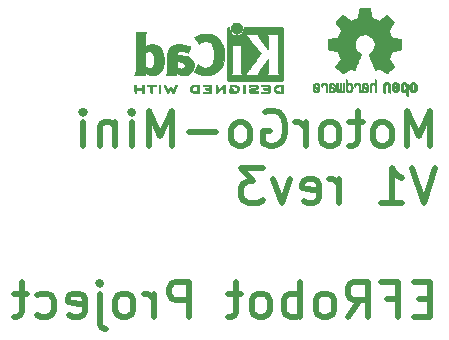
<source format=gbr>
%TF.GenerationSoftware,KiCad,Pcbnew,7.0.9*%
%TF.CreationDate,2023-12-08T19:14:30-07:00*%
%TF.ProjectId,mini_motor_go_V1_rev3,6d696e69-5f6d-46f7-946f-725f676f5f56,rev?*%
%TF.SameCoordinates,Original*%
%TF.FileFunction,Legend,Bot*%
%TF.FilePolarity,Positive*%
%FSLAX46Y46*%
G04 Gerber Fmt 4.6, Leading zero omitted, Abs format (unit mm)*
G04 Created by KiCad (PCBNEW 7.0.9) date 2023-12-08 19:14:30*
%MOMM*%
%LPD*%
G01*
G04 APERTURE LIST*
%ADD10C,0.500000*%
%ADD11C,0.010000*%
G04 APERTURE END LIST*
D10*
X177518767Y-64364857D02*
X177518767Y-61364857D01*
X177518767Y-61364857D02*
X176518767Y-63507714D01*
X176518767Y-63507714D02*
X175518767Y-61364857D01*
X175518767Y-61364857D02*
X175518767Y-64364857D01*
X173661624Y-64364857D02*
X173947339Y-64222000D01*
X173947339Y-64222000D02*
X174090196Y-64079142D01*
X174090196Y-64079142D02*
X174233053Y-63793428D01*
X174233053Y-63793428D02*
X174233053Y-62936285D01*
X174233053Y-62936285D02*
X174090196Y-62650571D01*
X174090196Y-62650571D02*
X173947339Y-62507714D01*
X173947339Y-62507714D02*
X173661624Y-62364857D01*
X173661624Y-62364857D02*
X173233053Y-62364857D01*
X173233053Y-62364857D02*
X172947339Y-62507714D01*
X172947339Y-62507714D02*
X172804482Y-62650571D01*
X172804482Y-62650571D02*
X172661624Y-62936285D01*
X172661624Y-62936285D02*
X172661624Y-63793428D01*
X172661624Y-63793428D02*
X172804482Y-64079142D01*
X172804482Y-64079142D02*
X172947339Y-64222000D01*
X172947339Y-64222000D02*
X173233053Y-64364857D01*
X173233053Y-64364857D02*
X173661624Y-64364857D01*
X171804481Y-62364857D02*
X170661624Y-62364857D01*
X171375910Y-61364857D02*
X171375910Y-63936285D01*
X171375910Y-63936285D02*
X171233053Y-64222000D01*
X171233053Y-64222000D02*
X170947338Y-64364857D01*
X170947338Y-64364857D02*
X170661624Y-64364857D01*
X169233052Y-64364857D02*
X169518767Y-64222000D01*
X169518767Y-64222000D02*
X169661624Y-64079142D01*
X169661624Y-64079142D02*
X169804481Y-63793428D01*
X169804481Y-63793428D02*
X169804481Y-62936285D01*
X169804481Y-62936285D02*
X169661624Y-62650571D01*
X169661624Y-62650571D02*
X169518767Y-62507714D01*
X169518767Y-62507714D02*
X169233052Y-62364857D01*
X169233052Y-62364857D02*
X168804481Y-62364857D01*
X168804481Y-62364857D02*
X168518767Y-62507714D01*
X168518767Y-62507714D02*
X168375910Y-62650571D01*
X168375910Y-62650571D02*
X168233052Y-62936285D01*
X168233052Y-62936285D02*
X168233052Y-63793428D01*
X168233052Y-63793428D02*
X168375910Y-64079142D01*
X168375910Y-64079142D02*
X168518767Y-64222000D01*
X168518767Y-64222000D02*
X168804481Y-64364857D01*
X168804481Y-64364857D02*
X169233052Y-64364857D01*
X166947338Y-64364857D02*
X166947338Y-62364857D01*
X166947338Y-62936285D02*
X166804481Y-62650571D01*
X166804481Y-62650571D02*
X166661624Y-62507714D01*
X166661624Y-62507714D02*
X166375909Y-62364857D01*
X166375909Y-62364857D02*
X166090195Y-62364857D01*
X163518766Y-61507714D02*
X163804481Y-61364857D01*
X163804481Y-61364857D02*
X164233052Y-61364857D01*
X164233052Y-61364857D02*
X164661623Y-61507714D01*
X164661623Y-61507714D02*
X164947338Y-61793428D01*
X164947338Y-61793428D02*
X165090195Y-62079142D01*
X165090195Y-62079142D02*
X165233052Y-62650571D01*
X165233052Y-62650571D02*
X165233052Y-63079142D01*
X165233052Y-63079142D02*
X165090195Y-63650571D01*
X165090195Y-63650571D02*
X164947338Y-63936285D01*
X164947338Y-63936285D02*
X164661623Y-64222000D01*
X164661623Y-64222000D02*
X164233052Y-64364857D01*
X164233052Y-64364857D02*
X163947338Y-64364857D01*
X163947338Y-64364857D02*
X163518766Y-64222000D01*
X163518766Y-64222000D02*
X163375909Y-64079142D01*
X163375909Y-64079142D02*
X163375909Y-63079142D01*
X163375909Y-63079142D02*
X163947338Y-63079142D01*
X161661623Y-64364857D02*
X161947338Y-64222000D01*
X161947338Y-64222000D02*
X162090195Y-64079142D01*
X162090195Y-64079142D02*
X162233052Y-63793428D01*
X162233052Y-63793428D02*
X162233052Y-62936285D01*
X162233052Y-62936285D02*
X162090195Y-62650571D01*
X162090195Y-62650571D02*
X161947338Y-62507714D01*
X161947338Y-62507714D02*
X161661623Y-62364857D01*
X161661623Y-62364857D02*
X161233052Y-62364857D01*
X161233052Y-62364857D02*
X160947338Y-62507714D01*
X160947338Y-62507714D02*
X160804481Y-62650571D01*
X160804481Y-62650571D02*
X160661623Y-62936285D01*
X160661623Y-62936285D02*
X160661623Y-63793428D01*
X160661623Y-63793428D02*
X160804481Y-64079142D01*
X160804481Y-64079142D02*
X160947338Y-64222000D01*
X160947338Y-64222000D02*
X161233052Y-64364857D01*
X161233052Y-64364857D02*
X161661623Y-64364857D01*
X159375909Y-63222000D02*
X157090195Y-63222000D01*
X155661623Y-64364857D02*
X155661623Y-61364857D01*
X155661623Y-61364857D02*
X154661623Y-63507714D01*
X154661623Y-63507714D02*
X153661623Y-61364857D01*
X153661623Y-61364857D02*
X153661623Y-64364857D01*
X152233052Y-64364857D02*
X152233052Y-62364857D01*
X152233052Y-61364857D02*
X152375909Y-61507714D01*
X152375909Y-61507714D02*
X152233052Y-61650571D01*
X152233052Y-61650571D02*
X152090195Y-61507714D01*
X152090195Y-61507714D02*
X152233052Y-61364857D01*
X152233052Y-61364857D02*
X152233052Y-61650571D01*
X150804481Y-62364857D02*
X150804481Y-64364857D01*
X150804481Y-62650571D02*
X150661624Y-62507714D01*
X150661624Y-62507714D02*
X150375909Y-62364857D01*
X150375909Y-62364857D02*
X149947338Y-62364857D01*
X149947338Y-62364857D02*
X149661624Y-62507714D01*
X149661624Y-62507714D02*
X149518767Y-62793428D01*
X149518767Y-62793428D02*
X149518767Y-64364857D01*
X148090195Y-64364857D02*
X148090195Y-62364857D01*
X148090195Y-61364857D02*
X148233052Y-61507714D01*
X148233052Y-61507714D02*
X148090195Y-61650571D01*
X148090195Y-61650571D02*
X147947338Y-61507714D01*
X147947338Y-61507714D02*
X148090195Y-61364857D01*
X148090195Y-61364857D02*
X148090195Y-61650571D01*
X177947338Y-66194857D02*
X176947338Y-69194857D01*
X176947338Y-69194857D02*
X175947338Y-66194857D01*
X173375909Y-69194857D02*
X175090195Y-69194857D01*
X174233052Y-69194857D02*
X174233052Y-66194857D01*
X174233052Y-66194857D02*
X174518766Y-66623428D01*
X174518766Y-66623428D02*
X174804481Y-66909142D01*
X174804481Y-66909142D02*
X175090195Y-67052000D01*
X169804481Y-69194857D02*
X169804481Y-67194857D01*
X169804481Y-67766285D02*
X169661624Y-67480571D01*
X169661624Y-67480571D02*
X169518767Y-67337714D01*
X169518767Y-67337714D02*
X169233052Y-67194857D01*
X169233052Y-67194857D02*
X168947338Y-67194857D01*
X166804481Y-69052000D02*
X167090195Y-69194857D01*
X167090195Y-69194857D02*
X167661624Y-69194857D01*
X167661624Y-69194857D02*
X167947338Y-69052000D01*
X167947338Y-69052000D02*
X168090195Y-68766285D01*
X168090195Y-68766285D02*
X168090195Y-67623428D01*
X168090195Y-67623428D02*
X167947338Y-67337714D01*
X167947338Y-67337714D02*
X167661624Y-67194857D01*
X167661624Y-67194857D02*
X167090195Y-67194857D01*
X167090195Y-67194857D02*
X166804481Y-67337714D01*
X166804481Y-67337714D02*
X166661624Y-67623428D01*
X166661624Y-67623428D02*
X166661624Y-67909142D01*
X166661624Y-67909142D02*
X168090195Y-68194857D01*
X165661623Y-67194857D02*
X164947337Y-69194857D01*
X164947337Y-69194857D02*
X164233052Y-67194857D01*
X163375909Y-66194857D02*
X161518766Y-66194857D01*
X161518766Y-66194857D02*
X162518766Y-67337714D01*
X162518766Y-67337714D02*
X162090195Y-67337714D01*
X162090195Y-67337714D02*
X161804481Y-67480571D01*
X161804481Y-67480571D02*
X161661623Y-67623428D01*
X161661623Y-67623428D02*
X161518766Y-67909142D01*
X161518766Y-67909142D02*
X161518766Y-68623428D01*
X161518766Y-68623428D02*
X161661623Y-68909142D01*
X161661623Y-68909142D02*
X161804481Y-69052000D01*
X161804481Y-69052000D02*
X162090195Y-69194857D01*
X162090195Y-69194857D02*
X162947338Y-69194857D01*
X162947338Y-69194857D02*
X163233052Y-69052000D01*
X163233052Y-69052000D02*
X163375909Y-68909142D01*
X177518767Y-77283428D02*
X176518767Y-77283428D01*
X176090195Y-78854857D02*
X177518767Y-78854857D01*
X177518767Y-78854857D02*
X177518767Y-75854857D01*
X177518767Y-75854857D02*
X176090195Y-75854857D01*
X173804481Y-77283428D02*
X174804481Y-77283428D01*
X174804481Y-78854857D02*
X174804481Y-75854857D01*
X174804481Y-75854857D02*
X173375909Y-75854857D01*
X170518766Y-78854857D02*
X171518766Y-77426285D01*
X172233052Y-78854857D02*
X172233052Y-75854857D01*
X172233052Y-75854857D02*
X171090195Y-75854857D01*
X171090195Y-75854857D02*
X170804480Y-75997714D01*
X170804480Y-75997714D02*
X170661623Y-76140571D01*
X170661623Y-76140571D02*
X170518766Y-76426285D01*
X170518766Y-76426285D02*
X170518766Y-76854857D01*
X170518766Y-76854857D02*
X170661623Y-77140571D01*
X170661623Y-77140571D02*
X170804480Y-77283428D01*
X170804480Y-77283428D02*
X171090195Y-77426285D01*
X171090195Y-77426285D02*
X172233052Y-77426285D01*
X168804480Y-78854857D02*
X169090195Y-78712000D01*
X169090195Y-78712000D02*
X169233052Y-78569142D01*
X169233052Y-78569142D02*
X169375909Y-78283428D01*
X169375909Y-78283428D02*
X169375909Y-77426285D01*
X169375909Y-77426285D02*
X169233052Y-77140571D01*
X169233052Y-77140571D02*
X169090195Y-76997714D01*
X169090195Y-76997714D02*
X168804480Y-76854857D01*
X168804480Y-76854857D02*
X168375909Y-76854857D01*
X168375909Y-76854857D02*
X168090195Y-76997714D01*
X168090195Y-76997714D02*
X167947338Y-77140571D01*
X167947338Y-77140571D02*
X167804480Y-77426285D01*
X167804480Y-77426285D02*
X167804480Y-78283428D01*
X167804480Y-78283428D02*
X167947338Y-78569142D01*
X167947338Y-78569142D02*
X168090195Y-78712000D01*
X168090195Y-78712000D02*
X168375909Y-78854857D01*
X168375909Y-78854857D02*
X168804480Y-78854857D01*
X166518766Y-78854857D02*
X166518766Y-75854857D01*
X166518766Y-76997714D02*
X166233052Y-76854857D01*
X166233052Y-76854857D02*
X165661623Y-76854857D01*
X165661623Y-76854857D02*
X165375909Y-76997714D01*
X165375909Y-76997714D02*
X165233052Y-77140571D01*
X165233052Y-77140571D02*
X165090194Y-77426285D01*
X165090194Y-77426285D02*
X165090194Y-78283428D01*
X165090194Y-78283428D02*
X165233052Y-78569142D01*
X165233052Y-78569142D02*
X165375909Y-78712000D01*
X165375909Y-78712000D02*
X165661623Y-78854857D01*
X165661623Y-78854857D02*
X166233052Y-78854857D01*
X166233052Y-78854857D02*
X166518766Y-78712000D01*
X163375908Y-78854857D02*
X163661623Y-78712000D01*
X163661623Y-78712000D02*
X163804480Y-78569142D01*
X163804480Y-78569142D02*
X163947337Y-78283428D01*
X163947337Y-78283428D02*
X163947337Y-77426285D01*
X163947337Y-77426285D02*
X163804480Y-77140571D01*
X163804480Y-77140571D02*
X163661623Y-76997714D01*
X163661623Y-76997714D02*
X163375908Y-76854857D01*
X163375908Y-76854857D02*
X162947337Y-76854857D01*
X162947337Y-76854857D02*
X162661623Y-76997714D01*
X162661623Y-76997714D02*
X162518766Y-77140571D01*
X162518766Y-77140571D02*
X162375908Y-77426285D01*
X162375908Y-77426285D02*
X162375908Y-78283428D01*
X162375908Y-78283428D02*
X162518766Y-78569142D01*
X162518766Y-78569142D02*
X162661623Y-78712000D01*
X162661623Y-78712000D02*
X162947337Y-78854857D01*
X162947337Y-78854857D02*
X163375908Y-78854857D01*
X161518765Y-76854857D02*
X160375908Y-76854857D01*
X161090194Y-75854857D02*
X161090194Y-78426285D01*
X161090194Y-78426285D02*
X160947337Y-78712000D01*
X160947337Y-78712000D02*
X160661622Y-78854857D01*
X160661622Y-78854857D02*
X160375908Y-78854857D01*
X157090194Y-78854857D02*
X157090194Y-75854857D01*
X157090194Y-75854857D02*
X155947337Y-75854857D01*
X155947337Y-75854857D02*
X155661622Y-75997714D01*
X155661622Y-75997714D02*
X155518765Y-76140571D01*
X155518765Y-76140571D02*
X155375908Y-76426285D01*
X155375908Y-76426285D02*
X155375908Y-76854857D01*
X155375908Y-76854857D02*
X155518765Y-77140571D01*
X155518765Y-77140571D02*
X155661622Y-77283428D01*
X155661622Y-77283428D02*
X155947337Y-77426285D01*
X155947337Y-77426285D02*
X157090194Y-77426285D01*
X154090194Y-78854857D02*
X154090194Y-76854857D01*
X154090194Y-77426285D02*
X153947337Y-77140571D01*
X153947337Y-77140571D02*
X153804480Y-76997714D01*
X153804480Y-76997714D02*
X153518765Y-76854857D01*
X153518765Y-76854857D02*
X153233051Y-76854857D01*
X151804479Y-78854857D02*
X152090194Y-78712000D01*
X152090194Y-78712000D02*
X152233051Y-78569142D01*
X152233051Y-78569142D02*
X152375908Y-78283428D01*
X152375908Y-78283428D02*
X152375908Y-77426285D01*
X152375908Y-77426285D02*
X152233051Y-77140571D01*
X152233051Y-77140571D02*
X152090194Y-76997714D01*
X152090194Y-76997714D02*
X151804479Y-76854857D01*
X151804479Y-76854857D02*
X151375908Y-76854857D01*
X151375908Y-76854857D02*
X151090194Y-76997714D01*
X151090194Y-76997714D02*
X150947337Y-77140571D01*
X150947337Y-77140571D02*
X150804479Y-77426285D01*
X150804479Y-77426285D02*
X150804479Y-78283428D01*
X150804479Y-78283428D02*
X150947337Y-78569142D01*
X150947337Y-78569142D02*
X151090194Y-78712000D01*
X151090194Y-78712000D02*
X151375908Y-78854857D01*
X151375908Y-78854857D02*
X151804479Y-78854857D01*
X149518765Y-76854857D02*
X149518765Y-79426285D01*
X149518765Y-79426285D02*
X149661622Y-79712000D01*
X149661622Y-79712000D02*
X149947336Y-79854857D01*
X149947336Y-79854857D02*
X150090193Y-79854857D01*
X149518765Y-75854857D02*
X149661622Y-75997714D01*
X149661622Y-75997714D02*
X149518765Y-76140571D01*
X149518765Y-76140571D02*
X149375908Y-75997714D01*
X149375908Y-75997714D02*
X149518765Y-75854857D01*
X149518765Y-75854857D02*
X149518765Y-76140571D01*
X146947337Y-78712000D02*
X147233051Y-78854857D01*
X147233051Y-78854857D02*
X147804480Y-78854857D01*
X147804480Y-78854857D02*
X148090194Y-78712000D01*
X148090194Y-78712000D02*
X148233051Y-78426285D01*
X148233051Y-78426285D02*
X148233051Y-77283428D01*
X148233051Y-77283428D02*
X148090194Y-76997714D01*
X148090194Y-76997714D02*
X147804480Y-76854857D01*
X147804480Y-76854857D02*
X147233051Y-76854857D01*
X147233051Y-76854857D02*
X146947337Y-76997714D01*
X146947337Y-76997714D02*
X146804480Y-77283428D01*
X146804480Y-77283428D02*
X146804480Y-77569142D01*
X146804480Y-77569142D02*
X148233051Y-77854857D01*
X144233051Y-78712000D02*
X144518765Y-78854857D01*
X144518765Y-78854857D02*
X145090193Y-78854857D01*
X145090193Y-78854857D02*
X145375908Y-78712000D01*
X145375908Y-78712000D02*
X145518765Y-78569142D01*
X145518765Y-78569142D02*
X145661622Y-78283428D01*
X145661622Y-78283428D02*
X145661622Y-77426285D01*
X145661622Y-77426285D02*
X145518765Y-77140571D01*
X145518765Y-77140571D02*
X145375908Y-76997714D01*
X145375908Y-76997714D02*
X145090193Y-76854857D01*
X145090193Y-76854857D02*
X144518765Y-76854857D01*
X144518765Y-76854857D02*
X144233051Y-76997714D01*
X143375907Y-76854857D02*
X142233050Y-76854857D01*
X142947336Y-75854857D02*
X142947336Y-78426285D01*
X142947336Y-78426285D02*
X142804479Y-78712000D01*
X142804479Y-78712000D02*
X142518764Y-78854857D01*
X142518764Y-78854857D02*
X142233050Y-78854857D01*
%TO.C,REF\u002A\u002A*%
D11*
X154605406Y-59170949D02*
X154631127Y-59186647D01*
X154657778Y-59208227D01*
X154657778Y-59855684D01*
X154631127Y-59877264D01*
X154599767Y-59894739D01*
X154563966Y-59895575D01*
X154532528Y-59875082D01*
X154528652Y-59870416D01*
X154523186Y-59860949D01*
X154518979Y-59847267D01*
X154515867Y-59826748D01*
X154513687Y-59796768D01*
X154512276Y-59754704D01*
X154511471Y-59697932D01*
X154511107Y-59623830D01*
X154511022Y-59529773D01*
X154511022Y-59208227D01*
X154537673Y-59186647D01*
X154561386Y-59171877D01*
X154584400Y-59165067D01*
X154605406Y-59170949D01*
G36*
X154605406Y-59170949D02*
G01*
X154631127Y-59186647D01*
X154657778Y-59208227D01*
X154657778Y-59855684D01*
X154631127Y-59877264D01*
X154599767Y-59894739D01*
X154563966Y-59895575D01*
X154532528Y-59875082D01*
X154528652Y-59870416D01*
X154523186Y-59860949D01*
X154518979Y-59847267D01*
X154515867Y-59826748D01*
X154513687Y-59796768D01*
X154512276Y-59754704D01*
X154511471Y-59697932D01*
X154511107Y-59623830D01*
X154511022Y-59529773D01*
X154511022Y-59208227D01*
X154537673Y-59186647D01*
X154561386Y-59171877D01*
X154584400Y-59165067D01*
X154605406Y-59170949D01*
G37*
X161736137Y-59169463D02*
X161770291Y-59192776D01*
X161798000Y-59220485D01*
X161798000Y-59533537D01*
X161797959Y-59617567D01*
X161797701Y-59691789D01*
X161797030Y-59748541D01*
X161795752Y-59790512D01*
X161793673Y-59820389D01*
X161790599Y-59840861D01*
X161786334Y-59854614D01*
X161780684Y-59864337D01*
X161773455Y-59872717D01*
X161741991Y-59894181D01*
X161706826Y-59895947D01*
X161673822Y-59876267D01*
X161668516Y-59870398D01*
X161663066Y-59861314D01*
X161658900Y-59847973D01*
X161655846Y-59827757D01*
X161653732Y-59798049D01*
X161652386Y-59756232D01*
X161651638Y-59699689D01*
X161651314Y-59625802D01*
X161651245Y-59531956D01*
X161651284Y-59456294D01*
X161651539Y-59378385D01*
X161652183Y-59318375D01*
X161653387Y-59273648D01*
X161655324Y-59241585D01*
X161658164Y-59219571D01*
X161662079Y-59204987D01*
X161667242Y-59195218D01*
X161673822Y-59187645D01*
X161703006Y-59168623D01*
X161736137Y-59169463D01*
G36*
X161736137Y-59169463D02*
G01*
X161770291Y-59192776D01*
X161798000Y-59220485D01*
X161798000Y-59533537D01*
X161797959Y-59617567D01*
X161797701Y-59691789D01*
X161797030Y-59748541D01*
X161795752Y-59790512D01*
X161793673Y-59820389D01*
X161790599Y-59840861D01*
X161786334Y-59854614D01*
X161780684Y-59864337D01*
X161773455Y-59872717D01*
X161741991Y-59894181D01*
X161706826Y-59895947D01*
X161673822Y-59876267D01*
X161668516Y-59870398D01*
X161663066Y-59861314D01*
X161658900Y-59847973D01*
X161655846Y-59827757D01*
X161653732Y-59798049D01*
X161652386Y-59756232D01*
X161651638Y-59699689D01*
X161651314Y-59625802D01*
X161651245Y-59531956D01*
X161651284Y-59456294D01*
X161651539Y-59378385D01*
X161652183Y-59318375D01*
X161653387Y-59273648D01*
X161655324Y-59241585D01*
X161658164Y-59219571D01*
X161662079Y-59204987D01*
X161667242Y-59195218D01*
X161673822Y-59187645D01*
X161703006Y-59168623D01*
X161736137Y-59169463D01*
G37*
X161204562Y-53928850D02*
X161287313Y-53956053D01*
X161362406Y-54001484D01*
X161434298Y-54067302D01*
X161472846Y-54111567D01*
X161512256Y-54169961D01*
X161537446Y-54230586D01*
X161550861Y-54299865D01*
X161554948Y-54384222D01*
X161554669Y-54430307D01*
X161552460Y-54471450D01*
X161546894Y-54503582D01*
X161536586Y-54534122D01*
X161520148Y-54570489D01*
X161506200Y-54597728D01*
X161447665Y-54683429D01*
X161375619Y-54752617D01*
X161291947Y-54803741D01*
X161198531Y-54835250D01*
X161165434Y-54842225D01*
X161124960Y-54849094D01*
X161091999Y-54850919D01*
X161057698Y-54847947D01*
X161013200Y-54840426D01*
X160961934Y-54828002D01*
X160871434Y-54790112D01*
X160792345Y-54735836D01*
X160726528Y-54667770D01*
X160675840Y-54588511D01*
X160642140Y-54500654D01*
X160627286Y-54406795D01*
X160633136Y-54309530D01*
X160659399Y-54213220D01*
X160704418Y-54124494D01*
X160765373Y-54049419D01*
X160840184Y-53989641D01*
X160926768Y-53946809D01*
X161023043Y-53922571D01*
X161126928Y-53918576D01*
X161204562Y-53928850D01*
G36*
X161204562Y-53928850D02*
G01*
X161287313Y-53956053D01*
X161362406Y-54001484D01*
X161434298Y-54067302D01*
X161472846Y-54111567D01*
X161512256Y-54169961D01*
X161537446Y-54230586D01*
X161550861Y-54299865D01*
X161554948Y-54384222D01*
X161554669Y-54430307D01*
X161552460Y-54471450D01*
X161546894Y-54503582D01*
X161536586Y-54534122D01*
X161520148Y-54570489D01*
X161506200Y-54597728D01*
X161447665Y-54683429D01*
X161375619Y-54752617D01*
X161291947Y-54803741D01*
X161198531Y-54835250D01*
X161165434Y-54842225D01*
X161124960Y-54849094D01*
X161091999Y-54850919D01*
X161057698Y-54847947D01*
X161013200Y-54840426D01*
X160961934Y-54828002D01*
X160871434Y-54790112D01*
X160792345Y-54735836D01*
X160726528Y-54667770D01*
X160675840Y-54588511D01*
X160642140Y-54500654D01*
X160627286Y-54406795D01*
X160633136Y-54309530D01*
X160659399Y-54213220D01*
X160704418Y-54124494D01*
X160765373Y-54049419D01*
X160840184Y-53989641D01*
X160926768Y-53946809D01*
X161023043Y-53922571D01*
X161126928Y-53918576D01*
X161204562Y-53928850D01*
G37*
X153905767Y-59165068D02*
X153999890Y-59165158D01*
X154074405Y-59165498D01*
X154131811Y-59166239D01*
X154174611Y-59167535D01*
X154205304Y-59169537D01*
X154226391Y-59172396D01*
X154240373Y-59176266D01*
X154249750Y-59181298D01*
X154257022Y-59187645D01*
X154275828Y-59220362D01*
X154277275Y-59257939D01*
X154260917Y-59291178D01*
X154259557Y-59292631D01*
X154248354Y-59300992D01*
X154231252Y-59306547D01*
X154204082Y-59309840D01*
X154162678Y-59311418D01*
X154102873Y-59311822D01*
X153963511Y-59311822D01*
X153963511Y-59575589D01*
X153963436Y-59651417D01*
X153963028Y-59718083D01*
X153962046Y-59767867D01*
X153960250Y-59803784D01*
X153957399Y-59828850D01*
X153953253Y-59846081D01*
X153947571Y-59858492D01*
X153940114Y-59869100D01*
X153937824Y-59871906D01*
X153906646Y-59894548D01*
X153872266Y-59896112D01*
X153839334Y-59876267D01*
X153832355Y-59868191D01*
X153826883Y-59857593D01*
X153822863Y-59841749D01*
X153820072Y-59817773D01*
X153818288Y-59782774D01*
X153817289Y-59733864D01*
X153816852Y-59668154D01*
X153816756Y-59582756D01*
X153816756Y-59311822D01*
X153670820Y-59311822D01*
X153659720Y-59311821D01*
X153603202Y-59311596D01*
X153564358Y-59310457D01*
X153538965Y-59307657D01*
X153522804Y-59302450D01*
X153511652Y-59294089D01*
X153501289Y-59281826D01*
X153485441Y-59251138D01*
X153488543Y-59217358D01*
X153514187Y-59184822D01*
X153519129Y-59181105D01*
X153529338Y-59176269D01*
X153544764Y-59172506D01*
X153567886Y-59169683D01*
X153601183Y-59167670D01*
X153647137Y-59166333D01*
X153708228Y-59165542D01*
X153786935Y-59165163D01*
X153885740Y-59165067D01*
X153905767Y-59165068D01*
G36*
X153905767Y-59165068D02*
G01*
X153999890Y-59165158D01*
X154074405Y-59165498D01*
X154131811Y-59166239D01*
X154174611Y-59167535D01*
X154205304Y-59169537D01*
X154226391Y-59172396D01*
X154240373Y-59176266D01*
X154249750Y-59181298D01*
X154257022Y-59187645D01*
X154275828Y-59220362D01*
X154277275Y-59257939D01*
X154260917Y-59291178D01*
X154259557Y-59292631D01*
X154248354Y-59300992D01*
X154231252Y-59306547D01*
X154204082Y-59309840D01*
X154162678Y-59311418D01*
X154102873Y-59311822D01*
X153963511Y-59311822D01*
X153963511Y-59575589D01*
X153963436Y-59651417D01*
X153963028Y-59718083D01*
X153962046Y-59767867D01*
X153960250Y-59803784D01*
X153957399Y-59828850D01*
X153953253Y-59846081D01*
X153947571Y-59858492D01*
X153940114Y-59869100D01*
X153937824Y-59871906D01*
X153906646Y-59894548D01*
X153872266Y-59896112D01*
X153839334Y-59876267D01*
X153832355Y-59868191D01*
X153826883Y-59857593D01*
X153822863Y-59841749D01*
X153820072Y-59817773D01*
X153818288Y-59782774D01*
X153817289Y-59733864D01*
X153816852Y-59668154D01*
X153816756Y-59582756D01*
X153816756Y-59311822D01*
X153670820Y-59311822D01*
X153659720Y-59311821D01*
X153603202Y-59311596D01*
X153564358Y-59310457D01*
X153538965Y-59307657D01*
X153522804Y-59302450D01*
X153511652Y-59294089D01*
X153501289Y-59281826D01*
X153485441Y-59251138D01*
X153488543Y-59217358D01*
X153514187Y-59184822D01*
X153519129Y-59181105D01*
X153529338Y-59176269D01*
X153544764Y-59172506D01*
X153567886Y-59169683D01*
X153601183Y-59167670D01*
X153647137Y-59166333D01*
X153708228Y-59165542D01*
X153786935Y-59165163D01*
X153885740Y-59165067D01*
X153905767Y-59165068D01*
G37*
X153229734Y-59187645D02*
X153235366Y-59193835D01*
X153240456Y-59202041D01*
X153244543Y-59213817D01*
X153247721Y-59231276D01*
X153250087Y-59256530D01*
X153251738Y-59291690D01*
X153252769Y-59338869D01*
X153253277Y-59400177D01*
X153253359Y-59477727D01*
X153253109Y-59573631D01*
X153252625Y-59690000D01*
X153252557Y-59704175D01*
X153251971Y-59765937D01*
X153250648Y-59809620D01*
X153248103Y-59839001D01*
X153243848Y-59857855D01*
X153237396Y-59869959D01*
X153228262Y-59879089D01*
X153194804Y-59896506D01*
X153159856Y-59893604D01*
X153128953Y-59869100D01*
X153119944Y-59855897D01*
X153112492Y-59837361D01*
X153108124Y-59811333D01*
X153106069Y-59772787D01*
X153105556Y-59716700D01*
X153105556Y-59594045D01*
X152608845Y-59594045D01*
X152608845Y-59728871D01*
X152608772Y-59764662D01*
X152608009Y-59810992D01*
X152605833Y-59841526D01*
X152601536Y-59860557D01*
X152594412Y-59872374D01*
X152583755Y-59881271D01*
X152551504Y-59896341D01*
X152516217Y-59893673D01*
X152485486Y-59869100D01*
X152480831Y-59862845D01*
X152474895Y-59852321D01*
X152470364Y-59838391D01*
X152467048Y-59818317D01*
X152464759Y-59789360D01*
X152463308Y-59748780D01*
X152462505Y-59693840D01*
X152462162Y-59621799D01*
X152462089Y-59529920D01*
X152462089Y-59220485D01*
X152489798Y-59192776D01*
X152521177Y-59170533D01*
X152554406Y-59167844D01*
X152586267Y-59187645D01*
X152594553Y-59197415D01*
X152601965Y-59213307D01*
X152606302Y-59237275D01*
X152608338Y-59274148D01*
X152608845Y-59328756D01*
X152608845Y-59447289D01*
X153105556Y-59447289D01*
X153105556Y-59331776D01*
X153105994Y-59280078D01*
X153107958Y-59245554D01*
X153112474Y-59222978D01*
X153120567Y-59207126D01*
X153133265Y-59192776D01*
X153164643Y-59170533D01*
X153197872Y-59167844D01*
X153229734Y-59187645D01*
G36*
X153229734Y-59187645D02*
G01*
X153235366Y-59193835D01*
X153240456Y-59202041D01*
X153244543Y-59213817D01*
X153247721Y-59231276D01*
X153250087Y-59256530D01*
X153251738Y-59291690D01*
X153252769Y-59338869D01*
X153253277Y-59400177D01*
X153253359Y-59477727D01*
X153253109Y-59573631D01*
X153252625Y-59690000D01*
X153252557Y-59704175D01*
X153251971Y-59765937D01*
X153250648Y-59809620D01*
X153248103Y-59839001D01*
X153243848Y-59857855D01*
X153237396Y-59869959D01*
X153228262Y-59879089D01*
X153194804Y-59896506D01*
X153159856Y-59893604D01*
X153128953Y-59869100D01*
X153119944Y-59855897D01*
X153112492Y-59837361D01*
X153108124Y-59811333D01*
X153106069Y-59772787D01*
X153105556Y-59716700D01*
X153105556Y-59594045D01*
X152608845Y-59594045D01*
X152608845Y-59728871D01*
X152608772Y-59764662D01*
X152608009Y-59810992D01*
X152605833Y-59841526D01*
X152601536Y-59860557D01*
X152594412Y-59872374D01*
X152583755Y-59881271D01*
X152551504Y-59896341D01*
X152516217Y-59893673D01*
X152485486Y-59869100D01*
X152480831Y-59862845D01*
X152474895Y-59852321D01*
X152470364Y-59838391D01*
X152467048Y-59818317D01*
X152464759Y-59789360D01*
X152463308Y-59748780D01*
X152462505Y-59693840D01*
X152462162Y-59621799D01*
X152462089Y-59529920D01*
X152462089Y-59220485D01*
X152489798Y-59192776D01*
X152521177Y-59170533D01*
X152554406Y-59167844D01*
X152586267Y-59187645D01*
X152594553Y-59197415D01*
X152601965Y-59213307D01*
X152606302Y-59237275D01*
X152608338Y-59274148D01*
X152608845Y-59328756D01*
X152608845Y-59447289D01*
X153105556Y-59447289D01*
X153105556Y-59331776D01*
X153105994Y-59280078D01*
X153107958Y-59245554D01*
X153112474Y-59222978D01*
X153120567Y-59207126D01*
X153133265Y-59192776D01*
X153164643Y-59170533D01*
X153197872Y-59167844D01*
X153229734Y-59187645D01*
G37*
X157935133Y-59776396D02*
X157933163Y-59809175D01*
X157930235Y-59832095D01*
X157926158Y-59847897D01*
X157920743Y-59859319D01*
X157913803Y-59869100D01*
X157890406Y-59898845D01*
X157724714Y-59898251D01*
X157689918Y-59897953D01*
X157591435Y-59894522D01*
X157510473Y-59886839D01*
X157443379Y-59874282D01*
X157386496Y-59856227D01*
X157336169Y-59832052D01*
X157332810Y-59830135D01*
X157274998Y-59793417D01*
X157232644Y-59756451D01*
X157199828Y-59712966D01*
X157170628Y-59656689D01*
X157166346Y-59647073D01*
X157143769Y-59583887D01*
X157138034Y-59538333D01*
X157287279Y-59538333D01*
X157292892Y-59563061D01*
X157298618Y-59578939D01*
X157331548Y-59638847D01*
X157378886Y-59684600D01*
X157442652Y-59717736D01*
X157524861Y-59739790D01*
X157527655Y-59740292D01*
X157573940Y-59746255D01*
X157630336Y-59750483D01*
X157685274Y-59752089D01*
X157779156Y-59752089D01*
X157779156Y-59311822D01*
X157691667Y-59312270D01*
X157624747Y-59314746D01*
X157532349Y-59325998D01*
X157453034Y-59345537D01*
X157391060Y-59372511D01*
X157360120Y-59393240D01*
X157332000Y-59423006D01*
X157308660Y-59465434D01*
X157301533Y-59481400D01*
X157289709Y-59513902D01*
X157287279Y-59538333D01*
X157138034Y-59538333D01*
X157136797Y-59528509D01*
X157145399Y-59473483D01*
X157169541Y-59411351D01*
X157170337Y-59409658D01*
X157210788Y-59340236D01*
X157261473Y-59283638D01*
X157324198Y-59239070D01*
X157400774Y-59205741D01*
X157493009Y-59182861D01*
X157602712Y-59169636D01*
X157731691Y-59165275D01*
X157735263Y-59165270D01*
X157795283Y-59165410D01*
X157837214Y-59166446D01*
X157865328Y-59169040D01*
X157883897Y-59173853D01*
X157897194Y-59181544D01*
X157909491Y-59192776D01*
X157937200Y-59220485D01*
X157937200Y-59529920D01*
X157937175Y-59591526D01*
X157936950Y-59670311D01*
X157936332Y-59731021D01*
X157935775Y-59752089D01*
X157935133Y-59776396D01*
G36*
X157935133Y-59776396D02*
G01*
X157933163Y-59809175D01*
X157930235Y-59832095D01*
X157926158Y-59847897D01*
X157920743Y-59859319D01*
X157913803Y-59869100D01*
X157890406Y-59898845D01*
X157724714Y-59898251D01*
X157689918Y-59897953D01*
X157591435Y-59894522D01*
X157510473Y-59886839D01*
X157443379Y-59874282D01*
X157386496Y-59856227D01*
X157336169Y-59832052D01*
X157332810Y-59830135D01*
X157274998Y-59793417D01*
X157232644Y-59756451D01*
X157199828Y-59712966D01*
X157170628Y-59656689D01*
X157166346Y-59647073D01*
X157143769Y-59583887D01*
X157138034Y-59538333D01*
X157287279Y-59538333D01*
X157292892Y-59563061D01*
X157298618Y-59578939D01*
X157331548Y-59638847D01*
X157378886Y-59684600D01*
X157442652Y-59717736D01*
X157524861Y-59739790D01*
X157527655Y-59740292D01*
X157573940Y-59746255D01*
X157630336Y-59750483D01*
X157685274Y-59752089D01*
X157779156Y-59752089D01*
X157779156Y-59311822D01*
X157691667Y-59312270D01*
X157624747Y-59314746D01*
X157532349Y-59325998D01*
X157453034Y-59345537D01*
X157391060Y-59372511D01*
X157360120Y-59393240D01*
X157332000Y-59423006D01*
X157308660Y-59465434D01*
X157301533Y-59481400D01*
X157289709Y-59513902D01*
X157287279Y-59538333D01*
X157138034Y-59538333D01*
X157136797Y-59528509D01*
X157145399Y-59473483D01*
X157169541Y-59411351D01*
X157170337Y-59409658D01*
X157210788Y-59340236D01*
X157261473Y-59283638D01*
X157324198Y-59239070D01*
X157400774Y-59205741D01*
X157493009Y-59182861D01*
X157602712Y-59169636D01*
X157731691Y-59165275D01*
X157735263Y-59165270D01*
X157795283Y-59165410D01*
X157837214Y-59166446D01*
X157865328Y-59169040D01*
X157883897Y-59173853D01*
X157897194Y-59181544D01*
X157909491Y-59192776D01*
X157937200Y-59220485D01*
X157937200Y-59529920D01*
X157937175Y-59591526D01*
X157936950Y-59670311D01*
X157936332Y-59731021D01*
X157935775Y-59752089D01*
X157935133Y-59776396D01*
G37*
X165026817Y-59350427D02*
X165026870Y-59431041D01*
X165026622Y-59531956D01*
X165026583Y-59607617D01*
X165026328Y-59685526D01*
X165025684Y-59745536D01*
X165024480Y-59790264D01*
X165022543Y-59822326D01*
X165019703Y-59844340D01*
X165015788Y-59858924D01*
X165010626Y-59868694D01*
X165004045Y-59876267D01*
X164997077Y-59882501D01*
X164984079Y-59889801D01*
X164964931Y-59894554D01*
X164935528Y-59897292D01*
X164891762Y-59898545D01*
X164829528Y-59898845D01*
X164780582Y-59898469D01*
X164673722Y-59894041D01*
X164584494Y-59883953D01*
X164509696Y-59867365D01*
X164446125Y-59843435D01*
X164390579Y-59811321D01*
X164339854Y-59770182D01*
X164333866Y-59764330D01*
X164296999Y-59715821D01*
X164265899Y-59655013D01*
X164244417Y-59590769D01*
X164239136Y-59552026D01*
X164386353Y-59552026D01*
X164404635Y-59602961D01*
X164434305Y-59648878D01*
X164481002Y-59691287D01*
X164542392Y-59721090D01*
X164621538Y-59740226D01*
X164623028Y-59740464D01*
X164671999Y-59746256D01*
X164730693Y-59750396D01*
X164786734Y-59752004D01*
X164879867Y-59752089D01*
X164879867Y-59311822D01*
X164803667Y-59311808D01*
X164800639Y-59311817D01*
X164749519Y-59313782D01*
X164689416Y-59318507D01*
X164632708Y-59325035D01*
X164582750Y-59334331D01*
X164507998Y-59360600D01*
X164450489Y-59399899D01*
X164408988Y-59452933D01*
X164387771Y-59504200D01*
X164386353Y-59552026D01*
X164239136Y-59552026D01*
X164236400Y-59531956D01*
X164237679Y-59510739D01*
X164249991Y-59453323D01*
X164272520Y-59393413D01*
X164301750Y-59339363D01*
X164334167Y-59299532D01*
X164353708Y-59282510D01*
X164408420Y-59243322D01*
X164468723Y-59213193D01*
X164537919Y-59191232D01*
X164619311Y-59176550D01*
X164716200Y-59168259D01*
X164831889Y-59165467D01*
X164871371Y-59165066D01*
X164917082Y-59164653D01*
X164952883Y-59166457D01*
X164979974Y-59172739D01*
X164999556Y-59185759D01*
X165012830Y-59207778D01*
X165020998Y-59241055D01*
X165025260Y-59287851D01*
X165025857Y-59311822D01*
X165026817Y-59350427D01*
G36*
X165026817Y-59350427D02*
G01*
X165026870Y-59431041D01*
X165026622Y-59531956D01*
X165026583Y-59607617D01*
X165026328Y-59685526D01*
X165025684Y-59745536D01*
X165024480Y-59790264D01*
X165022543Y-59822326D01*
X165019703Y-59844340D01*
X165015788Y-59858924D01*
X165010626Y-59868694D01*
X165004045Y-59876267D01*
X164997077Y-59882501D01*
X164984079Y-59889801D01*
X164964931Y-59894554D01*
X164935528Y-59897292D01*
X164891762Y-59898545D01*
X164829528Y-59898845D01*
X164780582Y-59898469D01*
X164673722Y-59894041D01*
X164584494Y-59883953D01*
X164509696Y-59867365D01*
X164446125Y-59843435D01*
X164390579Y-59811321D01*
X164339854Y-59770182D01*
X164333866Y-59764330D01*
X164296999Y-59715821D01*
X164265899Y-59655013D01*
X164244417Y-59590769D01*
X164239136Y-59552026D01*
X164386353Y-59552026D01*
X164404635Y-59602961D01*
X164434305Y-59648878D01*
X164481002Y-59691287D01*
X164542392Y-59721090D01*
X164621538Y-59740226D01*
X164623028Y-59740464D01*
X164671999Y-59746256D01*
X164730693Y-59750396D01*
X164786734Y-59752004D01*
X164879867Y-59752089D01*
X164879867Y-59311822D01*
X164803667Y-59311808D01*
X164800639Y-59311817D01*
X164749519Y-59313782D01*
X164689416Y-59318507D01*
X164632708Y-59325035D01*
X164582750Y-59334331D01*
X164507998Y-59360600D01*
X164450489Y-59399899D01*
X164408988Y-59452933D01*
X164387771Y-59504200D01*
X164386353Y-59552026D01*
X164239136Y-59552026D01*
X164236400Y-59531956D01*
X164237679Y-59510739D01*
X164249991Y-59453323D01*
X164272520Y-59393413D01*
X164301750Y-59339363D01*
X164334167Y-59299532D01*
X164353708Y-59282510D01*
X164408420Y-59243322D01*
X164468723Y-59213193D01*
X164537919Y-59191232D01*
X164619311Y-59176550D01*
X164716200Y-59168259D01*
X164831889Y-59165467D01*
X164871371Y-59165066D01*
X164917082Y-59164653D01*
X164952883Y-59166457D01*
X164979974Y-59172739D01*
X164999556Y-59185759D01*
X165012830Y-59207778D01*
X165020998Y-59241055D01*
X165025260Y-59287851D01*
X165025857Y-59311822D01*
X165026817Y-59350427D01*
G37*
X160081893Y-59163892D02*
X160093301Y-59170029D01*
X160103850Y-59180691D01*
X160115136Y-59194811D01*
X160119589Y-59200772D01*
X160125588Y-59211268D01*
X160130167Y-59225093D01*
X160133519Y-59244998D01*
X160135833Y-59273732D01*
X160137301Y-59314045D01*
X160138113Y-59368687D01*
X160138460Y-59440407D01*
X160138534Y-59531956D01*
X160138511Y-59590486D01*
X160138292Y-59669573D01*
X160137683Y-59730516D01*
X160136492Y-59776062D01*
X160134529Y-59808963D01*
X160131603Y-59831968D01*
X160127523Y-59847826D01*
X160122097Y-59859286D01*
X160115136Y-59869100D01*
X160084708Y-59893493D01*
X160049765Y-59896372D01*
X160012784Y-59877282D01*
X160008600Y-59873807D01*
X160000424Y-59865279D01*
X159994364Y-59853728D01*
X159989981Y-59835896D01*
X159986839Y-59808524D01*
X159984502Y-59768354D01*
X159982531Y-59712128D01*
X159980489Y-59636589D01*
X159974845Y-59417458D01*
X159709556Y-59658099D01*
X159635722Y-59724875D01*
X159570542Y-59782991D01*
X159518348Y-59827949D01*
X159477273Y-59860871D01*
X159445455Y-59882879D01*
X159421026Y-59895094D01*
X159402124Y-59898639D01*
X159386883Y-59894636D01*
X159373439Y-59884207D01*
X159359927Y-59868474D01*
X159353682Y-59859991D01*
X159348050Y-59849413D01*
X159343839Y-59835255D01*
X159340887Y-59814803D01*
X159339032Y-59785342D01*
X159338113Y-59744161D01*
X159337968Y-59688544D01*
X159338435Y-59615779D01*
X159339352Y-59523151D01*
X159342667Y-59208199D01*
X159369318Y-59186633D01*
X159395383Y-59170441D01*
X159428241Y-59167670D01*
X159462772Y-59186623D01*
X159467084Y-59190208D01*
X159475216Y-59198737D01*
X159481245Y-59210329D01*
X159485606Y-59228235D01*
X159488734Y-59255706D01*
X159491063Y-59295994D01*
X159493029Y-59352351D01*
X159495067Y-59428029D01*
X159500711Y-59647878D01*
X159681334Y-59484084D01*
X159768072Y-59405451D01*
X159843843Y-59337058D01*
X159905980Y-59281708D01*
X159956078Y-59238338D01*
X159995735Y-59205881D01*
X160026548Y-59183273D01*
X160050114Y-59169448D01*
X160068030Y-59163343D01*
X160081893Y-59163892D01*
G36*
X160081893Y-59163892D02*
G01*
X160093301Y-59170029D01*
X160103850Y-59180691D01*
X160115136Y-59194811D01*
X160119589Y-59200772D01*
X160125588Y-59211268D01*
X160130167Y-59225093D01*
X160133519Y-59244998D01*
X160135833Y-59273732D01*
X160137301Y-59314045D01*
X160138113Y-59368687D01*
X160138460Y-59440407D01*
X160138534Y-59531956D01*
X160138511Y-59590486D01*
X160138292Y-59669573D01*
X160137683Y-59730516D01*
X160136492Y-59776062D01*
X160134529Y-59808963D01*
X160131603Y-59831968D01*
X160127523Y-59847826D01*
X160122097Y-59859286D01*
X160115136Y-59869100D01*
X160084708Y-59893493D01*
X160049765Y-59896372D01*
X160012784Y-59877282D01*
X160008600Y-59873807D01*
X160000424Y-59865279D01*
X159994364Y-59853728D01*
X159989981Y-59835896D01*
X159986839Y-59808524D01*
X159984502Y-59768354D01*
X159982531Y-59712128D01*
X159980489Y-59636589D01*
X159974845Y-59417458D01*
X159709556Y-59658099D01*
X159635722Y-59724875D01*
X159570542Y-59782991D01*
X159518348Y-59827949D01*
X159477273Y-59860871D01*
X159445455Y-59882879D01*
X159421026Y-59895094D01*
X159402124Y-59898639D01*
X159386883Y-59894636D01*
X159373439Y-59884207D01*
X159359927Y-59868474D01*
X159353682Y-59859991D01*
X159348050Y-59849413D01*
X159343839Y-59835255D01*
X159340887Y-59814803D01*
X159339032Y-59785342D01*
X159338113Y-59744161D01*
X159337968Y-59688544D01*
X159338435Y-59615779D01*
X159339352Y-59523151D01*
X159342667Y-59208199D01*
X159369318Y-59186633D01*
X159395383Y-59170441D01*
X159428241Y-59167670D01*
X159462772Y-59186623D01*
X159467084Y-59190208D01*
X159475216Y-59198737D01*
X159481245Y-59210329D01*
X159485606Y-59228235D01*
X159488734Y-59255706D01*
X159491063Y-59295994D01*
X159493029Y-59352351D01*
X159495067Y-59428029D01*
X159500711Y-59647878D01*
X159681334Y-59484084D01*
X159768072Y-59405451D01*
X159843843Y-59337058D01*
X159905980Y-59281708D01*
X159956078Y-59238338D01*
X159995735Y-59205881D01*
X160026548Y-59183273D01*
X160050114Y-59169448D01*
X160068030Y-59163343D01*
X160081893Y-59163892D01*
G37*
X160879150Y-59170179D02*
X160985157Y-59186494D01*
X161078969Y-59214545D01*
X161157765Y-59253452D01*
X161218719Y-59302334D01*
X161244789Y-59335195D01*
X161274297Y-59384394D01*
X161299568Y-59438252D01*
X161317218Y-59489419D01*
X161323858Y-59530544D01*
X161322298Y-59550259D01*
X161309357Y-59601592D01*
X161286194Y-59658118D01*
X161256302Y-59712035D01*
X161223173Y-59755539D01*
X161212977Y-59765887D01*
X161145892Y-59817662D01*
X161065766Y-59857554D01*
X160979556Y-59881956D01*
X160924592Y-59890068D01*
X160831139Y-59896673D01*
X160741358Y-59894586D01*
X160658869Y-59884340D01*
X160587286Y-59866470D01*
X160530228Y-59841508D01*
X160491311Y-59809988D01*
X160489936Y-59808012D01*
X160482848Y-59782786D01*
X160478609Y-59735535D01*
X160477200Y-59666071D01*
X160478060Y-59603838D01*
X160482780Y-59556456D01*
X160494470Y-59524353D01*
X160516239Y-59504800D01*
X160551198Y-59495070D01*
X160602456Y-59492433D01*
X160673123Y-59494161D01*
X160721743Y-59497173D01*
X160771939Y-59505366D01*
X160804433Y-59519419D01*
X160821892Y-59540654D01*
X160826983Y-59570394D01*
X160826877Y-59574936D01*
X160818175Y-59609730D01*
X160794165Y-59633147D01*
X160752900Y-59646347D01*
X160692431Y-59650489D01*
X160623956Y-59650489D01*
X160623956Y-59688841D01*
X160624006Y-59697976D01*
X160626227Y-59715227D01*
X160635494Y-59725521D01*
X160656875Y-59732459D01*
X160695436Y-59739641D01*
X160700910Y-59740575D01*
X160797860Y-59750478D01*
X160887852Y-59747559D01*
X160968760Y-59732829D01*
X161038459Y-59707299D01*
X161094824Y-59671978D01*
X161135729Y-59627879D01*
X161159051Y-59576012D01*
X161162663Y-59517388D01*
X161157145Y-59488494D01*
X161130461Y-59432604D01*
X161084273Y-59386945D01*
X161019291Y-59352108D01*
X160936229Y-59328690D01*
X160911555Y-59324241D01*
X160822226Y-59313742D01*
X160742419Y-59314971D01*
X160664326Y-59327906D01*
X160629183Y-59334696D01*
X160583745Y-59335713D01*
X160552430Y-59323182D01*
X160532277Y-59296395D01*
X160525893Y-59268148D01*
X160535379Y-59236924D01*
X160544708Y-59223499D01*
X160578943Y-59199967D01*
X160631565Y-59182095D01*
X160700081Y-59170599D01*
X160782000Y-59166192D01*
X160879150Y-59170179D01*
G36*
X160879150Y-59170179D02*
G01*
X160985157Y-59186494D01*
X161078969Y-59214545D01*
X161157765Y-59253452D01*
X161218719Y-59302334D01*
X161244789Y-59335195D01*
X161274297Y-59384394D01*
X161299568Y-59438252D01*
X161317218Y-59489419D01*
X161323858Y-59530544D01*
X161322298Y-59550259D01*
X161309357Y-59601592D01*
X161286194Y-59658118D01*
X161256302Y-59712035D01*
X161223173Y-59755539D01*
X161212977Y-59765887D01*
X161145892Y-59817662D01*
X161065766Y-59857554D01*
X160979556Y-59881956D01*
X160924592Y-59890068D01*
X160831139Y-59896673D01*
X160741358Y-59894586D01*
X160658869Y-59884340D01*
X160587286Y-59866470D01*
X160530228Y-59841508D01*
X160491311Y-59809988D01*
X160489936Y-59808012D01*
X160482848Y-59782786D01*
X160478609Y-59735535D01*
X160477200Y-59666071D01*
X160478060Y-59603838D01*
X160482780Y-59556456D01*
X160494470Y-59524353D01*
X160516239Y-59504800D01*
X160551198Y-59495070D01*
X160602456Y-59492433D01*
X160673123Y-59494161D01*
X160721743Y-59497173D01*
X160771939Y-59505366D01*
X160804433Y-59519419D01*
X160821892Y-59540654D01*
X160826983Y-59570394D01*
X160826877Y-59574936D01*
X160818175Y-59609730D01*
X160794165Y-59633147D01*
X160752900Y-59646347D01*
X160692431Y-59650489D01*
X160623956Y-59650489D01*
X160623956Y-59688841D01*
X160624006Y-59697976D01*
X160626227Y-59715227D01*
X160635494Y-59725521D01*
X160656875Y-59732459D01*
X160695436Y-59739641D01*
X160700910Y-59740575D01*
X160797860Y-59750478D01*
X160887852Y-59747559D01*
X160968760Y-59732829D01*
X161038459Y-59707299D01*
X161094824Y-59671978D01*
X161135729Y-59627879D01*
X161159051Y-59576012D01*
X161162663Y-59517388D01*
X161157145Y-59488494D01*
X161130461Y-59432604D01*
X161084273Y-59386945D01*
X161019291Y-59352108D01*
X160936229Y-59328690D01*
X160911555Y-59324241D01*
X160822226Y-59313742D01*
X160742419Y-59314971D01*
X160664326Y-59327906D01*
X160629183Y-59334696D01*
X160583745Y-59335713D01*
X160552430Y-59323182D01*
X160532277Y-59296395D01*
X160525893Y-59268148D01*
X160535379Y-59236924D01*
X160544708Y-59223499D01*
X160578943Y-59199967D01*
X160631565Y-59182095D01*
X160700081Y-59170599D01*
X160782000Y-59166192D01*
X160879150Y-59170179D01*
G37*
X158929803Y-59194811D02*
X158934752Y-59201495D01*
X158940596Y-59212066D01*
X158945057Y-59226153D01*
X158948321Y-59246478D01*
X158950574Y-59275765D01*
X158952002Y-59316737D01*
X158952792Y-59372117D01*
X158953129Y-59444628D01*
X158953200Y-59536994D01*
X158953171Y-59602911D01*
X158952939Y-59681228D01*
X158952319Y-59741496D01*
X158951126Y-59786393D01*
X158949179Y-59818602D01*
X158946294Y-59840800D01*
X158942288Y-59855669D01*
X158936979Y-59865889D01*
X158930183Y-59874138D01*
X158925668Y-59878795D01*
X158917438Y-59885282D01*
X158906078Y-59890194D01*
X158888810Y-59893749D01*
X158862855Y-59896167D01*
X158825436Y-59897667D01*
X158773773Y-59898467D01*
X158705089Y-59898787D01*
X158616606Y-59898845D01*
X158596931Y-59898838D01*
X158509906Y-59898572D01*
X158442254Y-59897806D01*
X158391299Y-59896392D01*
X158354367Y-59894180D01*
X158328783Y-59891022D01*
X158311871Y-59886769D01*
X158300957Y-59881271D01*
X158290464Y-59871285D01*
X158277203Y-59840168D01*
X158278386Y-59804280D01*
X158294550Y-59772733D01*
X158296739Y-59770457D01*
X158305427Y-59764189D01*
X158318769Y-59759523D01*
X158339752Y-59756227D01*
X158371363Y-59754068D01*
X158416590Y-59752814D01*
X158478420Y-59752231D01*
X158559839Y-59752089D01*
X158806445Y-59752089D01*
X158806445Y-59594045D01*
X158644006Y-59594045D01*
X158608338Y-59593964D01*
X158552568Y-59593167D01*
X158513430Y-59591162D01*
X158486976Y-59587521D01*
X158469259Y-59581812D01*
X158456329Y-59573607D01*
X158452686Y-59570423D01*
X158434278Y-59539448D01*
X158433644Y-59503112D01*
X158451183Y-59469493D01*
X158451245Y-59469424D01*
X158460916Y-59460798D01*
X158474209Y-59454742D01*
X158494917Y-59450811D01*
X158526828Y-59448556D01*
X158573734Y-59447531D01*
X158639424Y-59447289D01*
X158807571Y-59447289D01*
X158804186Y-59382378D01*
X158800800Y-59317467D01*
X158558723Y-59314414D01*
X158533707Y-59314086D01*
X158452087Y-59312606D01*
X158389768Y-59310222D01*
X158344154Y-59306227D01*
X158312652Y-59299913D01*
X158292667Y-59290574D01*
X158281604Y-59277503D01*
X158276869Y-59259992D01*
X158275867Y-59237335D01*
X158275873Y-59234970D01*
X158277027Y-59214939D01*
X158281824Y-59199146D01*
X158292632Y-59187090D01*
X158311817Y-59178267D01*
X158341745Y-59172175D01*
X158384783Y-59168311D01*
X158443299Y-59166174D01*
X158519657Y-59165260D01*
X158616226Y-59165067D01*
X158906406Y-59165067D01*
X158929803Y-59194811D01*
G36*
X158929803Y-59194811D02*
G01*
X158934752Y-59201495D01*
X158940596Y-59212066D01*
X158945057Y-59226153D01*
X158948321Y-59246478D01*
X158950574Y-59275765D01*
X158952002Y-59316737D01*
X158952792Y-59372117D01*
X158953129Y-59444628D01*
X158953200Y-59536994D01*
X158953171Y-59602911D01*
X158952939Y-59681228D01*
X158952319Y-59741496D01*
X158951126Y-59786393D01*
X158949179Y-59818602D01*
X158946294Y-59840800D01*
X158942288Y-59855669D01*
X158936979Y-59865889D01*
X158930183Y-59874138D01*
X158925668Y-59878795D01*
X158917438Y-59885282D01*
X158906078Y-59890194D01*
X158888810Y-59893749D01*
X158862855Y-59896167D01*
X158825436Y-59897667D01*
X158773773Y-59898467D01*
X158705089Y-59898787D01*
X158616606Y-59898845D01*
X158596931Y-59898838D01*
X158509906Y-59898572D01*
X158442254Y-59897806D01*
X158391299Y-59896392D01*
X158354367Y-59894180D01*
X158328783Y-59891022D01*
X158311871Y-59886769D01*
X158300957Y-59881271D01*
X158290464Y-59871285D01*
X158277203Y-59840168D01*
X158278386Y-59804280D01*
X158294550Y-59772733D01*
X158296739Y-59770457D01*
X158305427Y-59764189D01*
X158318769Y-59759523D01*
X158339752Y-59756227D01*
X158371363Y-59754068D01*
X158416590Y-59752814D01*
X158478420Y-59752231D01*
X158559839Y-59752089D01*
X158806445Y-59752089D01*
X158806445Y-59594045D01*
X158644006Y-59594045D01*
X158608338Y-59593964D01*
X158552568Y-59593167D01*
X158513430Y-59591162D01*
X158486976Y-59587521D01*
X158469259Y-59581812D01*
X158456329Y-59573607D01*
X158452686Y-59570423D01*
X158434278Y-59539448D01*
X158433644Y-59503112D01*
X158451183Y-59469493D01*
X158451245Y-59469424D01*
X158460916Y-59460798D01*
X158474209Y-59454742D01*
X158494917Y-59450811D01*
X158526828Y-59448556D01*
X158573734Y-59447531D01*
X158639424Y-59447289D01*
X158807571Y-59447289D01*
X158804186Y-59382378D01*
X158800800Y-59317467D01*
X158558723Y-59314414D01*
X158533707Y-59314086D01*
X158452087Y-59312606D01*
X158389768Y-59310222D01*
X158344154Y-59306227D01*
X158312652Y-59299913D01*
X158292667Y-59290574D01*
X158281604Y-59277503D01*
X158276869Y-59259992D01*
X158275867Y-59237335D01*
X158275873Y-59234970D01*
X158277027Y-59214939D01*
X158281824Y-59199146D01*
X158292632Y-59187090D01*
X158311817Y-59178267D01*
X158341745Y-59172175D01*
X158384783Y-59168311D01*
X158443299Y-59166174D01*
X158519657Y-59165260D01*
X158616226Y-59165067D01*
X158906406Y-59165067D01*
X158929803Y-59194811D01*
G37*
X163606734Y-59165083D02*
X163683831Y-59165275D01*
X163742777Y-59165860D01*
X163786364Y-59167051D01*
X163817383Y-59169064D01*
X163838625Y-59172112D01*
X163852882Y-59176409D01*
X163862945Y-59182172D01*
X163871606Y-59189612D01*
X163873391Y-59191293D01*
X163880635Y-59198832D01*
X163886277Y-59207850D01*
X163890517Y-59220984D01*
X163893556Y-59240872D01*
X163895594Y-59270151D01*
X163896830Y-59311458D01*
X163897465Y-59367431D01*
X163897700Y-59440707D01*
X163897734Y-59533923D01*
X163897697Y-59606713D01*
X163897448Y-59684889D01*
X163896812Y-59745103D01*
X163895615Y-59789982D01*
X163893684Y-59822152D01*
X163890846Y-59844239D01*
X163886927Y-59858870D01*
X163881755Y-59868670D01*
X163875156Y-59876267D01*
X163871822Y-59879444D01*
X163863300Y-59885554D01*
X163851298Y-59890229D01*
X163833087Y-59893659D01*
X163805940Y-59896036D01*
X163767129Y-59897552D01*
X163713924Y-59898398D01*
X163643598Y-59898765D01*
X163553422Y-59898845D01*
X163511314Y-59898833D01*
X163430167Y-59898651D01*
X163367675Y-59898098D01*
X163321109Y-59896982D01*
X163287741Y-59895113D01*
X163264844Y-59892298D01*
X163249688Y-59888346D01*
X163239546Y-59883066D01*
X163231689Y-59876267D01*
X163216963Y-59854667D01*
X163209111Y-59825467D01*
X163214610Y-59801560D01*
X163231689Y-59774667D01*
X163236668Y-59770059D01*
X163246443Y-59763772D01*
X163260559Y-59759146D01*
X163282054Y-59755930D01*
X163313968Y-59753870D01*
X163359342Y-59752712D01*
X163421213Y-59752202D01*
X163502622Y-59752089D01*
X163750978Y-59752089D01*
X163750978Y-59594045D01*
X163589801Y-59594045D01*
X163553983Y-59593899D01*
X163488359Y-59592176D01*
X163441118Y-59587741D01*
X163409383Y-59579637D01*
X163390277Y-59566906D01*
X163380923Y-59548592D01*
X163378445Y-59523738D01*
X163379242Y-59503482D01*
X163384494Y-59481656D01*
X163397288Y-59466304D01*
X163420628Y-59456309D01*
X163457517Y-59450553D01*
X163510959Y-59447919D01*
X163583958Y-59447289D01*
X163752105Y-59447289D01*
X163748719Y-59382378D01*
X163745334Y-59317467D01*
X163497617Y-59314418D01*
X163435026Y-59313539D01*
X163366565Y-59312095D01*
X163315661Y-59310164D01*
X163279408Y-59307514D01*
X163254901Y-59303910D01*
X163239235Y-59299121D01*
X163229506Y-59292913D01*
X163223491Y-59286510D01*
X163210482Y-59254828D01*
X163214043Y-59219142D01*
X163233818Y-59188084D01*
X163237069Y-59185161D01*
X163246049Y-59178810D01*
X163258153Y-59173957D01*
X163276159Y-59170403D01*
X163302847Y-59167946D01*
X163340997Y-59166385D01*
X163393386Y-59165518D01*
X163462794Y-59165146D01*
X163552001Y-59165067D01*
X163606734Y-59165083D01*
G36*
X163606734Y-59165083D02*
G01*
X163683831Y-59165275D01*
X163742777Y-59165860D01*
X163786364Y-59167051D01*
X163817383Y-59169064D01*
X163838625Y-59172112D01*
X163852882Y-59176409D01*
X163862945Y-59182172D01*
X163871606Y-59189612D01*
X163873391Y-59191293D01*
X163880635Y-59198832D01*
X163886277Y-59207850D01*
X163890517Y-59220984D01*
X163893556Y-59240872D01*
X163895594Y-59270151D01*
X163896830Y-59311458D01*
X163897465Y-59367431D01*
X163897700Y-59440707D01*
X163897734Y-59533923D01*
X163897697Y-59606713D01*
X163897448Y-59684889D01*
X163896812Y-59745103D01*
X163895615Y-59789982D01*
X163893684Y-59822152D01*
X163890846Y-59844239D01*
X163886927Y-59858870D01*
X163881755Y-59868670D01*
X163875156Y-59876267D01*
X163871822Y-59879444D01*
X163863300Y-59885554D01*
X163851298Y-59890229D01*
X163833087Y-59893659D01*
X163805940Y-59896036D01*
X163767129Y-59897552D01*
X163713924Y-59898398D01*
X163643598Y-59898765D01*
X163553422Y-59898845D01*
X163511314Y-59898833D01*
X163430167Y-59898651D01*
X163367675Y-59898098D01*
X163321109Y-59896982D01*
X163287741Y-59895113D01*
X163264844Y-59892298D01*
X163249688Y-59888346D01*
X163239546Y-59883066D01*
X163231689Y-59876267D01*
X163216963Y-59854667D01*
X163209111Y-59825467D01*
X163214610Y-59801560D01*
X163231689Y-59774667D01*
X163236668Y-59770059D01*
X163246443Y-59763772D01*
X163260559Y-59759146D01*
X163282054Y-59755930D01*
X163313968Y-59753870D01*
X163359342Y-59752712D01*
X163421213Y-59752202D01*
X163502622Y-59752089D01*
X163750978Y-59752089D01*
X163750978Y-59594045D01*
X163589801Y-59594045D01*
X163553983Y-59593899D01*
X163488359Y-59592176D01*
X163441118Y-59587741D01*
X163409383Y-59579637D01*
X163390277Y-59566906D01*
X163380923Y-59548592D01*
X163378445Y-59523738D01*
X163379242Y-59503482D01*
X163384494Y-59481656D01*
X163397288Y-59466304D01*
X163420628Y-59456309D01*
X163457517Y-59450553D01*
X163510959Y-59447919D01*
X163583958Y-59447289D01*
X163752105Y-59447289D01*
X163748719Y-59382378D01*
X163745334Y-59317467D01*
X163497617Y-59314418D01*
X163435026Y-59313539D01*
X163366565Y-59312095D01*
X163315661Y-59310164D01*
X163279408Y-59307514D01*
X163254901Y-59303910D01*
X163239235Y-59299121D01*
X163229506Y-59292913D01*
X163223491Y-59286510D01*
X163210482Y-59254828D01*
X163214043Y-59219142D01*
X163233818Y-59188084D01*
X163237069Y-59185161D01*
X163246049Y-59178810D01*
X163258153Y-59173957D01*
X163276159Y-59170403D01*
X163302847Y-59167946D01*
X163340997Y-59166385D01*
X163393386Y-59165518D01*
X163462794Y-59165146D01*
X163552001Y-59165067D01*
X163606734Y-59165083D01*
G37*
X155039702Y-59174478D02*
X155057663Y-59192989D01*
X155078263Y-59224071D01*
X155103095Y-59269756D01*
X155133750Y-59332078D01*
X155171820Y-59413071D01*
X155186454Y-59444454D01*
X155216203Y-59507638D01*
X155242297Y-59562244D01*
X155263292Y-59605290D01*
X155277739Y-59633793D01*
X155284191Y-59644770D01*
X155285550Y-59644189D01*
X155295542Y-59630242D01*
X155312833Y-59600704D01*
X155335430Y-59559087D01*
X155361338Y-59508903D01*
X155377311Y-59477414D01*
X155406261Y-59422061D01*
X155428749Y-59383044D01*
X155446965Y-59357566D01*
X155463096Y-59342831D01*
X155479330Y-59336042D01*
X155497857Y-59334400D01*
X155508360Y-59334875D01*
X155524476Y-59339082D01*
X155539790Y-59349946D01*
X155556388Y-59370219D01*
X155576357Y-59402654D01*
X155601783Y-59450004D01*
X155634752Y-59515022D01*
X155644485Y-59534277D01*
X155668943Y-59580946D01*
X155689178Y-59617109D01*
X155703311Y-59639497D01*
X155709460Y-59644845D01*
X155710827Y-59641573D01*
X155720202Y-59620664D01*
X155737062Y-59583725D01*
X155759979Y-59533874D01*
X155787520Y-59474226D01*
X155818255Y-59407898D01*
X155844970Y-59350677D01*
X155874593Y-59288688D01*
X155897664Y-59242949D01*
X155915643Y-59210908D01*
X155929990Y-59190014D01*
X155942166Y-59177718D01*
X155953632Y-59171466D01*
X155963042Y-59168574D01*
X155988147Y-59168425D01*
X156015290Y-59183768D01*
X156016590Y-59184753D01*
X156038674Y-59207388D01*
X156049723Y-59229613D01*
X156049769Y-59230253D01*
X156045228Y-59247915D01*
X156032364Y-59282481D01*
X156012605Y-59330826D01*
X155987381Y-59389825D01*
X155958119Y-59456355D01*
X155926250Y-59527291D01*
X155893201Y-59599507D01*
X155860401Y-59669880D01*
X155829280Y-59735285D01*
X155801265Y-59792597D01*
X155777786Y-59838692D01*
X155760272Y-59870446D01*
X155750151Y-59884733D01*
X155715743Y-59898102D01*
X155674046Y-59891741D01*
X155668681Y-59887044D01*
X155652852Y-59864893D01*
X155630650Y-59828132D01*
X155604233Y-59780415D01*
X155575760Y-59725393D01*
X155495986Y-59566150D01*
X155422799Y-59712742D01*
X155413103Y-59732032D01*
X155386125Y-59784380D01*
X155362096Y-59829170D01*
X155343332Y-59862154D01*
X155332146Y-59879089D01*
X155331000Y-59880332D01*
X155302879Y-59895619D01*
X155267817Y-59897302D01*
X155236776Y-59884733D01*
X155234350Y-59881884D01*
X155222090Y-59861259D01*
X155202352Y-59823708D01*
X155176448Y-59771880D01*
X155145685Y-59708423D01*
X155111375Y-59635985D01*
X155074825Y-59557216D01*
X155054585Y-59513093D01*
X155017812Y-59432365D01*
X154989355Y-59368687D01*
X154968331Y-59319752D01*
X154953854Y-59283257D01*
X154945039Y-59256895D01*
X154941004Y-59238361D01*
X154940862Y-59225352D01*
X154943730Y-59215561D01*
X154958387Y-59194678D01*
X154984990Y-59174377D01*
X154985745Y-59174035D01*
X155005335Y-59167034D01*
X155022790Y-59166504D01*
X155039702Y-59174478D01*
G36*
X155039702Y-59174478D02*
G01*
X155057663Y-59192989D01*
X155078263Y-59224071D01*
X155103095Y-59269756D01*
X155133750Y-59332078D01*
X155171820Y-59413071D01*
X155186454Y-59444454D01*
X155216203Y-59507638D01*
X155242297Y-59562244D01*
X155263292Y-59605290D01*
X155277739Y-59633793D01*
X155284191Y-59644770D01*
X155285550Y-59644189D01*
X155295542Y-59630242D01*
X155312833Y-59600704D01*
X155335430Y-59559087D01*
X155361338Y-59508903D01*
X155377311Y-59477414D01*
X155406261Y-59422061D01*
X155428749Y-59383044D01*
X155446965Y-59357566D01*
X155463096Y-59342831D01*
X155479330Y-59336042D01*
X155497857Y-59334400D01*
X155508360Y-59334875D01*
X155524476Y-59339082D01*
X155539790Y-59349946D01*
X155556388Y-59370219D01*
X155576357Y-59402654D01*
X155601783Y-59450004D01*
X155634752Y-59515022D01*
X155644485Y-59534277D01*
X155668943Y-59580946D01*
X155689178Y-59617109D01*
X155703311Y-59639497D01*
X155709460Y-59644845D01*
X155710827Y-59641573D01*
X155720202Y-59620664D01*
X155737062Y-59583725D01*
X155759979Y-59533874D01*
X155787520Y-59474226D01*
X155818255Y-59407898D01*
X155844970Y-59350677D01*
X155874593Y-59288688D01*
X155897664Y-59242949D01*
X155915643Y-59210908D01*
X155929990Y-59190014D01*
X155942166Y-59177718D01*
X155953632Y-59171466D01*
X155963042Y-59168574D01*
X155988147Y-59168425D01*
X156015290Y-59183768D01*
X156016590Y-59184753D01*
X156038674Y-59207388D01*
X156049723Y-59229613D01*
X156049769Y-59230253D01*
X156045228Y-59247915D01*
X156032364Y-59282481D01*
X156012605Y-59330826D01*
X155987381Y-59389825D01*
X155958119Y-59456355D01*
X155926250Y-59527291D01*
X155893201Y-59599507D01*
X155860401Y-59669880D01*
X155829280Y-59735285D01*
X155801265Y-59792597D01*
X155777786Y-59838692D01*
X155760272Y-59870446D01*
X155750151Y-59884733D01*
X155715743Y-59898102D01*
X155674046Y-59891741D01*
X155668681Y-59887044D01*
X155652852Y-59864893D01*
X155630650Y-59828132D01*
X155604233Y-59780415D01*
X155575760Y-59725393D01*
X155495986Y-59566150D01*
X155422799Y-59712742D01*
X155413103Y-59732032D01*
X155386125Y-59784380D01*
X155362096Y-59829170D01*
X155343332Y-59862154D01*
X155332146Y-59879089D01*
X155331000Y-59880332D01*
X155302879Y-59895619D01*
X155267817Y-59897302D01*
X155236776Y-59884733D01*
X155234350Y-59881884D01*
X155222090Y-59861259D01*
X155202352Y-59823708D01*
X155176448Y-59771880D01*
X155145685Y-59708423D01*
X155111375Y-59635985D01*
X155074825Y-59557216D01*
X155054585Y-59513093D01*
X155017812Y-59432365D01*
X154989355Y-59368687D01*
X154968331Y-59319752D01*
X154953854Y-59283257D01*
X154945039Y-59256895D01*
X154941004Y-59238361D01*
X154940862Y-59225352D01*
X154943730Y-59215561D01*
X154958387Y-59194678D01*
X154984990Y-59174377D01*
X154985745Y-59174035D01*
X155005335Y-59167034D01*
X155022790Y-59166504D01*
X155039702Y-59174478D01*
G37*
X162590853Y-59165936D02*
X162657100Y-59171366D01*
X162712400Y-59180964D01*
X162763283Y-59195825D01*
X162834595Y-59228958D01*
X162885752Y-59271640D01*
X162916575Y-59323705D01*
X162926889Y-59384983D01*
X162925952Y-59416232D01*
X162920160Y-59441029D01*
X162905353Y-59462699D01*
X162877380Y-59490049D01*
X162869402Y-59497378D01*
X162845692Y-59518281D01*
X162823298Y-59535251D01*
X162799265Y-59549205D01*
X162770637Y-59561056D01*
X162734460Y-59571720D01*
X162687780Y-59582111D01*
X162627641Y-59593146D01*
X162551090Y-59605738D01*
X162455171Y-59620804D01*
X162436808Y-59623838D01*
X162374478Y-59637458D01*
X162329260Y-59653192D01*
X162302976Y-59670263D01*
X162297447Y-59687897D01*
X162300068Y-59692168D01*
X162318000Y-59707233D01*
X162346126Y-59723867D01*
X162358926Y-59729857D01*
X162380224Y-59737050D01*
X162406610Y-59741827D01*
X162442454Y-59744646D01*
X162492128Y-59745964D01*
X162560000Y-59746237D01*
X162577785Y-59746164D01*
X162645406Y-59745053D01*
X162710345Y-59742828D01*
X162765970Y-59739762D01*
X162805651Y-59736127D01*
X162841162Y-59732059D01*
X162870415Y-59731276D01*
X162889315Y-59735876D01*
X162904429Y-59746551D01*
X162908085Y-59750144D01*
X162924427Y-59781918D01*
X162923107Y-59817572D01*
X162904150Y-59848190D01*
X162883780Y-59859796D01*
X162847796Y-59872491D01*
X162805372Y-59882541D01*
X162801922Y-59883140D01*
X162759252Y-59888356D01*
X162701866Y-59892730D01*
X162636849Y-59895818D01*
X162571289Y-59897177D01*
X162555057Y-59897218D01*
X162456744Y-59894741D01*
X162376692Y-59886735D01*
X162311513Y-59872203D01*
X162257817Y-59850149D01*
X162212216Y-59819576D01*
X162171323Y-59779486D01*
X162151202Y-59753259D01*
X162139576Y-59723712D01*
X162136667Y-59683995D01*
X162136808Y-59672026D01*
X162140681Y-59639345D01*
X162153065Y-59612819D01*
X162178230Y-59581971D01*
X162199442Y-59559831D01*
X162225838Y-59537285D01*
X162255555Y-59518917D01*
X162291785Y-59503661D01*
X162337717Y-59490449D01*
X162396544Y-59478214D01*
X162471456Y-59465889D01*
X162565645Y-59452406D01*
X162610957Y-59445396D01*
X162678911Y-59430837D01*
X162728047Y-59414337D01*
X162757614Y-59396439D01*
X162766864Y-59377685D01*
X162755048Y-59358615D01*
X162721416Y-59339771D01*
X162718370Y-59338557D01*
X162672011Y-59326479D01*
X162609361Y-59318279D01*
X162535927Y-59314119D01*
X162457217Y-59314161D01*
X162378739Y-59318569D01*
X162306000Y-59327505D01*
X162302073Y-59328154D01*
X162253257Y-59335861D01*
X162221005Y-59339473D01*
X162200008Y-59338876D01*
X162184954Y-59333954D01*
X162170534Y-59324596D01*
X162169364Y-59323725D01*
X162144847Y-59293351D01*
X162140054Y-59257850D01*
X162155860Y-59223269D01*
X162160406Y-59218813D01*
X162190020Y-59203673D01*
X162237002Y-59190550D01*
X162297306Y-59179750D01*
X162366888Y-59171581D01*
X162441703Y-59166351D01*
X162517706Y-59164367D01*
X162590853Y-59165936D01*
G36*
X162590853Y-59165936D02*
G01*
X162657100Y-59171366D01*
X162712400Y-59180964D01*
X162763283Y-59195825D01*
X162834595Y-59228958D01*
X162885752Y-59271640D01*
X162916575Y-59323705D01*
X162926889Y-59384983D01*
X162925952Y-59416232D01*
X162920160Y-59441029D01*
X162905353Y-59462699D01*
X162877380Y-59490049D01*
X162869402Y-59497378D01*
X162845692Y-59518281D01*
X162823298Y-59535251D01*
X162799265Y-59549205D01*
X162770637Y-59561056D01*
X162734460Y-59571720D01*
X162687780Y-59582111D01*
X162627641Y-59593146D01*
X162551090Y-59605738D01*
X162455171Y-59620804D01*
X162436808Y-59623838D01*
X162374478Y-59637458D01*
X162329260Y-59653192D01*
X162302976Y-59670263D01*
X162297447Y-59687897D01*
X162300068Y-59692168D01*
X162318000Y-59707233D01*
X162346126Y-59723867D01*
X162358926Y-59729857D01*
X162380224Y-59737050D01*
X162406610Y-59741827D01*
X162442454Y-59744646D01*
X162492128Y-59745964D01*
X162560000Y-59746237D01*
X162577785Y-59746164D01*
X162645406Y-59745053D01*
X162710345Y-59742828D01*
X162765970Y-59739762D01*
X162805651Y-59736127D01*
X162841162Y-59732059D01*
X162870415Y-59731276D01*
X162889315Y-59735876D01*
X162904429Y-59746551D01*
X162908085Y-59750144D01*
X162924427Y-59781918D01*
X162923107Y-59817572D01*
X162904150Y-59848190D01*
X162883780Y-59859796D01*
X162847796Y-59872491D01*
X162805372Y-59882541D01*
X162801922Y-59883140D01*
X162759252Y-59888356D01*
X162701866Y-59892730D01*
X162636849Y-59895818D01*
X162571289Y-59897177D01*
X162555057Y-59897218D01*
X162456744Y-59894741D01*
X162376692Y-59886735D01*
X162311513Y-59872203D01*
X162257817Y-59850149D01*
X162212216Y-59819576D01*
X162171323Y-59779486D01*
X162151202Y-59753259D01*
X162139576Y-59723712D01*
X162136667Y-59683995D01*
X162136808Y-59672026D01*
X162140681Y-59639345D01*
X162153065Y-59612819D01*
X162178230Y-59581971D01*
X162199442Y-59559831D01*
X162225838Y-59537285D01*
X162255555Y-59518917D01*
X162291785Y-59503661D01*
X162337717Y-59490449D01*
X162396544Y-59478214D01*
X162471456Y-59465889D01*
X162565645Y-59452406D01*
X162610957Y-59445396D01*
X162678911Y-59430837D01*
X162728047Y-59414337D01*
X162757614Y-59396439D01*
X162766864Y-59377685D01*
X162755048Y-59358615D01*
X162721416Y-59339771D01*
X162718370Y-59338557D01*
X162672011Y-59326479D01*
X162609361Y-59318279D01*
X162535927Y-59314119D01*
X162457217Y-59314161D01*
X162378739Y-59318569D01*
X162306000Y-59327505D01*
X162302073Y-59328154D01*
X162253257Y-59335861D01*
X162221005Y-59339473D01*
X162200008Y-59338876D01*
X162184954Y-59333954D01*
X162170534Y-59324596D01*
X162169364Y-59323725D01*
X162144847Y-59293351D01*
X162140054Y-59257850D01*
X162155860Y-59223269D01*
X162160406Y-59218813D01*
X162190020Y-59203673D01*
X162237002Y-59190550D01*
X162297306Y-59179750D01*
X162366888Y-59171581D01*
X162441703Y-59166351D01*
X162517706Y-59164367D01*
X162590853Y-59165936D01*
G37*
X158738711Y-54858033D02*
X158834268Y-54875523D01*
X158998558Y-54920564D01*
X159152589Y-54983656D01*
X159298509Y-55065915D01*
X159438466Y-55168457D01*
X159574608Y-55292399D01*
X159618473Y-55337661D01*
X159730758Y-55469865D01*
X159823972Y-55607832D01*
X159900719Y-55755750D01*
X159963603Y-55917803D01*
X159967420Y-55929391D01*
X160017507Y-56115392D01*
X160050899Y-56311521D01*
X160067584Y-56513568D01*
X160067551Y-56717325D01*
X160050791Y-56918581D01*
X160017292Y-57113128D01*
X159967044Y-57296756D01*
X159923190Y-57414053D01*
X159845348Y-57576951D01*
X159751828Y-57730866D01*
X159644822Y-57872671D01*
X159526519Y-57999239D01*
X159399111Y-58107441D01*
X159321606Y-58160120D01*
X159194725Y-58229750D01*
X159057243Y-58288468D01*
X158915716Y-58333587D01*
X158776702Y-58362422D01*
X158762597Y-58364106D01*
X158719153Y-58367434D01*
X158661723Y-58370275D01*
X158596122Y-58372373D01*
X158528167Y-58373468D01*
X158401378Y-58371140D01*
X158253673Y-58358136D01*
X158115779Y-58333133D01*
X157982014Y-58295318D01*
X157958562Y-58286889D01*
X157910612Y-58267408D01*
X157854140Y-58242473D01*
X157792379Y-58213722D01*
X157728563Y-58182790D01*
X157665926Y-58151315D01*
X157607703Y-58120934D01*
X157557127Y-58093283D01*
X157517433Y-58069999D01*
X157491854Y-58052718D01*
X157483625Y-58043079D01*
X157485076Y-58039984D01*
X157496250Y-58020079D01*
X157517134Y-57984420D01*
X157546265Y-57935459D01*
X157582181Y-57875646D01*
X157623420Y-57807433D01*
X157668517Y-57733271D01*
X157849785Y-57436008D01*
X157896315Y-57480539D01*
X157987723Y-57558865D01*
X158101334Y-57633439D01*
X158219122Y-57687474D01*
X158339559Y-57720290D01*
X158461117Y-57731211D01*
X158502585Y-57729868D01*
X158620080Y-57711612D01*
X158730089Y-57672617D01*
X158831430Y-57613670D01*
X158922921Y-57535557D01*
X159003380Y-57439064D01*
X159071627Y-57324978D01*
X159087908Y-57290724D01*
X159133982Y-57167240D01*
X159169106Y-57028918D01*
X159193197Y-56879561D01*
X159206173Y-56722973D01*
X159207949Y-56562956D01*
X159198443Y-56403314D01*
X159177572Y-56247850D01*
X159145252Y-56100366D01*
X159101399Y-55964667D01*
X159063982Y-55878076D01*
X158999185Y-55764688D01*
X158923772Y-55671070D01*
X158837418Y-55596959D01*
X158739795Y-55542094D01*
X158630577Y-55506212D01*
X158509439Y-55489051D01*
X158440038Y-55487880D01*
X158317168Y-55502141D01*
X158201664Y-55537241D01*
X158094953Y-55592682D01*
X157998464Y-55667964D01*
X157982720Y-55682440D01*
X157952150Y-55708962D01*
X157929809Y-55726138D01*
X157919691Y-55730787D01*
X157917706Y-55728597D01*
X157903241Y-55709721D01*
X157879400Y-55676397D01*
X157848029Y-55631380D01*
X157810974Y-55577425D01*
X157770083Y-55517285D01*
X157727202Y-55453718D01*
X157684178Y-55389476D01*
X157642857Y-55327315D01*
X157605086Y-55269991D01*
X157572712Y-55220257D01*
X157547582Y-55180868D01*
X157531542Y-55154580D01*
X157526439Y-55144147D01*
X157531050Y-55139941D01*
X157550267Y-55134933D01*
X157559838Y-55132386D01*
X157587809Y-55121249D01*
X157629448Y-55102802D01*
X157680995Y-55078725D01*
X157738690Y-55050699D01*
X157749957Y-55045154D01*
X157927687Y-54965889D01*
X158097490Y-54906385D01*
X158261430Y-54866245D01*
X158421571Y-54845071D01*
X158579977Y-54842466D01*
X158738711Y-54858033D01*
G36*
X158738711Y-54858033D02*
G01*
X158834268Y-54875523D01*
X158998558Y-54920564D01*
X159152589Y-54983656D01*
X159298509Y-55065915D01*
X159438466Y-55168457D01*
X159574608Y-55292399D01*
X159618473Y-55337661D01*
X159730758Y-55469865D01*
X159823972Y-55607832D01*
X159900719Y-55755750D01*
X159963603Y-55917803D01*
X159967420Y-55929391D01*
X160017507Y-56115392D01*
X160050899Y-56311521D01*
X160067584Y-56513568D01*
X160067551Y-56717325D01*
X160050791Y-56918581D01*
X160017292Y-57113128D01*
X159967044Y-57296756D01*
X159923190Y-57414053D01*
X159845348Y-57576951D01*
X159751828Y-57730866D01*
X159644822Y-57872671D01*
X159526519Y-57999239D01*
X159399111Y-58107441D01*
X159321606Y-58160120D01*
X159194725Y-58229750D01*
X159057243Y-58288468D01*
X158915716Y-58333587D01*
X158776702Y-58362422D01*
X158762597Y-58364106D01*
X158719153Y-58367434D01*
X158661723Y-58370275D01*
X158596122Y-58372373D01*
X158528167Y-58373468D01*
X158401378Y-58371140D01*
X158253673Y-58358136D01*
X158115779Y-58333133D01*
X157982014Y-58295318D01*
X157958562Y-58286889D01*
X157910612Y-58267408D01*
X157854140Y-58242473D01*
X157792379Y-58213722D01*
X157728563Y-58182790D01*
X157665926Y-58151315D01*
X157607703Y-58120934D01*
X157557127Y-58093283D01*
X157517433Y-58069999D01*
X157491854Y-58052718D01*
X157483625Y-58043079D01*
X157485076Y-58039984D01*
X157496250Y-58020079D01*
X157517134Y-57984420D01*
X157546265Y-57935459D01*
X157582181Y-57875646D01*
X157623420Y-57807433D01*
X157668517Y-57733271D01*
X157849785Y-57436008D01*
X157896315Y-57480539D01*
X157987723Y-57558865D01*
X158101334Y-57633439D01*
X158219122Y-57687474D01*
X158339559Y-57720290D01*
X158461117Y-57731211D01*
X158502585Y-57729868D01*
X158620080Y-57711612D01*
X158730089Y-57672617D01*
X158831430Y-57613670D01*
X158922921Y-57535557D01*
X159003380Y-57439064D01*
X159071627Y-57324978D01*
X159087908Y-57290724D01*
X159133982Y-57167240D01*
X159169106Y-57028918D01*
X159193197Y-56879561D01*
X159206173Y-56722973D01*
X159207949Y-56562956D01*
X159198443Y-56403314D01*
X159177572Y-56247850D01*
X159145252Y-56100366D01*
X159101399Y-55964667D01*
X159063982Y-55878076D01*
X158999185Y-55764688D01*
X158923772Y-55671070D01*
X158837418Y-55596959D01*
X158739795Y-55542094D01*
X158630577Y-55506212D01*
X158509439Y-55489051D01*
X158440038Y-55487880D01*
X158317168Y-55502141D01*
X158201664Y-55537241D01*
X158094953Y-55592682D01*
X157998464Y-55667964D01*
X157982720Y-55682440D01*
X157952150Y-55708962D01*
X157929809Y-55726138D01*
X157919691Y-55730787D01*
X157917706Y-55728597D01*
X157903241Y-55709721D01*
X157879400Y-55676397D01*
X157848029Y-55631380D01*
X157810974Y-55577425D01*
X157770083Y-55517285D01*
X157727202Y-55453718D01*
X157684178Y-55389476D01*
X157642857Y-55327315D01*
X157605086Y-55269991D01*
X157572712Y-55220257D01*
X157547582Y-55180868D01*
X157531542Y-55154580D01*
X157526439Y-55144147D01*
X157531050Y-55139941D01*
X157550267Y-55134933D01*
X157559838Y-55132386D01*
X157587809Y-55121249D01*
X157629448Y-55102802D01*
X157680995Y-55078725D01*
X157738690Y-55050699D01*
X157749957Y-55045154D01*
X157927687Y-54965889D01*
X158097490Y-54906385D01*
X158261430Y-54866245D01*
X158421571Y-54845071D01*
X158579977Y-54842466D01*
X158738711Y-54858033D01*
G37*
X154935994Y-57138711D02*
X154935268Y-57216158D01*
X154926689Y-57367594D01*
X154907833Y-57504283D01*
X154877837Y-57630276D01*
X154835836Y-57749625D01*
X154780969Y-57866381D01*
X154714167Y-57977179D01*
X154623363Y-58090739D01*
X154519708Y-58186211D01*
X154403887Y-58263073D01*
X154276586Y-58320797D01*
X154138489Y-58358858D01*
X154100793Y-58364666D01*
X154021752Y-58370396D01*
X153933629Y-58370583D01*
X153844236Y-58365539D01*
X153761384Y-58355578D01*
X153692887Y-58341012D01*
X153662035Y-58331364D01*
X153584730Y-58301123D01*
X153507679Y-58263617D01*
X153438200Y-58222614D01*
X153383615Y-58181879D01*
X153360916Y-58162505D01*
X153338201Y-58144662D01*
X153326779Y-58137778D01*
X153325537Y-58139424D01*
X153322728Y-58157205D01*
X153320776Y-58190370D01*
X153320045Y-58233733D01*
X153320045Y-58329689D01*
X152461896Y-58329689D01*
X152496161Y-58268974D01*
X152501355Y-58259868D01*
X152509715Y-58245249D01*
X152517288Y-58231173D01*
X152524112Y-58216540D01*
X152530227Y-58200249D01*
X152535673Y-58181198D01*
X152540487Y-58158286D01*
X152544708Y-58130413D01*
X152548377Y-58096478D01*
X152551531Y-58055379D01*
X152554211Y-58006015D01*
X152556454Y-57947286D01*
X152558299Y-57878090D01*
X152559787Y-57797326D01*
X152560955Y-57703894D01*
X152561678Y-57616721D01*
X153365200Y-57616721D01*
X153435756Y-57663089D01*
X153476417Y-57686791D01*
X153530546Y-57712639D01*
X153579689Y-57730829D01*
X153643165Y-57746551D01*
X153739331Y-57757541D01*
X153823900Y-57749365D01*
X153897219Y-57721805D01*
X153959637Y-57674642D01*
X154011502Y-57607658D01*
X154053160Y-57520633D01*
X154084962Y-57413350D01*
X154087545Y-57401009D01*
X154096000Y-57339772D01*
X154101663Y-57262692D01*
X154104576Y-57175002D01*
X154104783Y-57081934D01*
X154102330Y-56988720D01*
X154097261Y-56900594D01*
X154089619Y-56822788D01*
X154079448Y-56760533D01*
X154078167Y-56754666D01*
X154049126Y-56644121D01*
X154014610Y-56553575D01*
X153973456Y-56480953D01*
X153924499Y-56424181D01*
X153866574Y-56381184D01*
X153834620Y-56365615D01*
X153761784Y-56346722D01*
X153680443Y-56343465D01*
X153595319Y-56355389D01*
X153511133Y-56382040D01*
X153432608Y-56422962D01*
X153365200Y-56466530D01*
X153365200Y-57616721D01*
X152561678Y-57616721D01*
X152561844Y-57596692D01*
X152562491Y-57474620D01*
X152562936Y-57336576D01*
X152563218Y-57181459D01*
X152563375Y-57008168D01*
X152563448Y-56815603D01*
X152563474Y-56602662D01*
X152563493Y-56368245D01*
X152563689Y-54683378D01*
X153469017Y-54683378D01*
X153444585Y-54720067D01*
X153438318Y-54729647D01*
X153412208Y-54775981D01*
X153394469Y-54823102D01*
X153382908Y-54878251D01*
X153375331Y-54948667D01*
X153374839Y-54955650D01*
X153373062Y-54993641D01*
X153371444Y-55047576D01*
X153369999Y-55114703D01*
X153368740Y-55192271D01*
X153367680Y-55277528D01*
X153366829Y-55367724D01*
X153366203Y-55460107D01*
X153365812Y-55551925D01*
X153365670Y-55640427D01*
X153365790Y-55722862D01*
X153366183Y-55796479D01*
X153366862Y-55858526D01*
X153367841Y-55906251D01*
X153369132Y-55936904D01*
X153370747Y-55947733D01*
X153378957Y-55943333D01*
X153400647Y-55928362D01*
X153430014Y-55906448D01*
X153478879Y-55872236D01*
X153567125Y-55825714D01*
X153665916Y-55792046D01*
X153778510Y-55770231D01*
X153908164Y-55759265D01*
X154000670Y-55758219D01*
X154122011Y-55768014D01*
X154232099Y-55792174D01*
X154335389Y-55831785D01*
X154436338Y-55887932D01*
X154481503Y-55918883D01*
X154586911Y-56010115D01*
X154678538Y-56119106D01*
X154756332Y-56245726D01*
X154820241Y-56389845D01*
X154870214Y-56551332D01*
X154906198Y-56730059D01*
X154928143Y-56925895D01*
X154933900Y-57081934D01*
X154935994Y-57138711D01*
G36*
X154935994Y-57138711D02*
G01*
X154935268Y-57216158D01*
X154926689Y-57367594D01*
X154907833Y-57504283D01*
X154877837Y-57630276D01*
X154835836Y-57749625D01*
X154780969Y-57866381D01*
X154714167Y-57977179D01*
X154623363Y-58090739D01*
X154519708Y-58186211D01*
X154403887Y-58263073D01*
X154276586Y-58320797D01*
X154138489Y-58358858D01*
X154100793Y-58364666D01*
X154021752Y-58370396D01*
X153933629Y-58370583D01*
X153844236Y-58365539D01*
X153761384Y-58355578D01*
X153692887Y-58341012D01*
X153662035Y-58331364D01*
X153584730Y-58301123D01*
X153507679Y-58263617D01*
X153438200Y-58222614D01*
X153383615Y-58181879D01*
X153360916Y-58162505D01*
X153338201Y-58144662D01*
X153326779Y-58137778D01*
X153325537Y-58139424D01*
X153322728Y-58157205D01*
X153320776Y-58190370D01*
X153320045Y-58233733D01*
X153320045Y-58329689D01*
X152461896Y-58329689D01*
X152496161Y-58268974D01*
X152501355Y-58259868D01*
X152509715Y-58245249D01*
X152517288Y-58231173D01*
X152524112Y-58216540D01*
X152530227Y-58200249D01*
X152535673Y-58181198D01*
X152540487Y-58158286D01*
X152544708Y-58130413D01*
X152548377Y-58096478D01*
X152551531Y-58055379D01*
X152554211Y-58006015D01*
X152556454Y-57947286D01*
X152558299Y-57878090D01*
X152559787Y-57797326D01*
X152560955Y-57703894D01*
X152561678Y-57616721D01*
X153365200Y-57616721D01*
X153435756Y-57663089D01*
X153476417Y-57686791D01*
X153530546Y-57712639D01*
X153579689Y-57730829D01*
X153643165Y-57746551D01*
X153739331Y-57757541D01*
X153823900Y-57749365D01*
X153897219Y-57721805D01*
X153959637Y-57674642D01*
X154011502Y-57607658D01*
X154053160Y-57520633D01*
X154084962Y-57413350D01*
X154087545Y-57401009D01*
X154096000Y-57339772D01*
X154101663Y-57262692D01*
X154104576Y-57175002D01*
X154104783Y-57081934D01*
X154102330Y-56988720D01*
X154097261Y-56900594D01*
X154089619Y-56822788D01*
X154079448Y-56760533D01*
X154078167Y-56754666D01*
X154049126Y-56644121D01*
X154014610Y-56553575D01*
X153973456Y-56480953D01*
X153924499Y-56424181D01*
X153866574Y-56381184D01*
X153834620Y-56365615D01*
X153761784Y-56346722D01*
X153680443Y-56343465D01*
X153595319Y-56355389D01*
X153511133Y-56382040D01*
X153432608Y-56422962D01*
X153365200Y-56466530D01*
X153365200Y-57616721D01*
X152561678Y-57616721D01*
X152561844Y-57596692D01*
X152562491Y-57474620D01*
X152562936Y-57336576D01*
X152563218Y-57181459D01*
X152563375Y-57008168D01*
X152563448Y-56815603D01*
X152563474Y-56602662D01*
X152563493Y-56368245D01*
X152563689Y-54683378D01*
X153469017Y-54683378D01*
X153444585Y-54720067D01*
X153438318Y-54729647D01*
X153412208Y-54775981D01*
X153394469Y-54823102D01*
X153382908Y-54878251D01*
X153375331Y-54948667D01*
X153374839Y-54955650D01*
X153373062Y-54993641D01*
X153371444Y-55047576D01*
X153369999Y-55114703D01*
X153368740Y-55192271D01*
X153367680Y-55277528D01*
X153366829Y-55367724D01*
X153366203Y-55460107D01*
X153365812Y-55551925D01*
X153365670Y-55640427D01*
X153365790Y-55722862D01*
X153366183Y-55796479D01*
X153366862Y-55858526D01*
X153367841Y-55906251D01*
X153369132Y-55936904D01*
X153370747Y-55947733D01*
X153378957Y-55943333D01*
X153400647Y-55928362D01*
X153430014Y-55906448D01*
X153478879Y-55872236D01*
X153567125Y-55825714D01*
X153665916Y-55792046D01*
X153778510Y-55770231D01*
X153908164Y-55759265D01*
X154000670Y-55758219D01*
X154122011Y-55768014D01*
X154232099Y-55792174D01*
X154335389Y-55831785D01*
X154436338Y-55887932D01*
X154481503Y-55918883D01*
X154586911Y-56010115D01*
X154678538Y-56119106D01*
X154756332Y-56245726D01*
X154820241Y-56389845D01*
X154870214Y-56551332D01*
X154906198Y-56730059D01*
X154928143Y-56925895D01*
X154933900Y-57081934D01*
X154935994Y-57138711D01*
G37*
X157477755Y-57539467D02*
X157477261Y-57573363D01*
X157473632Y-57648202D01*
X157466022Y-57710401D01*
X157453688Y-57766984D01*
X157409313Y-57893076D01*
X157346400Y-58007679D01*
X157266238Y-58108568D01*
X157169740Y-58194924D01*
X157057822Y-58265932D01*
X156931397Y-58320776D01*
X156791378Y-58358638D01*
X156755149Y-58364351D01*
X156676155Y-58370313D01*
X156587841Y-58370646D01*
X156498075Y-58365659D01*
X156414722Y-58355666D01*
X156345651Y-58340978D01*
X156259187Y-58310749D01*
X156149286Y-58256057D01*
X156051956Y-58188543D01*
X155989867Y-58137556D01*
X155986605Y-58233622D01*
X155983343Y-58329689D01*
X155560450Y-58329689D01*
X155549543Y-58329686D01*
X155455056Y-58329380D01*
X155368331Y-58328616D01*
X155291837Y-58327451D01*
X155228043Y-58325942D01*
X155179418Y-58324147D01*
X155148433Y-58322121D01*
X155137556Y-58319922D01*
X155137578Y-58319463D01*
X155144614Y-58303910D01*
X155160434Y-58281071D01*
X155164734Y-58275638D01*
X155175777Y-58261606D01*
X155185311Y-58248186D01*
X155193461Y-58233722D01*
X155200352Y-58216556D01*
X155206111Y-58195034D01*
X155210862Y-58167498D01*
X155214731Y-58132292D01*
X155217844Y-58087760D01*
X155220325Y-58032246D01*
X155222300Y-57964093D01*
X155223894Y-57881645D01*
X155225234Y-57783246D01*
X155226444Y-57667239D01*
X155226896Y-57616462D01*
X156029378Y-57616462D01*
X156074048Y-57672973D01*
X156086785Y-57688212D01*
X156133604Y-57730844D01*
X156194255Y-57766672D01*
X156204897Y-57771850D01*
X156243676Y-57788745D01*
X156278692Y-57798909D01*
X156318722Y-57804325D01*
X156372541Y-57806978D01*
X156390648Y-57807383D01*
X156466011Y-57804540D01*
X156526743Y-57792620D01*
X156578452Y-57770037D01*
X156626746Y-57735211D01*
X156631803Y-57730798D01*
X156680272Y-57675160D01*
X156708459Y-57611333D01*
X156717752Y-57536282D01*
X156710520Y-57464693D01*
X156685796Y-57401645D01*
X156641249Y-57343758D01*
X156586319Y-57296808D01*
X156513894Y-57256961D01*
X156427340Y-57229263D01*
X156324670Y-57213096D01*
X156203894Y-57207842D01*
X156195007Y-57207857D01*
X156139660Y-57208655D01*
X156092736Y-57210488D01*
X156058953Y-57213111D01*
X156043028Y-57216274D01*
X156038943Y-57222741D01*
X156034572Y-57244875D01*
X156031604Y-57283988D01*
X156029914Y-57341939D01*
X156029378Y-57420586D01*
X156029378Y-57616462D01*
X155226896Y-57616462D01*
X155227649Y-57531968D01*
X155228975Y-57375778D01*
X155230228Y-57233012D01*
X155231651Y-57087942D01*
X155233176Y-56962027D01*
X155234933Y-56853436D01*
X155237051Y-56760334D01*
X155239660Y-56680891D01*
X155242890Y-56613273D01*
X155246869Y-56555649D01*
X155251728Y-56506185D01*
X155257597Y-56463050D01*
X155264604Y-56424410D01*
X155272880Y-56388434D01*
X155282554Y-56353289D01*
X155293756Y-56317142D01*
X155306616Y-56278161D01*
X155322090Y-56235091D01*
X155364994Y-56142871D01*
X155418735Y-56063099D01*
X155487576Y-55988965D01*
X155565185Y-55925405D01*
X155669761Y-55863725D01*
X155789244Y-55816202D01*
X155924508Y-55782567D01*
X156076426Y-55762552D01*
X156245872Y-55755889D01*
X156303890Y-55756287D01*
X156369398Y-55758335D01*
X156430693Y-55762704D01*
X156492097Y-55770035D01*
X156557932Y-55780969D01*
X156632520Y-55796147D01*
X156720184Y-55816209D01*
X156825245Y-55841797D01*
X156853806Y-55848820D01*
X156929054Y-55866776D01*
X156999388Y-55882820D01*
X157060567Y-55896028D01*
X157108354Y-55905474D01*
X157138511Y-55910231D01*
X157166783Y-55913910D01*
X157193060Y-55919187D01*
X157203059Y-55923942D01*
X157199952Y-55932781D01*
X157189194Y-55960072D01*
X157171864Y-56002906D01*
X157149126Y-56058425D01*
X157122147Y-56123772D01*
X157092090Y-56196089D01*
X157085493Y-56211879D01*
X157046907Y-56302484D01*
X157015768Y-56372217D01*
X156991917Y-56421405D01*
X156975198Y-56450374D01*
X156965454Y-56459452D01*
X156957766Y-56457405D01*
X156931415Y-56447760D01*
X156892982Y-56432190D01*
X156847822Y-56412815D01*
X156753293Y-56374814D01*
X156616480Y-56333780D01*
X156475289Y-56308612D01*
X156437314Y-56304611D01*
X156334059Y-56302447D01*
X156246952Y-56315622D01*
X156175129Y-56344756D01*
X156117731Y-56390466D01*
X156073896Y-56453372D01*
X156042762Y-56534092D01*
X156023470Y-56633245D01*
X156016050Y-56692224D01*
X156177936Y-56685445D01*
X156304495Y-56683813D01*
X156455951Y-56690194D01*
X156604396Y-56704777D01*
X156740578Y-56726882D01*
X156805245Y-56741821D01*
X156937490Y-56784741D01*
X157059762Y-56841340D01*
X157169685Y-56910017D01*
X157264883Y-56989170D01*
X157342980Y-57077196D01*
X157401599Y-57172493D01*
X157425595Y-57224864D01*
X157451232Y-57295590D01*
X157467478Y-57366812D01*
X157475822Y-57445712D01*
X157477690Y-57536282D01*
X157477755Y-57539467D01*
G36*
X157477755Y-57539467D02*
G01*
X157477261Y-57573363D01*
X157473632Y-57648202D01*
X157466022Y-57710401D01*
X157453688Y-57766984D01*
X157409313Y-57893076D01*
X157346400Y-58007679D01*
X157266238Y-58108568D01*
X157169740Y-58194924D01*
X157057822Y-58265932D01*
X156931397Y-58320776D01*
X156791378Y-58358638D01*
X156755149Y-58364351D01*
X156676155Y-58370313D01*
X156587841Y-58370646D01*
X156498075Y-58365659D01*
X156414722Y-58355666D01*
X156345651Y-58340978D01*
X156259187Y-58310749D01*
X156149286Y-58256057D01*
X156051956Y-58188543D01*
X155989867Y-58137556D01*
X155986605Y-58233622D01*
X155983343Y-58329689D01*
X155560450Y-58329689D01*
X155549543Y-58329686D01*
X155455056Y-58329380D01*
X155368331Y-58328616D01*
X155291837Y-58327451D01*
X155228043Y-58325942D01*
X155179418Y-58324147D01*
X155148433Y-58322121D01*
X155137556Y-58319922D01*
X155137578Y-58319463D01*
X155144614Y-58303910D01*
X155160434Y-58281071D01*
X155164734Y-58275638D01*
X155175777Y-58261606D01*
X155185311Y-58248186D01*
X155193461Y-58233722D01*
X155200352Y-58216556D01*
X155206111Y-58195034D01*
X155210862Y-58167498D01*
X155214731Y-58132292D01*
X155217844Y-58087760D01*
X155220325Y-58032246D01*
X155222300Y-57964093D01*
X155223894Y-57881645D01*
X155225234Y-57783246D01*
X155226444Y-57667239D01*
X155226896Y-57616462D01*
X156029378Y-57616462D01*
X156074048Y-57672973D01*
X156086785Y-57688212D01*
X156133604Y-57730844D01*
X156194255Y-57766672D01*
X156204897Y-57771850D01*
X156243676Y-57788745D01*
X156278692Y-57798909D01*
X156318722Y-57804325D01*
X156372541Y-57806978D01*
X156390648Y-57807383D01*
X156466011Y-57804540D01*
X156526743Y-57792620D01*
X156578452Y-57770037D01*
X156626746Y-57735211D01*
X156631803Y-57730798D01*
X156680272Y-57675160D01*
X156708459Y-57611333D01*
X156717752Y-57536282D01*
X156710520Y-57464693D01*
X156685796Y-57401645D01*
X156641249Y-57343758D01*
X156586319Y-57296808D01*
X156513894Y-57256961D01*
X156427340Y-57229263D01*
X156324670Y-57213096D01*
X156203894Y-57207842D01*
X156195007Y-57207857D01*
X156139660Y-57208655D01*
X156092736Y-57210488D01*
X156058953Y-57213111D01*
X156043028Y-57216274D01*
X156038943Y-57222741D01*
X156034572Y-57244875D01*
X156031604Y-57283988D01*
X156029914Y-57341939D01*
X156029378Y-57420586D01*
X156029378Y-57616462D01*
X155226896Y-57616462D01*
X155227649Y-57531968D01*
X155228975Y-57375778D01*
X155230228Y-57233012D01*
X155231651Y-57087942D01*
X155233176Y-56962027D01*
X155234933Y-56853436D01*
X155237051Y-56760334D01*
X155239660Y-56680891D01*
X155242890Y-56613273D01*
X155246869Y-56555649D01*
X155251728Y-56506185D01*
X155257597Y-56463050D01*
X155264604Y-56424410D01*
X155272880Y-56388434D01*
X155282554Y-56353289D01*
X155293756Y-56317142D01*
X155306616Y-56278161D01*
X155322090Y-56235091D01*
X155364994Y-56142871D01*
X155418735Y-56063099D01*
X155487576Y-55988965D01*
X155565185Y-55925405D01*
X155669761Y-55863725D01*
X155789244Y-55816202D01*
X155924508Y-55782567D01*
X156076426Y-55762552D01*
X156245872Y-55755889D01*
X156303890Y-55756287D01*
X156369398Y-55758335D01*
X156430693Y-55762704D01*
X156492097Y-55770035D01*
X156557932Y-55780969D01*
X156632520Y-55796147D01*
X156720184Y-55816209D01*
X156825245Y-55841797D01*
X156853806Y-55848820D01*
X156929054Y-55866776D01*
X156999388Y-55882820D01*
X157060567Y-55896028D01*
X157108354Y-55905474D01*
X157138511Y-55910231D01*
X157166783Y-55913910D01*
X157193060Y-55919187D01*
X157203059Y-55923942D01*
X157199952Y-55932781D01*
X157189194Y-55960072D01*
X157171864Y-56002906D01*
X157149126Y-56058425D01*
X157122147Y-56123772D01*
X157092090Y-56196089D01*
X157085493Y-56211879D01*
X157046907Y-56302484D01*
X157015768Y-56372217D01*
X156991917Y-56421405D01*
X156975198Y-56450374D01*
X156965454Y-56459452D01*
X156957766Y-56457405D01*
X156931415Y-56447760D01*
X156892982Y-56432190D01*
X156847822Y-56412815D01*
X156753293Y-56374814D01*
X156616480Y-56333780D01*
X156475289Y-56308612D01*
X156437314Y-56304611D01*
X156334059Y-56302447D01*
X156246952Y-56315622D01*
X156175129Y-56344756D01*
X156117731Y-56390466D01*
X156073896Y-56453372D01*
X156042762Y-56534092D01*
X156023470Y-56633245D01*
X156016050Y-56692224D01*
X156177936Y-56685445D01*
X156304495Y-56683813D01*
X156455951Y-56690194D01*
X156604396Y-56704777D01*
X156740578Y-56726882D01*
X156805245Y-56741821D01*
X156937490Y-56784741D01*
X157059762Y-56841340D01*
X157169685Y-56910017D01*
X157264883Y-56989170D01*
X157342980Y-57077196D01*
X157401599Y-57172493D01*
X157425595Y-57224864D01*
X157451232Y-57295590D01*
X157467478Y-57366812D01*
X157475822Y-57445712D01*
X157477690Y-57536282D01*
X157477755Y-57539467D01*
G37*
X165025614Y-55007792D02*
X165026059Y-55139011D01*
X165026362Y-55286216D01*
X165026548Y-55450349D01*
X165026642Y-55632352D01*
X165026671Y-55833165D01*
X165026661Y-56053732D01*
X165026636Y-56294992D01*
X165026622Y-56557889D01*
X165026622Y-56600040D01*
X165026646Y-56860668D01*
X165026685Y-57099796D01*
X165026708Y-57318360D01*
X165026687Y-57517295D01*
X165026593Y-57697535D01*
X165026395Y-57860015D01*
X165026063Y-58005670D01*
X165025569Y-58135434D01*
X165024883Y-58250243D01*
X165023976Y-58351030D01*
X165022817Y-58438730D01*
X165021378Y-58514279D01*
X165019629Y-58578611D01*
X165017540Y-58632661D01*
X165015083Y-58677363D01*
X165012227Y-58713652D01*
X165008943Y-58742463D01*
X165005202Y-58764731D01*
X165000974Y-58781390D01*
X164996229Y-58793375D01*
X164990939Y-58801621D01*
X164985073Y-58807062D01*
X164978602Y-58810634D01*
X164971497Y-58813270D01*
X164963728Y-58815906D01*
X164955266Y-58819477D01*
X164950908Y-58821145D01*
X164942395Y-58823111D01*
X164929694Y-58824911D01*
X164911885Y-58826555D01*
X164888049Y-58828047D01*
X164857266Y-58829397D01*
X164818617Y-58830611D01*
X164771182Y-58831697D01*
X164714043Y-58832661D01*
X164646279Y-58833511D01*
X164566971Y-58834253D01*
X164475199Y-58834897D01*
X164370044Y-58835447D01*
X164250587Y-58835913D01*
X164115908Y-58836300D01*
X163965088Y-58836616D01*
X163797206Y-58836869D01*
X163611345Y-58837066D01*
X163406583Y-58837213D01*
X163182002Y-58837318D01*
X162936682Y-58837389D01*
X162669704Y-58837432D01*
X162631321Y-58837437D01*
X162365922Y-58837480D01*
X162122050Y-58837525D01*
X161898783Y-58837548D01*
X161695196Y-58837524D01*
X161510367Y-58837430D01*
X161343373Y-58837243D01*
X161193290Y-58836939D01*
X161059196Y-58836494D01*
X160940166Y-58835885D01*
X160835279Y-58835089D01*
X160743610Y-58834080D01*
X160664237Y-58832837D01*
X160596237Y-58831335D01*
X160538686Y-58829551D01*
X160490662Y-58827461D01*
X160451240Y-58825042D01*
X160419499Y-58822270D01*
X160394514Y-58819121D01*
X160375364Y-58815572D01*
X160361123Y-58811598D01*
X160350871Y-58807178D01*
X160343682Y-58802286D01*
X160338635Y-58796900D01*
X160334805Y-58790996D01*
X160331271Y-58784549D01*
X160327108Y-58777537D01*
X160326025Y-58775687D01*
X160323813Y-58770180D01*
X160321786Y-58761868D01*
X160319938Y-58749809D01*
X160318261Y-58733063D01*
X160316745Y-58710687D01*
X160315383Y-58681740D01*
X160314167Y-58645280D01*
X160313089Y-58600367D01*
X160312140Y-58546057D01*
X160311312Y-58481410D01*
X160310597Y-58405484D01*
X160309987Y-58317338D01*
X160309942Y-58308493D01*
X160601378Y-58308493D01*
X160605260Y-58309765D01*
X160628520Y-58311791D01*
X160670874Y-58313626D01*
X160730132Y-58315227D01*
X160804107Y-58316549D01*
X160890610Y-58317548D01*
X160987452Y-58318180D01*
X161092445Y-58318400D01*
X161790651Y-58318400D01*
X162945090Y-58318400D01*
X162944456Y-58242200D01*
X162945574Y-58200160D01*
X162951304Y-58164334D01*
X162963890Y-58126772D01*
X162985568Y-58078577D01*
X162988789Y-58071897D01*
X163014188Y-58022359D01*
X163040996Y-57974369D01*
X163063917Y-57937466D01*
X163068485Y-57930834D01*
X163090516Y-57899593D01*
X163122693Y-57854654D01*
X163163457Y-57798147D01*
X163211245Y-57732204D01*
X163264498Y-57658957D01*
X163321655Y-57580536D01*
X163381155Y-57499072D01*
X163441437Y-57416698D01*
X163500940Y-57335544D01*
X163558105Y-57257742D01*
X163611370Y-57185423D01*
X163659174Y-57120718D01*
X163699957Y-57065759D01*
X163732158Y-57022676D01*
X163754216Y-56993602D01*
X163764571Y-56980667D01*
X163769044Y-56976351D01*
X163773236Y-56974312D01*
X163776643Y-56976926D01*
X163779325Y-56985986D01*
X163781341Y-57003285D01*
X163782748Y-57030614D01*
X163783605Y-57069765D01*
X163783970Y-57122533D01*
X163783903Y-57190707D01*
X163783460Y-57276082D01*
X163782702Y-57380449D01*
X163781685Y-57505600D01*
X163781308Y-57550300D01*
X163780169Y-57671395D01*
X163778972Y-57772688D01*
X163777636Y-57856262D01*
X163776077Y-57924204D01*
X163774215Y-57978599D01*
X163771966Y-58021532D01*
X163769248Y-58055089D01*
X163765979Y-58081355D01*
X163762078Y-58102416D01*
X163757461Y-58120357D01*
X163749192Y-58146770D01*
X163725583Y-58208772D01*
X163699685Y-58261573D01*
X163674535Y-58298645D01*
X163673339Y-58300075D01*
X163671168Y-58304424D01*
X163673328Y-58308026D01*
X163681644Y-58310951D01*
X163697940Y-58313269D01*
X163724041Y-58315051D01*
X163761771Y-58316367D01*
X163812956Y-58317286D01*
X163879420Y-58317878D01*
X163962987Y-58318215D01*
X164065483Y-58318365D01*
X164188732Y-58318400D01*
X164720296Y-58318400D01*
X164681523Y-58260783D01*
X164675432Y-58251893D01*
X164664976Y-58237069D01*
X164655579Y-58223422D01*
X164647183Y-58209765D01*
X164639733Y-58194911D01*
X164633173Y-58177670D01*
X164627446Y-58156855D01*
X164622495Y-58131280D01*
X164618266Y-58099755D01*
X164614701Y-58061093D01*
X164611744Y-58014107D01*
X164609340Y-57957608D01*
X164607431Y-57890409D01*
X164605962Y-57811322D01*
X164604876Y-57719160D01*
X164604118Y-57612734D01*
X164603630Y-57490857D01*
X164603358Y-57352341D01*
X164603243Y-57195999D01*
X164603231Y-57020642D01*
X164603265Y-56825082D01*
X164603289Y-56608133D01*
X164603280Y-56485513D01*
X164603243Y-56280447D01*
X164603227Y-56096116D01*
X164603288Y-55931334D01*
X164603484Y-55784916D01*
X164603870Y-55655674D01*
X164604505Y-55542422D01*
X164605444Y-55443975D01*
X164606745Y-55359144D01*
X164608464Y-55286744D01*
X164610659Y-55225589D01*
X164613385Y-55174492D01*
X164616701Y-55132267D01*
X164620662Y-55097727D01*
X164625325Y-55069686D01*
X164630747Y-55046958D01*
X164636986Y-55028356D01*
X164644097Y-55012693D01*
X164652138Y-54998784D01*
X164661166Y-54985441D01*
X164671236Y-54971479D01*
X164682407Y-54955711D01*
X164722197Y-54897867D01*
X163662314Y-54897867D01*
X163700311Y-54960966D01*
X163714993Y-54986005D01*
X163729531Y-55013586D01*
X163741627Y-55041700D01*
X163751532Y-55072551D01*
X163759494Y-55108344D01*
X163765761Y-55151283D01*
X163770582Y-55203574D01*
X163774206Y-55267419D01*
X163776881Y-55345025D01*
X163778857Y-55438594D01*
X163780382Y-55550333D01*
X163781704Y-55682445D01*
X163782613Y-55802434D01*
X163783020Y-55919063D01*
X163782767Y-56014531D01*
X163781857Y-56088556D01*
X163780293Y-56140855D01*
X163778079Y-56171149D01*
X163775220Y-56179156D01*
X163772161Y-56175858D01*
X163754006Y-56154408D01*
X163724275Y-56117889D01*
X163684639Y-56068442D01*
X163636771Y-56008207D01*
X163582343Y-55939327D01*
X163523027Y-55863943D01*
X163460495Y-55784196D01*
X163396421Y-55702228D01*
X163332475Y-55620180D01*
X163270331Y-55540194D01*
X163211661Y-55464411D01*
X163158137Y-55394973D01*
X163111430Y-55334021D01*
X163073214Y-55283696D01*
X163045161Y-55246140D01*
X163028943Y-55223495D01*
X162983635Y-55151212D01*
X162943661Y-55071463D01*
X162922130Y-55003188D01*
X162918827Y-54945844D01*
X162924116Y-54897867D01*
X161792356Y-54898117D01*
X161831867Y-54928722D01*
X161841248Y-54936089D01*
X161904183Y-54990438D01*
X161972997Y-55058259D01*
X162049596Y-55141516D01*
X162135888Y-55242178D01*
X162153052Y-55262847D01*
X162193833Y-55312409D01*
X162243588Y-55373326D01*
X162300955Y-55443898D01*
X162364569Y-55522424D01*
X162433069Y-55607204D01*
X162505090Y-55696537D01*
X162579270Y-55788722D01*
X162594517Y-55807702D01*
X162654246Y-55882060D01*
X162728653Y-55974848D01*
X162801131Y-56065388D01*
X162870314Y-56151978D01*
X162934841Y-56232918D01*
X162993347Y-56306506D01*
X163044470Y-56371044D01*
X163086847Y-56424829D01*
X163119115Y-56466162D01*
X163139910Y-56493342D01*
X163147869Y-56504668D01*
X163146111Y-56508771D01*
X163133230Y-56529334D01*
X163108885Y-56565561D01*
X163074247Y-56615824D01*
X163030486Y-56678492D01*
X162978775Y-56751936D01*
X162920284Y-56834527D01*
X162856184Y-56924636D01*
X162787646Y-57020631D01*
X162715843Y-57120885D01*
X162641944Y-57223768D01*
X162567121Y-57327650D01*
X162492545Y-57430901D01*
X162419387Y-57531892D01*
X162348819Y-57628994D01*
X162282011Y-57720577D01*
X162220135Y-57805011D01*
X162164361Y-57880667D01*
X162115862Y-57945916D01*
X162075807Y-57999128D01*
X162045369Y-58038673D01*
X162024944Y-58064026D01*
X161978899Y-58118295D01*
X161928612Y-58174775D01*
X161881815Y-58224669D01*
X161790651Y-58318400D01*
X161092445Y-58318400D01*
X161161356Y-58318349D01*
X161259607Y-58318091D01*
X161349030Y-58317637D01*
X161427333Y-58317010D01*
X161492223Y-58316235D01*
X161541411Y-58315335D01*
X161572604Y-58314334D01*
X161583511Y-58313257D01*
X161582322Y-58310037D01*
X161572176Y-58292452D01*
X161555040Y-58266158D01*
X161546540Y-58253691D01*
X161537329Y-58239622D01*
X161529233Y-58225351D01*
X161522185Y-58209479D01*
X161516117Y-58190609D01*
X161510961Y-58167341D01*
X161506651Y-58138278D01*
X161503119Y-58102021D01*
X161500297Y-58057170D01*
X161498118Y-58002328D01*
X161496514Y-57936097D01*
X161495419Y-57857077D01*
X161494765Y-57763871D01*
X161494484Y-57655079D01*
X161494509Y-57529303D01*
X161494772Y-57385145D01*
X161495206Y-57221207D01*
X161495745Y-57036089D01*
X161496279Y-56857232D01*
X161496805Y-56698374D01*
X161497350Y-56559316D01*
X161497945Y-56438665D01*
X161498619Y-56335028D01*
X161499403Y-56247011D01*
X161500326Y-56173223D01*
X161501419Y-56112269D01*
X161502712Y-56062757D01*
X161504235Y-56023293D01*
X161506019Y-55992484D01*
X161508092Y-55968938D01*
X161510486Y-55951260D01*
X161513230Y-55938059D01*
X161516356Y-55927940D01*
X161519892Y-55919511D01*
X161523791Y-55911375D01*
X161543438Y-55874544D01*
X161562225Y-55844391D01*
X161563272Y-55842908D01*
X161577602Y-55820659D01*
X161583511Y-55807702D01*
X161582504Y-55807249D01*
X161565305Y-55805803D01*
X161528656Y-55804480D01*
X161474962Y-55803316D01*
X161406630Y-55802347D01*
X161326064Y-55801611D01*
X161235670Y-55801142D01*
X161137853Y-55800978D01*
X160692195Y-55800978D01*
X160689120Y-56977845D01*
X160686045Y-58154711D01*
X160659407Y-58213622D01*
X160647485Y-58238183D01*
X160630246Y-58268434D01*
X160617074Y-58285560D01*
X160609076Y-58293591D01*
X160601378Y-58308493D01*
X160309942Y-58308493D01*
X160309474Y-58216029D01*
X160309050Y-58100617D01*
X160308706Y-57970160D01*
X160308434Y-57823716D01*
X160308227Y-57660344D01*
X160308076Y-57479101D01*
X160307972Y-57279048D01*
X160307908Y-57059241D01*
X160307876Y-56818739D01*
X160307867Y-56556602D01*
X160307867Y-54365031D01*
X160346249Y-54326649D01*
X160373355Y-54302911D01*
X160400253Y-54291111D01*
X160436560Y-54288267D01*
X160488489Y-54288267D01*
X160488489Y-54376206D01*
X160490427Y-54426102D01*
X160509199Y-54536523D01*
X160546217Y-54637987D01*
X160599369Y-54729152D01*
X160666546Y-54808673D01*
X160745638Y-54875205D01*
X160834534Y-54927406D01*
X160931125Y-54963930D01*
X161033300Y-54983434D01*
X161138950Y-54984573D01*
X161245964Y-54966005D01*
X161352232Y-54926384D01*
X161449219Y-54868516D01*
X161534293Y-54793684D01*
X161603015Y-54705615D01*
X161653918Y-54606616D01*
X161685535Y-54498993D01*
X161696400Y-54385054D01*
X161696400Y-54288267D01*
X163316753Y-54288267D01*
X163527897Y-54288280D01*
X163732020Y-54288330D01*
X163915686Y-54288430D01*
X164079991Y-54288592D01*
X164226029Y-54288829D01*
X164354894Y-54289153D01*
X164467683Y-54289575D01*
X164565488Y-54290109D01*
X164649404Y-54290767D01*
X164720527Y-54291561D01*
X164779950Y-54292504D01*
X164828768Y-54293608D01*
X164868077Y-54294884D01*
X164898969Y-54296347D01*
X164922541Y-54298007D01*
X164939886Y-54299878D01*
X164952099Y-54301972D01*
X164960275Y-54304300D01*
X164965508Y-54306876D01*
X164971504Y-54310445D01*
X164978279Y-54313978D01*
X164984478Y-54317488D01*
X164990126Y-54321918D01*
X164995247Y-54328208D01*
X164999869Y-54337301D01*
X165004015Y-54350139D01*
X165007713Y-54367662D01*
X165010987Y-54390813D01*
X165013863Y-54420534D01*
X165016367Y-54457765D01*
X165018524Y-54503449D01*
X165020360Y-54558527D01*
X165021900Y-54623941D01*
X165023170Y-54700633D01*
X165024195Y-54789544D01*
X165025001Y-54891617D01*
X165025034Y-54897867D01*
X165025614Y-55007792D01*
G36*
X165025614Y-55007792D02*
G01*
X165026059Y-55139011D01*
X165026362Y-55286216D01*
X165026548Y-55450349D01*
X165026642Y-55632352D01*
X165026671Y-55833165D01*
X165026661Y-56053732D01*
X165026636Y-56294992D01*
X165026622Y-56557889D01*
X165026622Y-56600040D01*
X165026646Y-56860668D01*
X165026685Y-57099796D01*
X165026708Y-57318360D01*
X165026687Y-57517295D01*
X165026593Y-57697535D01*
X165026395Y-57860015D01*
X165026063Y-58005670D01*
X165025569Y-58135434D01*
X165024883Y-58250243D01*
X165023976Y-58351030D01*
X165022817Y-58438730D01*
X165021378Y-58514279D01*
X165019629Y-58578611D01*
X165017540Y-58632661D01*
X165015083Y-58677363D01*
X165012227Y-58713652D01*
X165008943Y-58742463D01*
X165005202Y-58764731D01*
X165000974Y-58781390D01*
X164996229Y-58793375D01*
X164990939Y-58801621D01*
X164985073Y-58807062D01*
X164978602Y-58810634D01*
X164971497Y-58813270D01*
X164963728Y-58815906D01*
X164955266Y-58819477D01*
X164950908Y-58821145D01*
X164942395Y-58823111D01*
X164929694Y-58824911D01*
X164911885Y-58826555D01*
X164888049Y-58828047D01*
X164857266Y-58829397D01*
X164818617Y-58830611D01*
X164771182Y-58831697D01*
X164714043Y-58832661D01*
X164646279Y-58833511D01*
X164566971Y-58834253D01*
X164475199Y-58834897D01*
X164370044Y-58835447D01*
X164250587Y-58835913D01*
X164115908Y-58836300D01*
X163965088Y-58836616D01*
X163797206Y-58836869D01*
X163611345Y-58837066D01*
X163406583Y-58837213D01*
X163182002Y-58837318D01*
X162936682Y-58837389D01*
X162669704Y-58837432D01*
X162631321Y-58837437D01*
X162365922Y-58837480D01*
X162122050Y-58837525D01*
X161898783Y-58837548D01*
X161695196Y-58837524D01*
X161510367Y-58837430D01*
X161343373Y-58837243D01*
X161193290Y-58836939D01*
X161059196Y-58836494D01*
X160940166Y-58835885D01*
X160835279Y-58835089D01*
X160743610Y-58834080D01*
X160664237Y-58832837D01*
X160596237Y-58831335D01*
X160538686Y-58829551D01*
X160490662Y-58827461D01*
X160451240Y-58825042D01*
X160419499Y-58822270D01*
X160394514Y-58819121D01*
X160375364Y-58815572D01*
X160361123Y-58811598D01*
X160350871Y-58807178D01*
X160343682Y-58802286D01*
X160338635Y-58796900D01*
X160334805Y-58790996D01*
X160331271Y-58784549D01*
X160327108Y-58777537D01*
X160326025Y-58775687D01*
X160323813Y-58770180D01*
X160321786Y-58761868D01*
X160319938Y-58749809D01*
X160318261Y-58733063D01*
X160316745Y-58710687D01*
X160315383Y-58681740D01*
X160314167Y-58645280D01*
X160313089Y-58600367D01*
X160312140Y-58546057D01*
X160311312Y-58481410D01*
X160310597Y-58405484D01*
X160309987Y-58317338D01*
X160309942Y-58308493D01*
X160601378Y-58308493D01*
X160605260Y-58309765D01*
X160628520Y-58311791D01*
X160670874Y-58313626D01*
X160730132Y-58315227D01*
X160804107Y-58316549D01*
X160890610Y-58317548D01*
X160987452Y-58318180D01*
X161092445Y-58318400D01*
X161790651Y-58318400D01*
X162945090Y-58318400D01*
X162944456Y-58242200D01*
X162945574Y-58200160D01*
X162951304Y-58164334D01*
X162963890Y-58126772D01*
X162985568Y-58078577D01*
X162988789Y-58071897D01*
X163014188Y-58022359D01*
X163040996Y-57974369D01*
X163063917Y-57937466D01*
X163068485Y-57930834D01*
X163090516Y-57899593D01*
X163122693Y-57854654D01*
X163163457Y-57798147D01*
X163211245Y-57732204D01*
X163264498Y-57658957D01*
X163321655Y-57580536D01*
X163381155Y-57499072D01*
X163441437Y-57416698D01*
X163500940Y-57335544D01*
X163558105Y-57257742D01*
X163611370Y-57185423D01*
X163659174Y-57120718D01*
X163699957Y-57065759D01*
X163732158Y-57022676D01*
X163754216Y-56993602D01*
X163764571Y-56980667D01*
X163769044Y-56976351D01*
X163773236Y-56974312D01*
X163776643Y-56976926D01*
X163779325Y-56985986D01*
X163781341Y-57003285D01*
X163782748Y-57030614D01*
X163783605Y-57069765D01*
X163783970Y-57122533D01*
X163783903Y-57190707D01*
X163783460Y-57276082D01*
X163782702Y-57380449D01*
X163781685Y-57505600D01*
X163781308Y-57550300D01*
X163780169Y-57671395D01*
X163778972Y-57772688D01*
X163777636Y-57856262D01*
X163776077Y-57924204D01*
X163774215Y-57978599D01*
X163771966Y-58021532D01*
X163769248Y-58055089D01*
X163765979Y-58081355D01*
X163762078Y-58102416D01*
X163757461Y-58120357D01*
X163749192Y-58146770D01*
X163725583Y-58208772D01*
X163699685Y-58261573D01*
X163674535Y-58298645D01*
X163673339Y-58300075D01*
X163671168Y-58304424D01*
X163673328Y-58308026D01*
X163681644Y-58310951D01*
X163697940Y-58313269D01*
X163724041Y-58315051D01*
X163761771Y-58316367D01*
X163812956Y-58317286D01*
X163879420Y-58317878D01*
X163962987Y-58318215D01*
X164065483Y-58318365D01*
X164188732Y-58318400D01*
X164720296Y-58318400D01*
X164681523Y-58260783D01*
X164675432Y-58251893D01*
X164664976Y-58237069D01*
X164655579Y-58223422D01*
X164647183Y-58209765D01*
X164639733Y-58194911D01*
X164633173Y-58177670D01*
X164627446Y-58156855D01*
X164622495Y-58131280D01*
X164618266Y-58099755D01*
X164614701Y-58061093D01*
X164611744Y-58014107D01*
X164609340Y-57957608D01*
X164607431Y-57890409D01*
X164605962Y-57811322D01*
X164604876Y-57719160D01*
X164604118Y-57612734D01*
X164603630Y-57490857D01*
X164603358Y-57352341D01*
X164603243Y-57195999D01*
X164603231Y-57020642D01*
X164603265Y-56825082D01*
X164603289Y-56608133D01*
X164603280Y-56485513D01*
X164603243Y-56280447D01*
X164603227Y-56096116D01*
X164603288Y-55931334D01*
X164603484Y-55784916D01*
X164603870Y-55655674D01*
X164604505Y-55542422D01*
X164605444Y-55443975D01*
X164606745Y-55359144D01*
X164608464Y-55286744D01*
X164610659Y-55225589D01*
X164613385Y-55174492D01*
X164616701Y-55132267D01*
X164620662Y-55097727D01*
X164625325Y-55069686D01*
X164630747Y-55046958D01*
X164636986Y-55028356D01*
X164644097Y-55012693D01*
X164652138Y-54998784D01*
X164661166Y-54985441D01*
X164671236Y-54971479D01*
X164682407Y-54955711D01*
X164722197Y-54897867D01*
X163662314Y-54897867D01*
X163700311Y-54960966D01*
X163714993Y-54986005D01*
X163729531Y-55013586D01*
X163741627Y-55041700D01*
X163751532Y-55072551D01*
X163759494Y-55108344D01*
X163765761Y-55151283D01*
X163770582Y-55203574D01*
X163774206Y-55267419D01*
X163776881Y-55345025D01*
X163778857Y-55438594D01*
X163780382Y-55550333D01*
X163781704Y-55682445D01*
X163782613Y-55802434D01*
X163783020Y-55919063D01*
X163782767Y-56014531D01*
X163781857Y-56088556D01*
X163780293Y-56140855D01*
X163778079Y-56171149D01*
X163775220Y-56179156D01*
X163772161Y-56175858D01*
X163754006Y-56154408D01*
X163724275Y-56117889D01*
X163684639Y-56068442D01*
X163636771Y-56008207D01*
X163582343Y-55939327D01*
X163523027Y-55863943D01*
X163460495Y-55784196D01*
X163396421Y-55702228D01*
X163332475Y-55620180D01*
X163270331Y-55540194D01*
X163211661Y-55464411D01*
X163158137Y-55394973D01*
X163111430Y-55334021D01*
X163073214Y-55283696D01*
X163045161Y-55246140D01*
X163028943Y-55223495D01*
X162983635Y-55151212D01*
X162943661Y-55071463D01*
X162922130Y-55003188D01*
X162918827Y-54945844D01*
X162924116Y-54897867D01*
X161792356Y-54898117D01*
X161831867Y-54928722D01*
X161841248Y-54936089D01*
X161904183Y-54990438D01*
X161972997Y-55058259D01*
X162049596Y-55141516D01*
X162135888Y-55242178D01*
X162153052Y-55262847D01*
X162193833Y-55312409D01*
X162243588Y-55373326D01*
X162300955Y-55443898D01*
X162364569Y-55522424D01*
X162433069Y-55607204D01*
X162505090Y-55696537D01*
X162579270Y-55788722D01*
X162594517Y-55807702D01*
X162654246Y-55882060D01*
X162728653Y-55974848D01*
X162801131Y-56065388D01*
X162870314Y-56151978D01*
X162934841Y-56232918D01*
X162993347Y-56306506D01*
X163044470Y-56371044D01*
X163086847Y-56424829D01*
X163119115Y-56466162D01*
X163139910Y-56493342D01*
X163147869Y-56504668D01*
X163146111Y-56508771D01*
X163133230Y-56529334D01*
X163108885Y-56565561D01*
X163074247Y-56615824D01*
X163030486Y-56678492D01*
X162978775Y-56751936D01*
X162920284Y-56834527D01*
X162856184Y-56924636D01*
X162787646Y-57020631D01*
X162715843Y-57120885D01*
X162641944Y-57223768D01*
X162567121Y-57327650D01*
X162492545Y-57430901D01*
X162419387Y-57531892D01*
X162348819Y-57628994D01*
X162282011Y-57720577D01*
X162220135Y-57805011D01*
X162164361Y-57880667D01*
X162115862Y-57945916D01*
X162075807Y-57999128D01*
X162045369Y-58038673D01*
X162024944Y-58064026D01*
X161978899Y-58118295D01*
X161928612Y-58174775D01*
X161881815Y-58224669D01*
X161790651Y-58318400D01*
X161092445Y-58318400D01*
X161161356Y-58318349D01*
X161259607Y-58318091D01*
X161349030Y-58317637D01*
X161427333Y-58317010D01*
X161492223Y-58316235D01*
X161541411Y-58315335D01*
X161572604Y-58314334D01*
X161583511Y-58313257D01*
X161582322Y-58310037D01*
X161572176Y-58292452D01*
X161555040Y-58266158D01*
X161546540Y-58253691D01*
X161537329Y-58239622D01*
X161529233Y-58225351D01*
X161522185Y-58209479D01*
X161516117Y-58190609D01*
X161510961Y-58167341D01*
X161506651Y-58138278D01*
X161503119Y-58102021D01*
X161500297Y-58057170D01*
X161498118Y-58002328D01*
X161496514Y-57936097D01*
X161495419Y-57857077D01*
X161494765Y-57763871D01*
X161494484Y-57655079D01*
X161494509Y-57529303D01*
X161494772Y-57385145D01*
X161495206Y-57221207D01*
X161495745Y-57036089D01*
X161496279Y-56857232D01*
X161496805Y-56698374D01*
X161497350Y-56559316D01*
X161497945Y-56438665D01*
X161498619Y-56335028D01*
X161499403Y-56247011D01*
X161500326Y-56173223D01*
X161501419Y-56112269D01*
X161502712Y-56062757D01*
X161504235Y-56023293D01*
X161506019Y-55992484D01*
X161508092Y-55968938D01*
X161510486Y-55951260D01*
X161513230Y-55938059D01*
X161516356Y-55927940D01*
X161519892Y-55919511D01*
X161523791Y-55911375D01*
X161543438Y-55874544D01*
X161562225Y-55844391D01*
X161563272Y-55842908D01*
X161577602Y-55820659D01*
X161583511Y-55807702D01*
X161582504Y-55807249D01*
X161565305Y-55805803D01*
X161528656Y-55804480D01*
X161474962Y-55803316D01*
X161406630Y-55802347D01*
X161326064Y-55801611D01*
X161235670Y-55801142D01*
X161137853Y-55800978D01*
X160692195Y-55800978D01*
X160689120Y-56977845D01*
X160686045Y-58154711D01*
X160659407Y-58213622D01*
X160647485Y-58238183D01*
X160630246Y-58268434D01*
X160617074Y-58285560D01*
X160609076Y-58293591D01*
X160601378Y-58308493D01*
X160309942Y-58308493D01*
X160309474Y-58216029D01*
X160309050Y-58100617D01*
X160308706Y-57970160D01*
X160308434Y-57823716D01*
X160308227Y-57660344D01*
X160308076Y-57479101D01*
X160307972Y-57279048D01*
X160307908Y-57059241D01*
X160307876Y-56818739D01*
X160307867Y-56556602D01*
X160307867Y-54365031D01*
X160346249Y-54326649D01*
X160373355Y-54302911D01*
X160400253Y-54291111D01*
X160436560Y-54288267D01*
X160488489Y-54288267D01*
X160488489Y-54376206D01*
X160490427Y-54426102D01*
X160509199Y-54536523D01*
X160546217Y-54637987D01*
X160599369Y-54729152D01*
X160666546Y-54808673D01*
X160745638Y-54875205D01*
X160834534Y-54927406D01*
X160931125Y-54963930D01*
X161033300Y-54983434D01*
X161138950Y-54984573D01*
X161245964Y-54966005D01*
X161352232Y-54926384D01*
X161449219Y-54868516D01*
X161534293Y-54793684D01*
X161603015Y-54705615D01*
X161653918Y-54606616D01*
X161685535Y-54498993D01*
X161696400Y-54385054D01*
X161696400Y-54288267D01*
X163316753Y-54288267D01*
X163527897Y-54288280D01*
X163732020Y-54288330D01*
X163915686Y-54288430D01*
X164079991Y-54288592D01*
X164226029Y-54288829D01*
X164354894Y-54289153D01*
X164467683Y-54289575D01*
X164565488Y-54290109D01*
X164649404Y-54290767D01*
X164720527Y-54291561D01*
X164779950Y-54292504D01*
X164828768Y-54293608D01*
X164868077Y-54294884D01*
X164898969Y-54296347D01*
X164922541Y-54298007D01*
X164939886Y-54299878D01*
X164952099Y-54301972D01*
X164960275Y-54304300D01*
X164965508Y-54306876D01*
X164971504Y-54310445D01*
X164978279Y-54313978D01*
X164984478Y-54317488D01*
X164990126Y-54321918D01*
X164995247Y-54328208D01*
X164999869Y-54337301D01*
X165004015Y-54350139D01*
X165007713Y-54367662D01*
X165010987Y-54390813D01*
X165013863Y-54420534D01*
X165016367Y-54457765D01*
X165018524Y-54503449D01*
X165020360Y-54558527D01*
X165021900Y-54623941D01*
X165023170Y-54700633D01*
X165024195Y-54789544D01*
X165025001Y-54891617D01*
X165025034Y-54897867D01*
X165025614Y-55007792D01*
G37*
X168569501Y-59014476D02*
X168650167Y-59044440D01*
X168683714Y-59066954D01*
X168717687Y-59099212D01*
X168741919Y-59140246D01*
X168758001Y-59196108D01*
X168767521Y-59272851D01*
X168772068Y-59376525D01*
X168773231Y-59513184D01*
X168773003Y-59583805D01*
X168771860Y-59680308D01*
X168769919Y-59757323D01*
X168767365Y-59808319D01*
X168764381Y-59826769D01*
X168744962Y-59820667D01*
X168705766Y-59804095D01*
X168704589Y-59803558D01*
X168684235Y-59792903D01*
X168670546Y-59778282D01*
X168662199Y-59752673D01*
X168657874Y-59709054D01*
X168656248Y-59640403D01*
X168656000Y-59539698D01*
X168655500Y-59475813D01*
X168650164Y-59355751D01*
X168637945Y-59267809D01*
X168617552Y-59207375D01*
X168587695Y-59169836D01*
X168547082Y-59150581D01*
X168541448Y-59149239D01*
X168465378Y-59148191D01*
X168406052Y-59182271D01*
X168365077Y-59250598D01*
X168357770Y-59270351D01*
X168341114Y-59314066D01*
X168332679Y-59334155D01*
X168315356Y-59331387D01*
X168277525Y-59316365D01*
X168242240Y-59291556D01*
X168226154Y-59244670D01*
X168230952Y-59211087D01*
X168260431Y-59142967D01*
X168308098Y-59079134D01*
X168363839Y-59034988D01*
X168387193Y-59024782D01*
X168475619Y-59007718D01*
X168569501Y-59014476D01*
G36*
X168569501Y-59014476D02*
G01*
X168650167Y-59044440D01*
X168683714Y-59066954D01*
X168717687Y-59099212D01*
X168741919Y-59140246D01*
X168758001Y-59196108D01*
X168767521Y-59272851D01*
X168772068Y-59376525D01*
X168773231Y-59513184D01*
X168773003Y-59583805D01*
X168771860Y-59680308D01*
X168769919Y-59757323D01*
X168767365Y-59808319D01*
X168764381Y-59826769D01*
X168744962Y-59820667D01*
X168705766Y-59804095D01*
X168704589Y-59803558D01*
X168684235Y-59792903D01*
X168670546Y-59778282D01*
X168662199Y-59752673D01*
X168657874Y-59709054D01*
X168656248Y-59640403D01*
X168656000Y-59539698D01*
X168655500Y-59475813D01*
X168650164Y-59355751D01*
X168637945Y-59267809D01*
X168617552Y-59207375D01*
X168587695Y-59169836D01*
X168547082Y-59150581D01*
X168541448Y-59149239D01*
X168465378Y-59148191D01*
X168406052Y-59182271D01*
X168365077Y-59250598D01*
X168357770Y-59270351D01*
X168341114Y-59314066D01*
X168332679Y-59334155D01*
X168315356Y-59331387D01*
X168277525Y-59316365D01*
X168242240Y-59291556D01*
X168226154Y-59244670D01*
X168230952Y-59211087D01*
X168260431Y-59142967D01*
X168308098Y-59079134D01*
X168363839Y-59034988D01*
X168387193Y-59024782D01*
X168475619Y-59007718D01*
X168569501Y-59014476D01*
G37*
X173884372Y-58969684D02*
X173975629Y-59012569D01*
X174050416Y-59086729D01*
X174065917Y-59109944D01*
X174078774Y-59136256D01*
X174087893Y-59169420D01*
X174094102Y-59215881D01*
X174098233Y-59282082D01*
X174101116Y-59374468D01*
X174103579Y-59499485D01*
X174109697Y-59846278D01*
X174058303Y-59826738D01*
X174011246Y-59808787D01*
X173976015Y-59791511D01*
X173953017Y-59769242D01*
X173939655Y-59735165D01*
X173933328Y-59682463D01*
X173931437Y-59604323D01*
X173931385Y-59493928D01*
X173931117Y-59405935D01*
X173929521Y-59321502D01*
X173925712Y-59263834D01*
X173918820Y-59225988D01*
X173907975Y-59201024D01*
X173892308Y-59182000D01*
X173853792Y-59155153D01*
X173789091Y-59145034D01*
X173725081Y-59170606D01*
X173720856Y-59173880D01*
X173707689Y-59189007D01*
X173697975Y-59213268D01*
X173690903Y-59252650D01*
X173685656Y-59313141D01*
X173681421Y-59400729D01*
X173677385Y-59521402D01*
X173667615Y-59844515D01*
X173501539Y-59770065D01*
X173501539Y-59475062D01*
X173501883Y-59394919D01*
X173504847Y-59283431D01*
X173512351Y-59200421D01*
X173526190Y-59139199D01*
X173548155Y-59093075D01*
X173580039Y-59055358D01*
X173623633Y-59019358D01*
X173686336Y-58983089D01*
X173785117Y-58959412D01*
X173884372Y-58969684D01*
G36*
X173884372Y-58969684D02*
G01*
X173975629Y-59012569D01*
X174050416Y-59086729D01*
X174065917Y-59109944D01*
X174078774Y-59136256D01*
X174087893Y-59169420D01*
X174094102Y-59215881D01*
X174098233Y-59282082D01*
X174101116Y-59374468D01*
X174103579Y-59499485D01*
X174109697Y-59846278D01*
X174058303Y-59826738D01*
X174011246Y-59808787D01*
X173976015Y-59791511D01*
X173953017Y-59769242D01*
X173939655Y-59735165D01*
X173933328Y-59682463D01*
X173931437Y-59604323D01*
X173931385Y-59493928D01*
X173931117Y-59405935D01*
X173929521Y-59321502D01*
X173925712Y-59263834D01*
X173918820Y-59225988D01*
X173907975Y-59201024D01*
X173892308Y-59182000D01*
X173853792Y-59155153D01*
X173789091Y-59145034D01*
X173725081Y-59170606D01*
X173720856Y-59173880D01*
X173707689Y-59189007D01*
X173697975Y-59213268D01*
X173690903Y-59252650D01*
X173685656Y-59313141D01*
X173681421Y-59400729D01*
X173677385Y-59521402D01*
X173667615Y-59844515D01*
X173501539Y-59770065D01*
X173501539Y-59475062D01*
X173501883Y-59394919D01*
X173504847Y-59283431D01*
X173512351Y-59200421D01*
X173526190Y-59139199D01*
X173548155Y-59093075D01*
X173580039Y-59055358D01*
X173623633Y-59019358D01*
X173686336Y-58983089D01*
X173785117Y-58959412D01*
X173884372Y-58969684D01*
G37*
X171429892Y-59035167D02*
X171436060Y-59038581D01*
X171486447Y-59077692D01*
X171531498Y-59127975D01*
X171539355Y-59139339D01*
X171554376Y-59165860D01*
X171565107Y-59197336D01*
X171572486Y-59240591D01*
X171577452Y-59302449D01*
X171580942Y-59389733D01*
X171583893Y-59509269D01*
X171584311Y-59529478D01*
X171585654Y-59660499D01*
X171583761Y-59753296D01*
X171578605Y-59808507D01*
X171570158Y-59826769D01*
X171544594Y-59821301D01*
X171501166Y-59804733D01*
X171490940Y-59799888D01*
X171474967Y-59788920D01*
X171463954Y-59770890D01*
X171456750Y-59739396D01*
X171452208Y-59688036D01*
X171449180Y-59610410D01*
X171446516Y-59500115D01*
X171445785Y-59467875D01*
X171442965Y-59366050D01*
X171439304Y-59294788D01*
X171433694Y-59247332D01*
X171425029Y-59216925D01*
X171412202Y-59196810D01*
X171394105Y-59180229D01*
X171340525Y-59151161D01*
X171274612Y-59145564D01*
X171215635Y-59167807D01*
X171173203Y-59213859D01*
X171156923Y-59279692D01*
X171156470Y-59297587D01*
X171147578Y-59329982D01*
X171121325Y-59334925D01*
X171069919Y-59315633D01*
X171058013Y-59309446D01*
X171025835Y-59273058D01*
X171025198Y-59218954D01*
X171055856Y-59144128D01*
X171083978Y-59103350D01*
X171155883Y-59045421D01*
X171244638Y-59012670D01*
X171339542Y-59008212D01*
X171429892Y-59035167D01*
G36*
X171429892Y-59035167D02*
G01*
X171436060Y-59038581D01*
X171486447Y-59077692D01*
X171531498Y-59127975D01*
X171539355Y-59139339D01*
X171554376Y-59165860D01*
X171565107Y-59197336D01*
X171572486Y-59240591D01*
X171577452Y-59302449D01*
X171580942Y-59389733D01*
X171583893Y-59509269D01*
X171584311Y-59529478D01*
X171585654Y-59660499D01*
X171583761Y-59753296D01*
X171578605Y-59808507D01*
X171570158Y-59826769D01*
X171544594Y-59821301D01*
X171501166Y-59804733D01*
X171490940Y-59799888D01*
X171474967Y-59788920D01*
X171463954Y-59770890D01*
X171456750Y-59739396D01*
X171452208Y-59688036D01*
X171449180Y-59610410D01*
X171446516Y-59500115D01*
X171445785Y-59467875D01*
X171442965Y-59366050D01*
X171439304Y-59294788D01*
X171433694Y-59247332D01*
X171425029Y-59216925D01*
X171412202Y-59196810D01*
X171394105Y-59180229D01*
X171340525Y-59151161D01*
X171274612Y-59145564D01*
X171215635Y-59167807D01*
X171173203Y-59213859D01*
X171156923Y-59279692D01*
X171156470Y-59297587D01*
X171147578Y-59329982D01*
X171121325Y-59334925D01*
X171069919Y-59315633D01*
X171058013Y-59309446D01*
X171025835Y-59273058D01*
X171025198Y-59218954D01*
X171055856Y-59144128D01*
X171083978Y-59103350D01*
X171155883Y-59045421D01*
X171244638Y-59012670D01*
X171339542Y-59008212D01*
X171429892Y-59035167D01*
G37*
X172934923Y-58769806D02*
X172934923Y-59304455D01*
X172934660Y-59443094D01*
X172933958Y-59567805D01*
X172932883Y-59673557D01*
X172931500Y-59755322D01*
X172929874Y-59808069D01*
X172928070Y-59826769D01*
X172927364Y-59826706D01*
X172903387Y-59819912D01*
X172859685Y-59805320D01*
X172798154Y-59783870D01*
X172798154Y-59508617D01*
X172797763Y-59400466D01*
X172795946Y-59322026D01*
X172791767Y-59268647D01*
X172784286Y-59233256D01*
X172772567Y-59208779D01*
X172755671Y-59188144D01*
X172744152Y-59177170D01*
X172681864Y-59146775D01*
X172613211Y-59149466D01*
X172550298Y-59185406D01*
X172541139Y-59194325D01*
X172526471Y-59212844D01*
X172516433Y-59237326D01*
X172510151Y-59274393D01*
X172506748Y-59330667D01*
X172505349Y-59412771D01*
X172505077Y-59527329D01*
X172504947Y-59585430D01*
X172504099Y-59680993D01*
X172502594Y-59757526D01*
X172500585Y-59808345D01*
X172498223Y-59826769D01*
X172497518Y-59826706D01*
X172473541Y-59819912D01*
X172429839Y-59805320D01*
X172368308Y-59783870D01*
X172368338Y-59507358D01*
X172368384Y-59482742D01*
X172370970Y-59354419D01*
X172378913Y-59257384D01*
X172394155Y-59185057D01*
X172418636Y-59130855D01*
X172454298Y-59088198D01*
X172503082Y-59050505D01*
X172550661Y-59026910D01*
X172626732Y-59008672D01*
X172701556Y-59007636D01*
X172759077Y-59025378D01*
X172763402Y-59027829D01*
X172776738Y-59027566D01*
X172785851Y-59007039D01*
X172792428Y-58959980D01*
X172798154Y-58880120D01*
X172807923Y-58716236D01*
X172934923Y-58769806D01*
G36*
X172934923Y-58769806D02*
G01*
X172934923Y-59304455D01*
X172934660Y-59443094D01*
X172933958Y-59567805D01*
X172932883Y-59673557D01*
X172931500Y-59755322D01*
X172929874Y-59808069D01*
X172928070Y-59826769D01*
X172927364Y-59826706D01*
X172903387Y-59819912D01*
X172859685Y-59805320D01*
X172798154Y-59783870D01*
X172798154Y-59508617D01*
X172797763Y-59400466D01*
X172795946Y-59322026D01*
X172791767Y-59268647D01*
X172784286Y-59233256D01*
X172772567Y-59208779D01*
X172755671Y-59188144D01*
X172744152Y-59177170D01*
X172681864Y-59146775D01*
X172613211Y-59149466D01*
X172550298Y-59185406D01*
X172541139Y-59194325D01*
X172526471Y-59212844D01*
X172516433Y-59237326D01*
X172510151Y-59274393D01*
X172506748Y-59330667D01*
X172505349Y-59412771D01*
X172505077Y-59527329D01*
X172504947Y-59585430D01*
X172504099Y-59680993D01*
X172502594Y-59757526D01*
X172500585Y-59808345D01*
X172498223Y-59826769D01*
X172497518Y-59826706D01*
X172473541Y-59819912D01*
X172429839Y-59805320D01*
X172368308Y-59783870D01*
X172368338Y-59507358D01*
X172368384Y-59482742D01*
X172370970Y-59354419D01*
X172378913Y-59257384D01*
X172394155Y-59185057D01*
X172418636Y-59130855D01*
X172454298Y-59088198D01*
X172503082Y-59050505D01*
X172550661Y-59026910D01*
X172626732Y-59008672D01*
X172701556Y-59007636D01*
X172759077Y-59025378D01*
X172763402Y-59027829D01*
X172776738Y-59027566D01*
X172785851Y-59007039D01*
X172792428Y-58959980D01*
X172798154Y-58880120D01*
X172807923Y-58716236D01*
X172934923Y-58769806D01*
G37*
X170145998Y-59012034D02*
X170188850Y-59028829D01*
X170238615Y-59051503D01*
X170238615Y-59706533D01*
X170176785Y-59768363D01*
X170162662Y-59782228D01*
X170123536Y-59813046D01*
X170084078Y-59823028D01*
X170025362Y-59818433D01*
X170001456Y-59815462D01*
X169939801Y-59809176D01*
X169896692Y-59806672D01*
X169883905Y-59807055D01*
X169831446Y-59811200D01*
X169768022Y-59818433D01*
X169747730Y-59820918D01*
X169696610Y-59821895D01*
X169659207Y-59806462D01*
X169616599Y-59768363D01*
X169554769Y-59706533D01*
X169554769Y-59356343D01*
X169555251Y-59252857D01*
X169556753Y-59154192D01*
X169559089Y-59076068D01*
X169562071Y-59024662D01*
X169565509Y-59006154D01*
X169566230Y-59006204D01*
X169591203Y-59015413D01*
X169633399Y-59035707D01*
X169690549Y-59065261D01*
X169695928Y-59372746D01*
X169701308Y-59680231D01*
X169818539Y-59680231D01*
X169823885Y-59343192D01*
X169825579Y-59251574D01*
X169828005Y-59153649D01*
X169830634Y-59075906D01*
X169833246Y-59024642D01*
X169835623Y-59006154D01*
X169836306Y-59006219D01*
X169859996Y-59013020D01*
X169903546Y-59027604D01*
X169965077Y-59049054D01*
X169965376Y-59345104D01*
X169965676Y-59396532D01*
X169967754Y-59496466D01*
X169971470Y-59579925D01*
X169976430Y-59639377D01*
X169982240Y-59667287D01*
X170003024Y-59682214D01*
X170045440Y-59686825D01*
X170092077Y-59680231D01*
X170097423Y-59343192D01*
X170099336Y-59257546D01*
X170103303Y-59156172D01*
X170108491Y-59076655D01*
X170114499Y-59024736D01*
X170120927Y-59006154D01*
X170145998Y-59012034D01*
G36*
X170145998Y-59012034D02*
G01*
X170188850Y-59028829D01*
X170238615Y-59051503D01*
X170238615Y-59706533D01*
X170176785Y-59768363D01*
X170162662Y-59782228D01*
X170123536Y-59813046D01*
X170084078Y-59823028D01*
X170025362Y-59818433D01*
X170001456Y-59815462D01*
X169939801Y-59809176D01*
X169896692Y-59806672D01*
X169883905Y-59807055D01*
X169831446Y-59811200D01*
X169768022Y-59818433D01*
X169747730Y-59820918D01*
X169696610Y-59821895D01*
X169659207Y-59806462D01*
X169616599Y-59768363D01*
X169554769Y-59706533D01*
X169554769Y-59356343D01*
X169555251Y-59252857D01*
X169556753Y-59154192D01*
X169559089Y-59076068D01*
X169562071Y-59024662D01*
X169565509Y-59006154D01*
X169566230Y-59006204D01*
X169591203Y-59015413D01*
X169633399Y-59035707D01*
X169690549Y-59065261D01*
X169695928Y-59372746D01*
X169701308Y-59680231D01*
X169818539Y-59680231D01*
X169823885Y-59343192D01*
X169825579Y-59251574D01*
X169828005Y-59153649D01*
X169830634Y-59075906D01*
X169833246Y-59024642D01*
X169835623Y-59006154D01*
X169836306Y-59006219D01*
X169859996Y-59013020D01*
X169903546Y-59027604D01*
X169965077Y-59049054D01*
X169965376Y-59345104D01*
X169965676Y-59396532D01*
X169967754Y-59496466D01*
X169971470Y-59579925D01*
X169976430Y-59639377D01*
X169982240Y-59667287D01*
X170003024Y-59682214D01*
X170045440Y-59686825D01*
X170092077Y-59680231D01*
X170097423Y-59343192D01*
X170099336Y-59257546D01*
X170103303Y-59156172D01*
X170108491Y-59076655D01*
X170114499Y-59024736D01*
X170120927Y-59006154D01*
X170145998Y-59012034D01*
G37*
X176354154Y-59396923D02*
X176354135Y-59418105D01*
X176353076Y-59512584D01*
X176349436Y-59578414D01*
X176341892Y-59624394D01*
X176329122Y-59659321D01*
X176309803Y-59691995D01*
X176305050Y-59698775D01*
X176254759Y-59752231D01*
X176197457Y-59792547D01*
X176168032Y-59805629D01*
X176062299Y-59827450D01*
X175957734Y-59813336D01*
X175861368Y-59765105D01*
X175780235Y-59684579D01*
X175773385Y-59673791D01*
X175751097Y-59611153D01*
X175736079Y-59523935D01*
X175728792Y-59423210D01*
X175729611Y-59330037D01*
X175926796Y-59330037D01*
X175928349Y-59459114D01*
X175928974Y-59467420D01*
X175938077Y-59538643D01*
X175954288Y-59583809D01*
X175981660Y-59614752D01*
X176027553Y-59643737D01*
X176072942Y-59645261D01*
X176119692Y-59611846D01*
X176127824Y-59603053D01*
X176143754Y-59576741D01*
X176153159Y-59538520D01*
X176157632Y-59479349D01*
X176158769Y-59390182D01*
X176156822Y-59306664D01*
X176147105Y-59227095D01*
X176127047Y-59176808D01*
X176094240Y-59150513D01*
X176046280Y-59142923D01*
X176028016Y-59144432D01*
X175976848Y-59172107D01*
X175943035Y-59234172D01*
X175926796Y-59330037D01*
X175729611Y-59330037D01*
X175729699Y-59320052D01*
X175739262Y-59225533D01*
X175757943Y-59150727D01*
X175781951Y-59100905D01*
X175849536Y-59023409D01*
X175941114Y-58975256D01*
X176053213Y-58958703D01*
X176083151Y-58959599D01*
X176171315Y-58977929D01*
X176243733Y-59024104D01*
X176310192Y-59103648D01*
X176314147Y-59109548D01*
X176332040Y-59141288D01*
X176343678Y-59177163D01*
X176350371Y-59225906D01*
X176353426Y-59296249D01*
X176354106Y-59390182D01*
X176354154Y-59396923D01*
G36*
X176354154Y-59396923D02*
G01*
X176354135Y-59418105D01*
X176353076Y-59512584D01*
X176349436Y-59578414D01*
X176341892Y-59624394D01*
X176329122Y-59659321D01*
X176309803Y-59691995D01*
X176305050Y-59698775D01*
X176254759Y-59752231D01*
X176197457Y-59792547D01*
X176168032Y-59805629D01*
X176062299Y-59827450D01*
X175957734Y-59813336D01*
X175861368Y-59765105D01*
X175780235Y-59684579D01*
X175773385Y-59673791D01*
X175751097Y-59611153D01*
X175736079Y-59523935D01*
X175728792Y-59423210D01*
X175729611Y-59330037D01*
X175926796Y-59330037D01*
X175928349Y-59459114D01*
X175928974Y-59467420D01*
X175938077Y-59538643D01*
X175954288Y-59583809D01*
X175981660Y-59614752D01*
X176027553Y-59643737D01*
X176072942Y-59645261D01*
X176119692Y-59611846D01*
X176127824Y-59603053D01*
X176143754Y-59576741D01*
X176153159Y-59538520D01*
X176157632Y-59479349D01*
X176158769Y-59390182D01*
X176156822Y-59306664D01*
X176147105Y-59227095D01*
X176127047Y-59176808D01*
X176094240Y-59150513D01*
X176046280Y-59142923D01*
X176028016Y-59144432D01*
X175976848Y-59172107D01*
X175943035Y-59234172D01*
X175926796Y-59330037D01*
X175729611Y-59330037D01*
X175729699Y-59320052D01*
X175739262Y-59225533D01*
X175757943Y-59150727D01*
X175781951Y-59100905D01*
X175849536Y-59023409D01*
X175941114Y-58975256D01*
X176053213Y-58958703D01*
X176083151Y-58959599D01*
X176171315Y-58977929D01*
X176243733Y-59024104D01*
X176310192Y-59103648D01*
X176314147Y-59109548D01*
X176332040Y-59141288D01*
X176343678Y-59177163D01*
X176350371Y-59225906D01*
X176353426Y-59296249D01*
X176354106Y-59390182D01*
X176354154Y-59396923D01*
G37*
X168108794Y-59420376D02*
X168108413Y-59472449D01*
X168103641Y-59575047D01*
X168091150Y-59650126D01*
X168068121Y-59705748D01*
X168031732Y-59749975D01*
X167979162Y-59790869D01*
X167945714Y-59809466D01*
X167892098Y-59821991D01*
X167816780Y-59821003D01*
X167774672Y-59817035D01*
X167723879Y-59804920D01*
X167683280Y-59778585D01*
X167636049Y-59729514D01*
X167629738Y-59722346D01*
X167587277Y-59667189D01*
X167567018Y-59619150D01*
X167561846Y-59562184D01*
X167561846Y-59478471D01*
X167620346Y-59500552D01*
X167662994Y-59526364D01*
X167700064Y-59586928D01*
X167707803Y-59606320D01*
X167751074Y-59661235D01*
X167809976Y-59688879D01*
X167874111Y-59686393D01*
X167933077Y-59650923D01*
X167953342Y-59628805D01*
X167971720Y-59595436D01*
X167965971Y-59565117D01*
X167932887Y-59533913D01*
X167869261Y-59497887D01*
X167771885Y-59453103D01*
X167571615Y-59365445D01*
X167566301Y-59278607D01*
X167568299Y-59223296D01*
X167698783Y-59223296D01*
X167708688Y-59257538D01*
X167753756Y-59294096D01*
X167835557Y-59335692D01*
X167849092Y-59341718D01*
X167913818Y-59369753D01*
X167962247Y-59389472D01*
X167984751Y-59396923D01*
X167988161Y-59391438D01*
X167989529Y-59357948D01*
X167984651Y-59304116D01*
X167972364Y-59251473D01*
X167934041Y-59185151D01*
X167878720Y-59147780D01*
X167812640Y-59142721D01*
X167742040Y-59173339D01*
X167722474Y-59188648D01*
X167698783Y-59223296D01*
X167568299Y-59223296D01*
X167568647Y-59213663D01*
X167598186Y-59131590D01*
X167635472Y-59086361D01*
X167712776Y-59035838D01*
X167804478Y-59010316D01*
X167899274Y-59012336D01*
X167985859Y-59044440D01*
X168004920Y-59056767D01*
X168048640Y-59094912D01*
X168078540Y-59143167D01*
X168096968Y-59208710D01*
X168106270Y-59298720D01*
X168107499Y-59357948D01*
X168108794Y-59420376D01*
G36*
X168108794Y-59420376D02*
G01*
X168108413Y-59472449D01*
X168103641Y-59575047D01*
X168091150Y-59650126D01*
X168068121Y-59705748D01*
X168031732Y-59749975D01*
X167979162Y-59790869D01*
X167945714Y-59809466D01*
X167892098Y-59821991D01*
X167816780Y-59821003D01*
X167774672Y-59817035D01*
X167723879Y-59804920D01*
X167683280Y-59778585D01*
X167636049Y-59729514D01*
X167629738Y-59722346D01*
X167587277Y-59667189D01*
X167567018Y-59619150D01*
X167561846Y-59562184D01*
X167561846Y-59478471D01*
X167620346Y-59500552D01*
X167662994Y-59526364D01*
X167700064Y-59586928D01*
X167707803Y-59606320D01*
X167751074Y-59661235D01*
X167809976Y-59688879D01*
X167874111Y-59686393D01*
X167933077Y-59650923D01*
X167953342Y-59628805D01*
X167971720Y-59595436D01*
X167965971Y-59565117D01*
X167932887Y-59533913D01*
X167869261Y-59497887D01*
X167771885Y-59453103D01*
X167571615Y-59365445D01*
X167566301Y-59278607D01*
X167568299Y-59223296D01*
X167698783Y-59223296D01*
X167708688Y-59257538D01*
X167753756Y-59294096D01*
X167835557Y-59335692D01*
X167849092Y-59341718D01*
X167913818Y-59369753D01*
X167962247Y-59389472D01*
X167984751Y-59396923D01*
X167988161Y-59391438D01*
X167989529Y-59357948D01*
X167984651Y-59304116D01*
X167972364Y-59251473D01*
X167934041Y-59185151D01*
X167878720Y-59147780D01*
X167812640Y-59142721D01*
X167742040Y-59173339D01*
X167722474Y-59188648D01*
X167698783Y-59223296D01*
X167568299Y-59223296D01*
X167568647Y-59213663D01*
X167598186Y-59131590D01*
X167635472Y-59086361D01*
X167712776Y-59035838D01*
X167804478Y-59010316D01*
X167899274Y-59012336D01*
X167985859Y-59044440D01*
X168004920Y-59056767D01*
X168048640Y-59094912D01*
X168078540Y-59143167D01*
X168096968Y-59208710D01*
X168106270Y-59298720D01*
X168107499Y-59357948D01*
X168108794Y-59420376D01*
G37*
X170922401Y-59416462D02*
X170920839Y-59492652D01*
X170909810Y-59596507D01*
X170885814Y-59674333D01*
X170846043Y-59733760D01*
X170787688Y-59782418D01*
X170732100Y-59810546D01*
X170638751Y-59826199D01*
X170545530Y-59809084D01*
X170461272Y-59761388D01*
X170394818Y-59685294D01*
X170386793Y-59671262D01*
X170376196Y-59646679D01*
X170368335Y-59615309D01*
X170362807Y-59571769D01*
X170359206Y-59510678D01*
X170357128Y-59426655D01*
X170357064Y-59419200D01*
X170492615Y-59419200D01*
X170493077Y-59490316D01*
X170495999Y-59554641D01*
X170503221Y-59596166D01*
X170516561Y-59624067D01*
X170537836Y-59647517D01*
X170542821Y-59652025D01*
X170606863Y-59685295D01*
X170674625Y-59681890D01*
X170737734Y-59642042D01*
X170756526Y-59621398D01*
X170772254Y-59594029D01*
X170781039Y-59556192D01*
X170784859Y-59498355D01*
X170785692Y-59410986D01*
X170785281Y-59344319D01*
X170782434Y-59279245D01*
X170775256Y-59237251D01*
X170761889Y-59209063D01*
X170740472Y-59185406D01*
X170727890Y-59174753D01*
X170662699Y-59146057D01*
X170594400Y-59150575D01*
X170535098Y-59188144D01*
X170522333Y-59203040D01*
X170506764Y-59231089D01*
X170497762Y-59270258D01*
X170493617Y-59329858D01*
X170492615Y-59419200D01*
X170357064Y-59419200D01*
X170356167Y-59314320D01*
X170355919Y-59168289D01*
X170355846Y-58714963D01*
X170419346Y-58741564D01*
X170436136Y-58748845D01*
X170462859Y-58765287D01*
X170478156Y-58790187D01*
X170486563Y-58833732D01*
X170492615Y-58906106D01*
X170498144Y-58971089D01*
X170505450Y-59013750D01*
X170515918Y-59029670D01*
X170531692Y-59025400D01*
X170571890Y-59010397D01*
X170643728Y-59006678D01*
X170721010Y-59020572D01*
X170787688Y-59050505D01*
X170824371Y-59078211D01*
X170871472Y-59132269D01*
X170901638Y-59201577D01*
X170917678Y-59293765D01*
X170922191Y-59410986D01*
X170922401Y-59416462D01*
G36*
X170922401Y-59416462D02*
G01*
X170920839Y-59492652D01*
X170909810Y-59596507D01*
X170885814Y-59674333D01*
X170846043Y-59733760D01*
X170787688Y-59782418D01*
X170732100Y-59810546D01*
X170638751Y-59826199D01*
X170545530Y-59809084D01*
X170461272Y-59761388D01*
X170394818Y-59685294D01*
X170386793Y-59671262D01*
X170376196Y-59646679D01*
X170368335Y-59615309D01*
X170362807Y-59571769D01*
X170359206Y-59510678D01*
X170357128Y-59426655D01*
X170357064Y-59419200D01*
X170492615Y-59419200D01*
X170493077Y-59490316D01*
X170495999Y-59554641D01*
X170503221Y-59596166D01*
X170516561Y-59624067D01*
X170537836Y-59647517D01*
X170542821Y-59652025D01*
X170606863Y-59685295D01*
X170674625Y-59681890D01*
X170737734Y-59642042D01*
X170756526Y-59621398D01*
X170772254Y-59594029D01*
X170781039Y-59556192D01*
X170784859Y-59498355D01*
X170785692Y-59410986D01*
X170785281Y-59344319D01*
X170782434Y-59279245D01*
X170775256Y-59237251D01*
X170761889Y-59209063D01*
X170740472Y-59185406D01*
X170727890Y-59174753D01*
X170662699Y-59146057D01*
X170594400Y-59150575D01*
X170535098Y-59188144D01*
X170522333Y-59203040D01*
X170506764Y-59231089D01*
X170497762Y-59270258D01*
X170493617Y-59329858D01*
X170492615Y-59419200D01*
X170357064Y-59419200D01*
X170356167Y-59314320D01*
X170355919Y-59168289D01*
X170355846Y-58714963D01*
X170419346Y-58741564D01*
X170436136Y-58748845D01*
X170462859Y-58765287D01*
X170478156Y-58790187D01*
X170486563Y-58833732D01*
X170492615Y-58906106D01*
X170498144Y-58971089D01*
X170505450Y-59013750D01*
X170515918Y-59029670D01*
X170531692Y-59025400D01*
X170571890Y-59010397D01*
X170643728Y-59006678D01*
X170721010Y-59020572D01*
X170787688Y-59050505D01*
X170824371Y-59078211D01*
X170871472Y-59132269D01*
X170901638Y-59201577D01*
X170917678Y-59293765D01*
X170922191Y-59410986D01*
X170922401Y-59416462D01*
G37*
X174868787Y-59341536D02*
X174862574Y-59489643D01*
X174859066Y-59521021D01*
X174832927Y-59632705D01*
X174785694Y-59717642D01*
X174713862Y-59782741D01*
X174709802Y-59785428D01*
X174618487Y-59823634D01*
X174523144Y-59827034D01*
X174431274Y-59797939D01*
X174350379Y-59738660D01*
X174287962Y-59651510D01*
X174286914Y-59649409D01*
X174266173Y-59595289D01*
X174250980Y-59533781D01*
X174242921Y-59476039D01*
X174243582Y-59433215D01*
X174254548Y-59416462D01*
X174264290Y-59417480D01*
X174310877Y-59436009D01*
X174363682Y-59470081D01*
X174408603Y-59509522D01*
X174431535Y-59544155D01*
X174455373Y-59591133D01*
X174504230Y-59633862D01*
X174560963Y-59650923D01*
X174581758Y-59645990D01*
X174622804Y-59621157D01*
X174658557Y-59586685D01*
X174673846Y-59555411D01*
X174673842Y-59555295D01*
X174656495Y-59540933D01*
X174610247Y-59515025D01*
X174542067Y-59481210D01*
X174458923Y-59443129D01*
X174458466Y-59442927D01*
X174368138Y-59402709D01*
X174307592Y-59373733D01*
X174270888Y-59351474D01*
X174252086Y-59331407D01*
X174245246Y-59309009D01*
X174244429Y-59279756D01*
X174250113Y-59224363D01*
X174443000Y-59224363D01*
X174462911Y-59241777D01*
X174512521Y-59267872D01*
X174513976Y-59268610D01*
X174572506Y-59296483D01*
X174624868Y-59318719D01*
X174658086Y-59328126D01*
X174671410Y-59315552D01*
X174673846Y-59272468D01*
X174663724Y-59218847D01*
X174628631Y-59170119D01*
X174577823Y-59144856D01*
X174521181Y-59147406D01*
X174468584Y-59182120D01*
X174447910Y-59206107D01*
X174443000Y-59224363D01*
X174250113Y-59224363D01*
X174251622Y-59209654D01*
X174287184Y-59114412D01*
X174346714Y-59039567D01*
X174423746Y-58987745D01*
X174511815Y-58961573D01*
X174604454Y-58963676D01*
X174695198Y-58996681D01*
X174777579Y-59063215D01*
X174823222Y-59129055D01*
X174856008Y-59223036D01*
X174861339Y-59272468D01*
X174868787Y-59341536D01*
G36*
X174868787Y-59341536D02*
G01*
X174862574Y-59489643D01*
X174859066Y-59521021D01*
X174832927Y-59632705D01*
X174785694Y-59717642D01*
X174713862Y-59782741D01*
X174709802Y-59785428D01*
X174618487Y-59823634D01*
X174523144Y-59827034D01*
X174431274Y-59797939D01*
X174350379Y-59738660D01*
X174287962Y-59651510D01*
X174286914Y-59649409D01*
X174266173Y-59595289D01*
X174250980Y-59533781D01*
X174242921Y-59476039D01*
X174243582Y-59433215D01*
X174254548Y-59416462D01*
X174264290Y-59417480D01*
X174310877Y-59436009D01*
X174363682Y-59470081D01*
X174408603Y-59509522D01*
X174431535Y-59544155D01*
X174455373Y-59591133D01*
X174504230Y-59633862D01*
X174560963Y-59650923D01*
X174581758Y-59645990D01*
X174622804Y-59621157D01*
X174658557Y-59586685D01*
X174673846Y-59555411D01*
X174673842Y-59555295D01*
X174656495Y-59540933D01*
X174610247Y-59515025D01*
X174542067Y-59481210D01*
X174458923Y-59443129D01*
X174458466Y-59442927D01*
X174368138Y-59402709D01*
X174307592Y-59373733D01*
X174270888Y-59351474D01*
X174252086Y-59331407D01*
X174245246Y-59309009D01*
X174244429Y-59279756D01*
X174250113Y-59224363D01*
X174443000Y-59224363D01*
X174462911Y-59241777D01*
X174512521Y-59267872D01*
X174513976Y-59268610D01*
X174572506Y-59296483D01*
X174624868Y-59318719D01*
X174658086Y-59328126D01*
X174671410Y-59315552D01*
X174673846Y-59272468D01*
X174663724Y-59218847D01*
X174628631Y-59170119D01*
X174577823Y-59144856D01*
X174521181Y-59147406D01*
X174468584Y-59182120D01*
X174447910Y-59206107D01*
X174443000Y-59224363D01*
X174250113Y-59224363D01*
X174251622Y-59209654D01*
X174287184Y-59114412D01*
X174346714Y-59039567D01*
X174423746Y-58987745D01*
X174511815Y-58961573D01*
X174604454Y-58963676D01*
X174695198Y-58996681D01*
X174777579Y-59063215D01*
X174823222Y-59129055D01*
X174856008Y-59223036D01*
X174861339Y-59272468D01*
X174868787Y-59341536D01*
G37*
X172078458Y-59027228D02*
X172145622Y-59066389D01*
X172175169Y-59096902D01*
X172231948Y-59188110D01*
X172251077Y-59287548D01*
X172251077Y-59355960D01*
X172188191Y-59329518D01*
X172144700Y-59302837D01*
X172110426Y-59247446D01*
X172106907Y-59236024D01*
X172069028Y-59177838D01*
X172011936Y-59146407D01*
X171946383Y-59145058D01*
X171883117Y-59177116D01*
X171873672Y-59185383D01*
X171842087Y-59221311D01*
X171836871Y-59252635D01*
X171860765Y-59283391D01*
X171916510Y-59317617D01*
X172006846Y-59359350D01*
X172012956Y-59361993D01*
X172113241Y-59408755D01*
X172181735Y-59450181D01*
X172223899Y-59491542D01*
X172245193Y-59538111D01*
X172251077Y-59595160D01*
X172243366Y-59658408D01*
X172204430Y-59739364D01*
X172135932Y-59797522D01*
X172086388Y-59814983D01*
X172016469Y-59824537D01*
X171948575Y-59822496D01*
X171900093Y-59808082D01*
X171894943Y-59804493D01*
X171881267Y-59779416D01*
X171890757Y-59735218D01*
X171907246Y-59700527D01*
X171933687Y-59686084D01*
X171983834Y-59686803D01*
X172053453Y-59682660D01*
X172098943Y-59654054D01*
X172114308Y-59601104D01*
X172114294Y-59599582D01*
X172104983Y-59568845D01*
X172073311Y-59540643D01*
X172011731Y-59508136D01*
X171927986Y-59468998D01*
X171872518Y-59447706D01*
X171840497Y-59449079D01*
X171825534Y-59477203D01*
X171821242Y-59536170D01*
X171821231Y-59630068D01*
X171820752Y-59688031D01*
X171818556Y-59759612D01*
X171814986Y-59808606D01*
X171810491Y-59826769D01*
X171809290Y-59826646D01*
X171783319Y-59816802D01*
X171740305Y-59796028D01*
X171680859Y-59765287D01*
X171687923Y-59488298D01*
X171688414Y-59469928D01*
X171694025Y-59340992D01*
X171703938Y-59243814D01*
X171720175Y-59171925D01*
X171744759Y-59118852D01*
X171779715Y-59078127D01*
X171827064Y-59043279D01*
X171827940Y-59042733D01*
X171904499Y-59014303D01*
X171993044Y-59009500D01*
X172078458Y-59027228D01*
G36*
X172078458Y-59027228D02*
G01*
X172145622Y-59066389D01*
X172175169Y-59096902D01*
X172231948Y-59188110D01*
X172251077Y-59287548D01*
X172251077Y-59355960D01*
X172188191Y-59329518D01*
X172144700Y-59302837D01*
X172110426Y-59247446D01*
X172106907Y-59236024D01*
X172069028Y-59177838D01*
X172011936Y-59146407D01*
X171946383Y-59145058D01*
X171883117Y-59177116D01*
X171873672Y-59185383D01*
X171842087Y-59221311D01*
X171836871Y-59252635D01*
X171860765Y-59283391D01*
X171916510Y-59317617D01*
X172006846Y-59359350D01*
X172012956Y-59361993D01*
X172113241Y-59408755D01*
X172181735Y-59450181D01*
X172223899Y-59491542D01*
X172245193Y-59538111D01*
X172251077Y-59595160D01*
X172243366Y-59658408D01*
X172204430Y-59739364D01*
X172135932Y-59797522D01*
X172086388Y-59814983D01*
X172016469Y-59824537D01*
X171948575Y-59822496D01*
X171900093Y-59808082D01*
X171894943Y-59804493D01*
X171881267Y-59779416D01*
X171890757Y-59735218D01*
X171907246Y-59700527D01*
X171933687Y-59686084D01*
X171983834Y-59686803D01*
X172053453Y-59682660D01*
X172098943Y-59654054D01*
X172114308Y-59601104D01*
X172114294Y-59599582D01*
X172104983Y-59568845D01*
X172073311Y-59540643D01*
X172011731Y-59508136D01*
X171927986Y-59468998D01*
X171872518Y-59447706D01*
X171840497Y-59449079D01*
X171825534Y-59477203D01*
X171821242Y-59536170D01*
X171821231Y-59630068D01*
X171820752Y-59688031D01*
X171818556Y-59759612D01*
X171814986Y-59808606D01*
X171810491Y-59826769D01*
X171809290Y-59826646D01*
X171783319Y-59816802D01*
X171740305Y-59796028D01*
X171680859Y-59765287D01*
X171687923Y-59488298D01*
X171688414Y-59469928D01*
X171694025Y-59340992D01*
X171703938Y-59243814D01*
X171720175Y-59171925D01*
X171744759Y-59118852D01*
X171779715Y-59078127D01*
X171827064Y-59043279D01*
X171827940Y-59042733D01*
X171904499Y-59014303D01*
X171993044Y-59009500D01*
X172078458Y-59027228D01*
G37*
X175605828Y-59486205D02*
X175607763Y-59636269D01*
X175608300Y-59679802D01*
X175610019Y-59825344D01*
X175610365Y-59936711D01*
X175608277Y-60017804D01*
X175602698Y-60072522D01*
X175592567Y-60104761D01*
X175576826Y-60118422D01*
X175554417Y-60117403D01*
X175524280Y-60105603D01*
X175485355Y-60086920D01*
X175477038Y-60082933D01*
X175442402Y-60063419D01*
X175424314Y-60040202D01*
X175417392Y-60001492D01*
X175416256Y-59935497D01*
X175416205Y-59817000D01*
X175294141Y-59817000D01*
X175219055Y-59813712D01*
X175160015Y-59800377D01*
X175110986Y-59773423D01*
X175107330Y-59770788D01*
X175057581Y-59726286D01*
X175022959Y-59672523D01*
X175001123Y-59602154D01*
X174989737Y-59507830D01*
X174986959Y-59401271D01*
X175181846Y-59401271D01*
X175181880Y-59419131D01*
X175183735Y-59499748D01*
X175189693Y-59552447D01*
X175201506Y-59586668D01*
X175220923Y-59611846D01*
X175222133Y-59613049D01*
X175269858Y-59645628D01*
X175316110Y-59642417D01*
X175368350Y-59602965D01*
X175381128Y-59589482D01*
X175399949Y-59561837D01*
X175410562Y-59525880D01*
X175415252Y-59471364D01*
X175416308Y-59388042D01*
X175415394Y-59337598D01*
X175405477Y-59245857D01*
X175382842Y-59185752D01*
X175345238Y-59152900D01*
X175290416Y-59142923D01*
X175267317Y-59145050D01*
X175227350Y-59166147D01*
X175200926Y-59213161D01*
X175186330Y-59290175D01*
X175181846Y-59401271D01*
X174986959Y-59401271D01*
X174986462Y-59382206D01*
X174987187Y-59290536D01*
X174990490Y-59221098D01*
X174997828Y-59172945D01*
X175010655Y-59136866D01*
X175030423Y-59103648D01*
X175048569Y-59078261D01*
X175114461Y-59009727D01*
X175189114Y-58972505D01*
X175282904Y-58960722D01*
X175390240Y-58972467D01*
X175483031Y-59014595D01*
X175556421Y-59088898D01*
X175561954Y-59096764D01*
X175574857Y-59117668D01*
X175584742Y-59141555D01*
X175592093Y-59173582D01*
X175597394Y-59218905D01*
X175601127Y-59282679D01*
X175603778Y-59370060D01*
X175604096Y-59388042D01*
X175605828Y-59486205D01*
G36*
X175605828Y-59486205D02*
G01*
X175607763Y-59636269D01*
X175608300Y-59679802D01*
X175610019Y-59825344D01*
X175610365Y-59936711D01*
X175608277Y-60017804D01*
X175602698Y-60072522D01*
X175592567Y-60104761D01*
X175576826Y-60118422D01*
X175554417Y-60117403D01*
X175524280Y-60105603D01*
X175485355Y-60086920D01*
X175477038Y-60082933D01*
X175442402Y-60063419D01*
X175424314Y-60040202D01*
X175417392Y-60001492D01*
X175416256Y-59935497D01*
X175416205Y-59817000D01*
X175294141Y-59817000D01*
X175219055Y-59813712D01*
X175160015Y-59800377D01*
X175110986Y-59773423D01*
X175107330Y-59770788D01*
X175057581Y-59726286D01*
X175022959Y-59672523D01*
X175001123Y-59602154D01*
X174989737Y-59507830D01*
X174986959Y-59401271D01*
X175181846Y-59401271D01*
X175181880Y-59419131D01*
X175183735Y-59499748D01*
X175189693Y-59552447D01*
X175201506Y-59586668D01*
X175220923Y-59611846D01*
X175222133Y-59613049D01*
X175269858Y-59645628D01*
X175316110Y-59642417D01*
X175368350Y-59602965D01*
X175381128Y-59589482D01*
X175399949Y-59561837D01*
X175410562Y-59525880D01*
X175415252Y-59471364D01*
X175416308Y-59388042D01*
X175415394Y-59337598D01*
X175405477Y-59245857D01*
X175382842Y-59185752D01*
X175345238Y-59152900D01*
X175290416Y-59142923D01*
X175267317Y-59145050D01*
X175227350Y-59166147D01*
X175200926Y-59213161D01*
X175186330Y-59290175D01*
X175181846Y-59401271D01*
X174986959Y-59401271D01*
X174986462Y-59382206D01*
X174987187Y-59290536D01*
X174990490Y-59221098D01*
X174997828Y-59172945D01*
X175010655Y-59136866D01*
X175030423Y-59103648D01*
X175048569Y-59078261D01*
X175114461Y-59009727D01*
X175189114Y-58972505D01*
X175282904Y-58960722D01*
X175390240Y-58972467D01*
X175483031Y-59014595D01*
X175556421Y-59088898D01*
X175561954Y-59096764D01*
X175574857Y-59117668D01*
X175584742Y-59141555D01*
X175592093Y-59173582D01*
X175597394Y-59218905D01*
X175601127Y-59282679D01*
X175603778Y-59370060D01*
X175604096Y-59388042D01*
X175605828Y-59486205D01*
G37*
X169221936Y-59007911D02*
X169263807Y-59018547D01*
X169302791Y-59045062D01*
X169352965Y-59094420D01*
X169385232Y-59129279D01*
X169418844Y-59174534D01*
X169434003Y-59216951D01*
X169437539Y-59270768D01*
X169437539Y-59358850D01*
X169377470Y-59327787D01*
X169329867Y-59289936D01*
X169297261Y-59238950D01*
X169291661Y-59225088D01*
X169248992Y-59171358D01*
X169189707Y-59144417D01*
X169125061Y-59147039D01*
X169066308Y-59182000D01*
X169041450Y-59210394D01*
X169026970Y-59246718D01*
X169042470Y-59279046D01*
X169090667Y-59311565D01*
X169174274Y-59348461D01*
X169186962Y-59353557D01*
X169263078Y-59386907D01*
X169328396Y-59419793D01*
X169369953Y-59445769D01*
X169411576Y-59492167D01*
X169439247Y-59566211D01*
X169436310Y-59645670D01*
X169403571Y-59720868D01*
X169341841Y-59782131D01*
X169291858Y-59808210D01*
X169195303Y-59826470D01*
X169141647Y-59824007D01*
X169091976Y-59810687D01*
X169072919Y-59782739D01*
X169080045Y-59736710D01*
X169082118Y-59730624D01*
X169098556Y-59698349D01*
X169125926Y-59686133D01*
X169178068Y-59686950D01*
X169214884Y-59688061D01*
X169257961Y-59678528D01*
X169287475Y-59650026D01*
X169304286Y-59614935D01*
X169306161Y-59578175D01*
X169306074Y-59577961D01*
X169284279Y-59558098D01*
X169237632Y-59529192D01*
X169177278Y-59496886D01*
X169114360Y-59466823D01*
X169060023Y-59444646D01*
X169025410Y-59436000D01*
X169020260Y-59444467D01*
X169013778Y-59484309D01*
X169009339Y-59549371D01*
X169007692Y-59631385D01*
X169007309Y-59688153D01*
X169005505Y-59759648D01*
X169002558Y-59808610D01*
X168998843Y-59826769D01*
X168979424Y-59820667D01*
X168940227Y-59804095D01*
X168890462Y-59781420D01*
X168890462Y-59490509D01*
X168890780Y-59415940D01*
X168893789Y-59302701D01*
X168901454Y-59218692D01*
X168915562Y-59157520D01*
X168937899Y-59112795D01*
X168970253Y-59078124D01*
X169014410Y-59047117D01*
X169070667Y-59021528D01*
X169174540Y-59006154D01*
X169221936Y-59007911D01*
G36*
X169221936Y-59007911D02*
G01*
X169263807Y-59018547D01*
X169302791Y-59045062D01*
X169352965Y-59094420D01*
X169385232Y-59129279D01*
X169418844Y-59174534D01*
X169434003Y-59216951D01*
X169437539Y-59270768D01*
X169437539Y-59358850D01*
X169377470Y-59327787D01*
X169329867Y-59289936D01*
X169297261Y-59238950D01*
X169291661Y-59225088D01*
X169248992Y-59171358D01*
X169189707Y-59144417D01*
X169125061Y-59147039D01*
X169066308Y-59182000D01*
X169041450Y-59210394D01*
X169026970Y-59246718D01*
X169042470Y-59279046D01*
X169090667Y-59311565D01*
X169174274Y-59348461D01*
X169186962Y-59353557D01*
X169263078Y-59386907D01*
X169328396Y-59419793D01*
X169369953Y-59445769D01*
X169411576Y-59492167D01*
X169439247Y-59566211D01*
X169436310Y-59645670D01*
X169403571Y-59720868D01*
X169341841Y-59782131D01*
X169291858Y-59808210D01*
X169195303Y-59826470D01*
X169141647Y-59824007D01*
X169091976Y-59810687D01*
X169072919Y-59782739D01*
X169080045Y-59736710D01*
X169082118Y-59730624D01*
X169098556Y-59698349D01*
X169125926Y-59686133D01*
X169178068Y-59686950D01*
X169214884Y-59688061D01*
X169257961Y-59678528D01*
X169287475Y-59650026D01*
X169304286Y-59614935D01*
X169306161Y-59578175D01*
X169306074Y-59577961D01*
X169284279Y-59558098D01*
X169237632Y-59529192D01*
X169177278Y-59496886D01*
X169114360Y-59466823D01*
X169060023Y-59444646D01*
X169025410Y-59436000D01*
X169020260Y-59444467D01*
X169013778Y-59484309D01*
X169009339Y-59549371D01*
X169007692Y-59631385D01*
X169007309Y-59688153D01*
X169005505Y-59759648D01*
X169002558Y-59808610D01*
X168998843Y-59826769D01*
X168979424Y-59820667D01*
X168940227Y-59804095D01*
X168890462Y-59781420D01*
X168890462Y-59490509D01*
X168890780Y-59415940D01*
X168893789Y-59302701D01*
X168901454Y-59218692D01*
X168915562Y-59157520D01*
X168937899Y-59112795D01*
X168970253Y-59078124D01*
X169014410Y-59047117D01*
X169070667Y-59021528D01*
X169174540Y-59006154D01*
X169221936Y-59007911D01*
G37*
X171975575Y-52675693D02*
X172111371Y-52675807D01*
X172213576Y-52676472D01*
X172287122Y-52678182D01*
X172336942Y-52681429D01*
X172367967Y-52686706D01*
X172385129Y-52694507D01*
X172393361Y-52705325D01*
X172397594Y-52719654D01*
X172397716Y-52720168D01*
X172404672Y-52753851D01*
X172417320Y-52818917D01*
X172434360Y-52908542D01*
X172454496Y-53015904D01*
X172476429Y-53134178D01*
X172478218Y-53143856D01*
X172500083Y-53258650D01*
X172520430Y-53359480D01*
X172537934Y-53440217D01*
X172551271Y-53494734D01*
X172559116Y-53516901D01*
X172559158Y-53516936D01*
X172583884Y-53529200D01*
X172634631Y-53549576D01*
X172700462Y-53573674D01*
X172704169Y-53574983D01*
X172788331Y-53606791D01*
X172886230Y-53646685D01*
X172977435Y-53686353D01*
X173127407Y-53754420D01*
X173459499Y-53527639D01*
X173482889Y-53511688D01*
X173583080Y-53443890D01*
X173672480Y-53384208D01*
X173745745Y-53336156D01*
X173797527Y-53303250D01*
X173822480Y-53289004D01*
X173839577Y-53292270D01*
X173878395Y-53317571D01*
X173938385Y-53367675D01*
X174021210Y-53443989D01*
X174128535Y-53547922D01*
X174138139Y-53557382D01*
X174223302Y-53642145D01*
X174298949Y-53718937D01*
X174360449Y-53782947D01*
X174403173Y-53829361D01*
X174422489Y-53853369D01*
X174422552Y-53853485D01*
X174425006Y-53871763D01*
X174415956Y-53901411D01*
X174393119Y-53946486D01*
X174354213Y-54011044D01*
X174296954Y-54099140D01*
X174219059Y-54214830D01*
X174205785Y-54234357D01*
X174138652Y-54333278D01*
X174079410Y-54420848D01*
X174031588Y-54491831D01*
X173998715Y-54540991D01*
X173984318Y-54563095D01*
X173983232Y-54567777D01*
X173990044Y-54602710D01*
X174010450Y-54659753D01*
X174041123Y-54729172D01*
X174082808Y-54819959D01*
X174129352Y-54927686D01*
X174168877Y-55025192D01*
X174178676Y-55050430D01*
X174204340Y-55114870D01*
X174223193Y-55159763D01*
X174231710Y-55176616D01*
X174241111Y-55177875D01*
X174283363Y-55185159D01*
X174352521Y-55197739D01*
X174441387Y-55214246D01*
X174542768Y-55233312D01*
X174649467Y-55253569D01*
X174754288Y-55273647D01*
X174850036Y-55292179D01*
X174929516Y-55307795D01*
X174985530Y-55319127D01*
X175010885Y-55324807D01*
X175015088Y-55326408D01*
X175025334Y-55335045D01*
X175032957Y-55353433D01*
X175038338Y-55386460D01*
X175041859Y-55439013D01*
X175043901Y-55515979D01*
X175044847Y-55622246D01*
X175045077Y-55762701D01*
X175045077Y-56189845D01*
X174942500Y-56210091D01*
X174930092Y-56212518D01*
X174864199Y-56225088D01*
X174773084Y-56242170D01*
X174667104Y-56261829D01*
X174556615Y-56282132D01*
X174513105Y-56290299D01*
X174415882Y-56310167D01*
X174334858Y-56328954D01*
X174277477Y-56344859D01*
X174251187Y-56356079D01*
X174239273Y-56374411D01*
X174217583Y-56422916D01*
X174195395Y-56485692D01*
X174187585Y-56509200D01*
X174158835Y-56586366D01*
X174121752Y-56677694D01*
X174082375Y-56768093D01*
X174061315Y-56815310D01*
X174031311Y-56885837D01*
X174010692Y-56938655D01*
X174003026Y-56964912D01*
X174003452Y-56966894D01*
X174017993Y-56994751D01*
X174050783Y-57048510D01*
X174098493Y-57122963D01*
X174157798Y-57212897D01*
X174225369Y-57313104D01*
X174447713Y-57639416D01*
X174155601Y-57932016D01*
X174127349Y-57960171D01*
X174040961Y-58044449D01*
X173963756Y-58117128D01*
X173900258Y-58174112D01*
X173854990Y-58211307D01*
X173832474Y-58224616D01*
X173808023Y-58214490D01*
X173756819Y-58185421D01*
X173684747Y-58140896D01*
X173597460Y-58084411D01*
X173500612Y-58019462D01*
X173405486Y-57955314D01*
X173319669Y-57898827D01*
X173249652Y-57854184D01*
X173200876Y-57824855D01*
X173178783Y-57814308D01*
X173177488Y-57814404D01*
X173148139Y-57824802D01*
X173096093Y-57849012D01*
X173031708Y-57882249D01*
X173031032Y-57882613D01*
X172945521Y-57925441D01*
X172886926Y-57946365D01*
X172850571Y-57946423D01*
X172831775Y-57926654D01*
X172823819Y-57907195D01*
X172802347Y-57855080D01*
X172769273Y-57774964D01*
X172726356Y-57671107D01*
X172675356Y-57547767D01*
X172618033Y-57409201D01*
X172556146Y-57259670D01*
X172500052Y-57123636D01*
X172442977Y-56984050D01*
X172392479Y-56859315D01*
X172350254Y-56753672D01*
X172317995Y-56671365D01*
X172297397Y-56616635D01*
X172290154Y-56593726D01*
X172303986Y-56572718D01*
X172342412Y-56537642D01*
X172396807Y-56496887D01*
X172527395Y-56390267D01*
X172644260Y-56254025D01*
X172729780Y-56104118D01*
X172783431Y-55944971D01*
X172804684Y-55781012D01*
X172793014Y-55616667D01*
X172747894Y-55456361D01*
X172668797Y-55304520D01*
X172555197Y-55165572D01*
X172495965Y-55111460D01*
X172354054Y-55015782D01*
X172202206Y-54953405D01*
X172044861Y-54922844D01*
X171886456Y-54922615D01*
X171731429Y-54951232D01*
X171584220Y-55007210D01*
X171449266Y-55089064D01*
X171331005Y-55195309D01*
X171233877Y-55324459D01*
X171162318Y-55475031D01*
X171120769Y-55645539D01*
X171113143Y-55727722D01*
X171123634Y-55905775D01*
X171170882Y-56074704D01*
X171253489Y-56231522D01*
X171370059Y-56373245D01*
X171519193Y-56496887D01*
X171571561Y-56535982D01*
X171610832Y-56571443D01*
X171625846Y-56593692D01*
X171619859Y-56613088D01*
X171600432Y-56665059D01*
X171569194Y-56745002D01*
X171527839Y-56848673D01*
X171478061Y-56971832D01*
X171421553Y-57110234D01*
X171360009Y-57259637D01*
X171304008Y-57395020D01*
X171246184Y-57534852D01*
X171194500Y-57659872D01*
X171150718Y-57765822D01*
X171116597Y-57848441D01*
X171093898Y-57903472D01*
X171084380Y-57926654D01*
X171084269Y-57926928D01*
X171065228Y-57946503D01*
X171028694Y-57946279D01*
X170969954Y-57925210D01*
X170884292Y-57882249D01*
X170877549Y-57878631D01*
X170813938Y-57846087D01*
X170763707Y-57823050D01*
X170737218Y-57814308D01*
X170715506Y-57824639D01*
X170666984Y-57853788D01*
X170597163Y-57898287D01*
X170511484Y-57954668D01*
X170415388Y-58019462D01*
X170320706Y-58082984D01*
X170233132Y-58139705D01*
X170160642Y-58184547D01*
X170108889Y-58214016D01*
X170083526Y-58224616D01*
X170079206Y-58223270D01*
X170049092Y-58202056D01*
X169997640Y-58158237D01*
X169929375Y-58095909D01*
X169848820Y-58019170D01*
X169760500Y-57932116D01*
X169468488Y-57639617D01*
X169923360Y-56970525D01*
X169854208Y-56820916D01*
X169854003Y-56820473D01*
X169812477Y-56725101D01*
X169770044Y-56618896D01*
X169735858Y-56524769D01*
X169730684Y-56509588D01*
X169704601Y-56439109D01*
X169681081Y-56384342D01*
X169664677Y-56356079D01*
X169657996Y-56352088D01*
X169617892Y-56338697D01*
X169549795Y-56321373D01*
X169461145Y-56301917D01*
X169359385Y-56282132D01*
X169328904Y-56276551D01*
X169218628Y-56256233D01*
X169115731Y-56237095D01*
X169030569Y-56221070D01*
X168973500Y-56210091D01*
X168870923Y-56189845D01*
X168870923Y-55762701D01*
X168870946Y-55710180D01*
X168871379Y-55582047D01*
X168872659Y-55486420D01*
X168875168Y-55418411D01*
X168879286Y-55373133D01*
X168885395Y-55345697D01*
X168893878Y-55331218D01*
X168905115Y-55324807D01*
X168915994Y-55322209D01*
X168960347Y-55313022D01*
X169031106Y-55298991D01*
X169121074Y-55281486D01*
X169223056Y-55261874D01*
X169329857Y-55241525D01*
X169434281Y-55221807D01*
X169529132Y-55204089D01*
X169607214Y-55189738D01*
X169661332Y-55180124D01*
X169684291Y-55176616D01*
X169685842Y-55174497D01*
X169698325Y-55147006D01*
X169719927Y-55094406D01*
X169747123Y-55025192D01*
X169784866Y-54931937D01*
X169831328Y-54824159D01*
X169874878Y-54729172D01*
X169884858Y-54707851D01*
X169912862Y-54641086D01*
X169929641Y-54589590D01*
X169931854Y-54563095D01*
X169930713Y-54561218D01*
X169912584Y-54533565D01*
X169876644Y-54479849D01*
X169826418Y-54405303D01*
X169765430Y-54315162D01*
X169697205Y-54214657D01*
X169620330Y-54100470D01*
X169562663Y-54011770D01*
X169523426Y-53946721D01*
X169500350Y-53901295D01*
X169491166Y-53871463D01*
X169493604Y-53853195D01*
X169494424Y-53851825D01*
X169516477Y-53825205D01*
X169561436Y-53776697D01*
X169624673Y-53711108D01*
X169701559Y-53633247D01*
X169787465Y-53547922D01*
X169876579Y-53461334D01*
X169963872Y-53379947D01*
X170028018Y-53325035D01*
X170070679Y-53295190D01*
X170093521Y-53289004D01*
X170096505Y-53290394D01*
X170127936Y-53309127D01*
X170184997Y-53345733D01*
X170262343Y-53396697D01*
X170354626Y-53458504D01*
X170456502Y-53527639D01*
X170788593Y-53754420D01*
X170938566Y-53686353D01*
X170942923Y-53684381D01*
X171035000Y-53644491D01*
X171132683Y-53604818D01*
X171215539Y-53573674D01*
X171215905Y-53573545D01*
X171281685Y-53549456D01*
X171332323Y-53529110D01*
X171356884Y-53516901D01*
X171357282Y-53516458D01*
X171365619Y-53491456D01*
X171379341Y-53434598D01*
X171397123Y-53352014D01*
X171417641Y-53249831D01*
X171439571Y-53134178D01*
X171440336Y-53130033D01*
X171462229Y-53012019D01*
X171482281Y-52905151D01*
X171499192Y-52816252D01*
X171511667Y-52752145D01*
X171518406Y-52719654D01*
X171518837Y-52717853D01*
X171523273Y-52703944D01*
X171532263Y-52693489D01*
X171550737Y-52685996D01*
X171583628Y-52680972D01*
X171635868Y-52677922D01*
X171712388Y-52676355D01*
X171818122Y-52675776D01*
X171958000Y-52675692D01*
X171975575Y-52675693D01*
G36*
X171975575Y-52675693D02*
G01*
X172111371Y-52675807D01*
X172213576Y-52676472D01*
X172287122Y-52678182D01*
X172336942Y-52681429D01*
X172367967Y-52686706D01*
X172385129Y-52694507D01*
X172393361Y-52705325D01*
X172397594Y-52719654D01*
X172397716Y-52720168D01*
X172404672Y-52753851D01*
X172417320Y-52818917D01*
X172434360Y-52908542D01*
X172454496Y-53015904D01*
X172476429Y-53134178D01*
X172478218Y-53143856D01*
X172500083Y-53258650D01*
X172520430Y-53359480D01*
X172537934Y-53440217D01*
X172551271Y-53494734D01*
X172559116Y-53516901D01*
X172559158Y-53516936D01*
X172583884Y-53529200D01*
X172634631Y-53549576D01*
X172700462Y-53573674D01*
X172704169Y-53574983D01*
X172788331Y-53606791D01*
X172886230Y-53646685D01*
X172977435Y-53686353D01*
X173127407Y-53754420D01*
X173459499Y-53527639D01*
X173482889Y-53511688D01*
X173583080Y-53443890D01*
X173672480Y-53384208D01*
X173745745Y-53336156D01*
X173797527Y-53303250D01*
X173822480Y-53289004D01*
X173839577Y-53292270D01*
X173878395Y-53317571D01*
X173938385Y-53367675D01*
X174021210Y-53443989D01*
X174128535Y-53547922D01*
X174138139Y-53557382D01*
X174223302Y-53642145D01*
X174298949Y-53718937D01*
X174360449Y-53782947D01*
X174403173Y-53829361D01*
X174422489Y-53853369D01*
X174422552Y-53853485D01*
X174425006Y-53871763D01*
X174415956Y-53901411D01*
X174393119Y-53946486D01*
X174354213Y-54011044D01*
X174296954Y-54099140D01*
X174219059Y-54214830D01*
X174205785Y-54234357D01*
X174138652Y-54333278D01*
X174079410Y-54420848D01*
X174031588Y-54491831D01*
X173998715Y-54540991D01*
X173984318Y-54563095D01*
X173983232Y-54567777D01*
X173990044Y-54602710D01*
X174010450Y-54659753D01*
X174041123Y-54729172D01*
X174082808Y-54819959D01*
X174129352Y-54927686D01*
X174168877Y-55025192D01*
X174178676Y-55050430D01*
X174204340Y-55114870D01*
X174223193Y-55159763D01*
X174231710Y-55176616D01*
X174241111Y-55177875D01*
X174283363Y-55185159D01*
X174352521Y-55197739D01*
X174441387Y-55214246D01*
X174542768Y-55233312D01*
X174649467Y-55253569D01*
X174754288Y-55273647D01*
X174850036Y-55292179D01*
X174929516Y-55307795D01*
X174985530Y-55319127D01*
X175010885Y-55324807D01*
X175015088Y-55326408D01*
X175025334Y-55335045D01*
X175032957Y-55353433D01*
X175038338Y-55386460D01*
X175041859Y-55439013D01*
X175043901Y-55515979D01*
X175044847Y-55622246D01*
X175045077Y-55762701D01*
X175045077Y-56189845D01*
X174942500Y-56210091D01*
X174930092Y-56212518D01*
X174864199Y-56225088D01*
X174773084Y-56242170D01*
X174667104Y-56261829D01*
X174556615Y-56282132D01*
X174513105Y-56290299D01*
X174415882Y-56310167D01*
X174334858Y-56328954D01*
X174277477Y-56344859D01*
X174251187Y-56356079D01*
X174239273Y-56374411D01*
X174217583Y-56422916D01*
X174195395Y-56485692D01*
X174187585Y-56509200D01*
X174158835Y-56586366D01*
X174121752Y-56677694D01*
X174082375Y-56768093D01*
X174061315Y-56815310D01*
X174031311Y-56885837D01*
X174010692Y-56938655D01*
X174003026Y-56964912D01*
X174003452Y-56966894D01*
X174017993Y-56994751D01*
X174050783Y-57048510D01*
X174098493Y-57122963D01*
X174157798Y-57212897D01*
X174225369Y-57313104D01*
X174447713Y-57639416D01*
X174155601Y-57932016D01*
X174127349Y-57960171D01*
X174040961Y-58044449D01*
X173963756Y-58117128D01*
X173900258Y-58174112D01*
X173854990Y-58211307D01*
X173832474Y-58224616D01*
X173808023Y-58214490D01*
X173756819Y-58185421D01*
X173684747Y-58140896D01*
X173597460Y-58084411D01*
X173500612Y-58019462D01*
X173405486Y-57955314D01*
X173319669Y-57898827D01*
X173249652Y-57854184D01*
X173200876Y-57824855D01*
X173178783Y-57814308D01*
X173177488Y-57814404D01*
X173148139Y-57824802D01*
X173096093Y-57849012D01*
X173031708Y-57882249D01*
X173031032Y-57882613D01*
X172945521Y-57925441D01*
X172886926Y-57946365D01*
X172850571Y-57946423D01*
X172831775Y-57926654D01*
X172823819Y-57907195D01*
X172802347Y-57855080D01*
X172769273Y-57774964D01*
X172726356Y-57671107D01*
X172675356Y-57547767D01*
X172618033Y-57409201D01*
X172556146Y-57259670D01*
X172500052Y-57123636D01*
X172442977Y-56984050D01*
X172392479Y-56859315D01*
X172350254Y-56753672D01*
X172317995Y-56671365D01*
X172297397Y-56616635D01*
X172290154Y-56593726D01*
X172303986Y-56572718D01*
X172342412Y-56537642D01*
X172396807Y-56496887D01*
X172527395Y-56390267D01*
X172644260Y-56254025D01*
X172729780Y-56104118D01*
X172783431Y-55944971D01*
X172804684Y-55781012D01*
X172793014Y-55616667D01*
X172747894Y-55456361D01*
X172668797Y-55304520D01*
X172555197Y-55165572D01*
X172495965Y-55111460D01*
X172354054Y-55015782D01*
X172202206Y-54953405D01*
X172044861Y-54922844D01*
X171886456Y-54922615D01*
X171731429Y-54951232D01*
X171584220Y-55007210D01*
X171449266Y-55089064D01*
X171331005Y-55195309D01*
X171233877Y-55324459D01*
X171162318Y-55475031D01*
X171120769Y-55645539D01*
X171113143Y-55727722D01*
X171123634Y-55905775D01*
X171170882Y-56074704D01*
X171253489Y-56231522D01*
X171370059Y-56373245D01*
X171519193Y-56496887D01*
X171571561Y-56535982D01*
X171610832Y-56571443D01*
X171625846Y-56593692D01*
X171619859Y-56613088D01*
X171600432Y-56665059D01*
X171569194Y-56745002D01*
X171527839Y-56848673D01*
X171478061Y-56971832D01*
X171421553Y-57110234D01*
X171360009Y-57259637D01*
X171304008Y-57395020D01*
X171246184Y-57534852D01*
X171194500Y-57659872D01*
X171150718Y-57765822D01*
X171116597Y-57848441D01*
X171093898Y-57903472D01*
X171084380Y-57926654D01*
X171084269Y-57926928D01*
X171065228Y-57946503D01*
X171028694Y-57946279D01*
X170969954Y-57925210D01*
X170884292Y-57882249D01*
X170877549Y-57878631D01*
X170813938Y-57846087D01*
X170763707Y-57823050D01*
X170737218Y-57814308D01*
X170715506Y-57824639D01*
X170666984Y-57853788D01*
X170597163Y-57898287D01*
X170511484Y-57954668D01*
X170415388Y-58019462D01*
X170320706Y-58082984D01*
X170233132Y-58139705D01*
X170160642Y-58184547D01*
X170108889Y-58214016D01*
X170083526Y-58224616D01*
X170079206Y-58223270D01*
X170049092Y-58202056D01*
X169997640Y-58158237D01*
X169929375Y-58095909D01*
X169848820Y-58019170D01*
X169760500Y-57932116D01*
X169468488Y-57639617D01*
X169923360Y-56970525D01*
X169854208Y-56820916D01*
X169854003Y-56820473D01*
X169812477Y-56725101D01*
X169770044Y-56618896D01*
X169735858Y-56524769D01*
X169730684Y-56509588D01*
X169704601Y-56439109D01*
X169681081Y-56384342D01*
X169664677Y-56356079D01*
X169657996Y-56352088D01*
X169617892Y-56338697D01*
X169549795Y-56321373D01*
X169461145Y-56301917D01*
X169359385Y-56282132D01*
X169328904Y-56276551D01*
X169218628Y-56256233D01*
X169115731Y-56237095D01*
X169030569Y-56221070D01*
X168973500Y-56210091D01*
X168870923Y-56189845D01*
X168870923Y-55762701D01*
X168870946Y-55710180D01*
X168871379Y-55582047D01*
X168872659Y-55486420D01*
X168875168Y-55418411D01*
X168879286Y-55373133D01*
X168885395Y-55345697D01*
X168893878Y-55331218D01*
X168905115Y-55324807D01*
X168915994Y-55322209D01*
X168960347Y-55313022D01*
X169031106Y-55298991D01*
X169121074Y-55281486D01*
X169223056Y-55261874D01*
X169329857Y-55241525D01*
X169434281Y-55221807D01*
X169529132Y-55204089D01*
X169607214Y-55189738D01*
X169661332Y-55180124D01*
X169684291Y-55176616D01*
X169685842Y-55174497D01*
X169698325Y-55147006D01*
X169719927Y-55094406D01*
X169747123Y-55025192D01*
X169784866Y-54931937D01*
X169831328Y-54824159D01*
X169874878Y-54729172D01*
X169884858Y-54707851D01*
X169912862Y-54641086D01*
X169929641Y-54589590D01*
X169931854Y-54563095D01*
X169930713Y-54561218D01*
X169912584Y-54533565D01*
X169876644Y-54479849D01*
X169826418Y-54405303D01*
X169765430Y-54315162D01*
X169697205Y-54214657D01*
X169620330Y-54100470D01*
X169562663Y-54011770D01*
X169523426Y-53946721D01*
X169500350Y-53901295D01*
X169491166Y-53871463D01*
X169493604Y-53853195D01*
X169494424Y-53851825D01*
X169516477Y-53825205D01*
X169561436Y-53776697D01*
X169624673Y-53711108D01*
X169701559Y-53633247D01*
X169787465Y-53547922D01*
X169876579Y-53461334D01*
X169963872Y-53379947D01*
X170028018Y-53325035D01*
X170070679Y-53295190D01*
X170093521Y-53289004D01*
X170096505Y-53290394D01*
X170127936Y-53309127D01*
X170184997Y-53345733D01*
X170262343Y-53396697D01*
X170354626Y-53458504D01*
X170456502Y-53527639D01*
X170788593Y-53754420D01*
X170938566Y-53686353D01*
X170942923Y-53684381D01*
X171035000Y-53644491D01*
X171132683Y-53604818D01*
X171215539Y-53573674D01*
X171215905Y-53573545D01*
X171281685Y-53549456D01*
X171332323Y-53529110D01*
X171356884Y-53516901D01*
X171357282Y-53516458D01*
X171365619Y-53491456D01*
X171379341Y-53434598D01*
X171397123Y-53352014D01*
X171417641Y-53249831D01*
X171439571Y-53134178D01*
X171440336Y-53130033D01*
X171462229Y-53012019D01*
X171482281Y-52905151D01*
X171499192Y-52816252D01*
X171511667Y-52752145D01*
X171518406Y-52719654D01*
X171518837Y-52717853D01*
X171523273Y-52703944D01*
X171532263Y-52693489D01*
X171550737Y-52685996D01*
X171583628Y-52680972D01*
X171635868Y-52677922D01*
X171712388Y-52676355D01*
X171818122Y-52675776D01*
X171958000Y-52675692D01*
X171975575Y-52675693D01*
G37*
%TD*%
M02*

</source>
